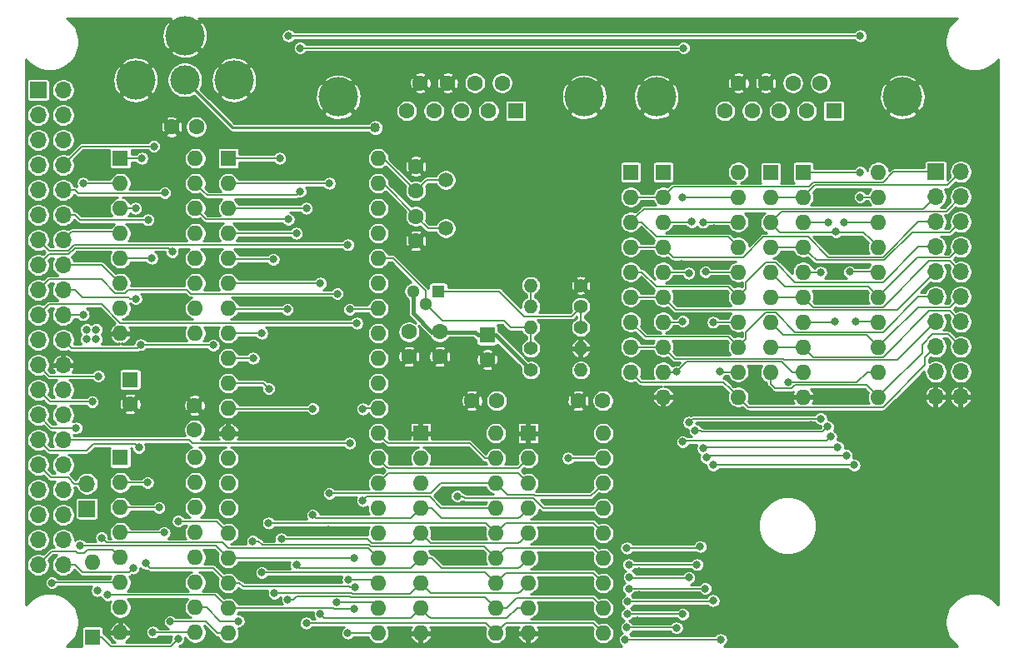
<source format=gtl>
G04 #@! TF.GenerationSoftware,KiCad,Pcbnew,5.1.5+dfsg1-2build2*
G04 #@! TF.CreationDate,2022-11-07T13:43:44-06:00*
G04 #@! TF.ProjectId,2068-Z80-TMS9118,32303638-2d5a-4383-902d-544d53393131,2.0*
G04 #@! TF.SameCoordinates,Original*
G04 #@! TF.FileFunction,Copper,L1,Top*
G04 #@! TF.FilePolarity,Positive*
%FSLAX46Y46*%
G04 Gerber Fmt 4.6, Leading zero omitted, Abs format (unit mm)*
G04 Created by KiCad (PCBNEW 5.1.5+dfsg1-2build2) date 2022-11-07 13:43:44*
%MOMM*%
%LPD*%
G04 APERTURE LIST*
%ADD10R,1.700000X1.700000*%
%ADD11O,1.700000X1.700000*%
%ADD12O,1.600000X1.600000*%
%ADD13R,1.600000X1.600000*%
%ADD14C,4.000000*%
%ADD15C,3.000000*%
%ADD16C,1.600000*%
%ADD17O,1.400000X1.400000*%
%ADD18C,1.400000*%
%ADD19C,1.500000*%
%ADD20R,1.300000X1.300000*%
%ADD21C,1.300000*%
%ADD22C,0.800000*%
%ADD23C,1.016000*%
%ADD24C,0.152400*%
%ADD25C,0.254000*%
%ADD26C,0.400000*%
G04 APERTURE END LIST*
D10*
X91810000Y-105460000D03*
D11*
X91810000Y-102920000D03*
D12*
X92380000Y-110880000D03*
D13*
X92380000Y-118500000D03*
D14*
X101752400Y-57374400D03*
X106752400Y-61874400D03*
X96752400Y-61874400D03*
D15*
X101752400Y-61874400D03*
D11*
X180594000Y-94081600D03*
X178054000Y-94081600D03*
X180594000Y-91541600D03*
X178054000Y-91541600D03*
X180594000Y-89001600D03*
X178054000Y-89001600D03*
X180594000Y-86461600D03*
X178054000Y-86461600D03*
X180594000Y-83921600D03*
X178054000Y-83921600D03*
X180594000Y-81381600D03*
X178054000Y-81381600D03*
X180594000Y-78841600D03*
X178054000Y-78841600D03*
X180594000Y-76301600D03*
X178054000Y-76301600D03*
X180594000Y-73761600D03*
X178054000Y-73761600D03*
X180594000Y-71221600D03*
D10*
X178054000Y-71221600D03*
D16*
X96202500Y-94829000D03*
D13*
X96202500Y-92329000D03*
D16*
X124530000Y-87490000D03*
X124530000Y-89990000D03*
D17*
X141986000Y-91376500D03*
D18*
X136906000Y-91376500D03*
D16*
X132480000Y-90310000D03*
D13*
X132480000Y-87810000D03*
D16*
X127660000Y-87490000D03*
X127660000Y-89990000D03*
D14*
X149663500Y-63604000D03*
X174663500Y-63604000D03*
D16*
X158008500Y-62184000D03*
X160778500Y-62184000D03*
X163548500Y-62184000D03*
X166318500Y-62184000D03*
X156623500Y-65024000D03*
X159393500Y-65024000D03*
X162163500Y-65024000D03*
X164933500Y-65024000D03*
D13*
X167703500Y-65024000D03*
D14*
X117342000Y-63604000D03*
X142342000Y-63604000D03*
D16*
X125687000Y-62184000D03*
X128457000Y-62184000D03*
X131227000Y-62184000D03*
X133997000Y-62184000D03*
X124302000Y-65024000D03*
X127072000Y-65024000D03*
X129842000Y-65024000D03*
X132612000Y-65024000D03*
D13*
X135382000Y-65024000D03*
D18*
X141980000Y-82770000D03*
D17*
X136900000Y-82770000D03*
D18*
X141980000Y-84900000D03*
D17*
X136900000Y-84900000D03*
D18*
X141980000Y-87030000D03*
D17*
X136900000Y-87030000D03*
D12*
X172212000Y-71247000D03*
X164592000Y-94107000D03*
X172212000Y-73787000D03*
X164592000Y-91567000D03*
X172212000Y-76327000D03*
X164592000Y-89027000D03*
X172212000Y-78867000D03*
X164592000Y-86487000D03*
X172212000Y-81407000D03*
X164592000Y-83947000D03*
X172212000Y-83947000D03*
X164592000Y-81407000D03*
X172212000Y-86487000D03*
X164592000Y-78867000D03*
X172212000Y-89027000D03*
X164592000Y-76327000D03*
X172212000Y-91567000D03*
X164592000Y-73787000D03*
X172212000Y-94107000D03*
D13*
X164592000Y-71247000D03*
D12*
X161290000Y-91630500D03*
X161290000Y-89090500D03*
X161290000Y-86550500D03*
X161290000Y-84010500D03*
X161290000Y-81470500D03*
X161290000Y-78930500D03*
X161290000Y-76390500D03*
X161290000Y-73850500D03*
D13*
X161290000Y-71310500D03*
D12*
X157988000Y-71247000D03*
X150368000Y-94107000D03*
X157988000Y-73787000D03*
X150368000Y-91567000D03*
X157988000Y-76327000D03*
X150368000Y-89027000D03*
X157988000Y-78867000D03*
X150368000Y-86487000D03*
X157988000Y-81407000D03*
X150368000Y-83947000D03*
X157988000Y-83947000D03*
X150368000Y-81407000D03*
X157988000Y-86487000D03*
X150368000Y-78867000D03*
X157988000Y-89027000D03*
X150368000Y-76327000D03*
X157988000Y-91567000D03*
X150368000Y-73787000D03*
X157988000Y-94107000D03*
D13*
X150368000Y-71247000D03*
D12*
X147066000Y-91567000D03*
X147066000Y-89027000D03*
X147066000Y-86487000D03*
X147066000Y-83947000D03*
X147066000Y-81407000D03*
X147066000Y-78867000D03*
X147066000Y-76327000D03*
X147066000Y-73787000D03*
D13*
X147066000Y-71247000D03*
D19*
X128270000Y-72062000D03*
X128270000Y-76962000D03*
D12*
X102806500Y-69850000D03*
X95186500Y-87630000D03*
X102806500Y-72390000D03*
X95186500Y-85090000D03*
X102806500Y-74930000D03*
X95186500Y-82550000D03*
X102806500Y-77470000D03*
X95186500Y-80010000D03*
X102806500Y-80010000D03*
X95186500Y-77470000D03*
X102806500Y-82550000D03*
X95186500Y-74930000D03*
X102806500Y-85090000D03*
X95186500Y-72390000D03*
X102806500Y-87630000D03*
D13*
X95186500Y-69850000D03*
D12*
X102806500Y-100266500D03*
X95186500Y-118046500D03*
X102806500Y-102806500D03*
X95186500Y-115506500D03*
X102806500Y-105346500D03*
X95186500Y-112966500D03*
X102806500Y-107886500D03*
X95186500Y-110426500D03*
X102806500Y-110426500D03*
X95186500Y-107886500D03*
X102806500Y-112966500D03*
X95186500Y-105346500D03*
X102806500Y-115506500D03*
X95186500Y-102806500D03*
X102806500Y-118046500D03*
D13*
X95186500Y-100266500D03*
D12*
X121412000Y-69850000D03*
X106172000Y-118110000D03*
X121412000Y-72390000D03*
X106172000Y-115570000D03*
X121412000Y-74930000D03*
X106172000Y-113030000D03*
X121412000Y-77470000D03*
X106172000Y-110490000D03*
X121412000Y-80010000D03*
X106172000Y-107950000D03*
X121412000Y-82550000D03*
X106172000Y-105410000D03*
X121412000Y-85090000D03*
X106172000Y-102870000D03*
X121412000Y-87630000D03*
X106172000Y-100330000D03*
X121412000Y-90170000D03*
X106172000Y-97790000D03*
X121412000Y-92710000D03*
X106172000Y-95250000D03*
X121412000Y-95250000D03*
X106172000Y-92710000D03*
X121412000Y-97790000D03*
X106172000Y-90170000D03*
X121412000Y-100330000D03*
X106172000Y-87630000D03*
X121412000Y-102870000D03*
X106172000Y-85090000D03*
X121412000Y-105410000D03*
X106172000Y-82550000D03*
X121412000Y-107950000D03*
X106172000Y-80010000D03*
X121412000Y-110490000D03*
X106172000Y-77470000D03*
X121412000Y-113030000D03*
X106172000Y-74930000D03*
X121412000Y-115570000D03*
X106172000Y-72390000D03*
X121412000Y-118110000D03*
D13*
X106172000Y-69850000D03*
D12*
X144272000Y-97790000D03*
X136652000Y-118110000D03*
X144272000Y-100330000D03*
X136652000Y-115570000D03*
X144272000Y-102870000D03*
X136652000Y-113030000D03*
X144272000Y-105410000D03*
X136652000Y-110490000D03*
X144272000Y-107950000D03*
X136652000Y-107950000D03*
X144272000Y-110490000D03*
X136652000Y-105410000D03*
X144272000Y-113030000D03*
X136652000Y-102870000D03*
X144272000Y-115570000D03*
X136652000Y-100330000D03*
X144272000Y-118110000D03*
D13*
X136652000Y-97790000D03*
D12*
X133350000Y-97790000D03*
X125730000Y-118110000D03*
X133350000Y-100330000D03*
X125730000Y-115570000D03*
X133350000Y-102870000D03*
X125730000Y-113030000D03*
X133350000Y-105410000D03*
X125730000Y-110490000D03*
X133350000Y-107950000D03*
X125730000Y-107950000D03*
X133350000Y-110490000D03*
X125730000Y-105410000D03*
X133350000Y-113030000D03*
X125730000Y-102870000D03*
X133350000Y-115570000D03*
X125730000Y-100330000D03*
X133350000Y-118110000D03*
D13*
X125730000Y-97790000D03*
D16*
X125222000Y-75732000D03*
X125222000Y-78232000D03*
X125222000Y-70652000D03*
X125222000Y-73152000D03*
D11*
X89394000Y-111172000D03*
X86854000Y-111172000D03*
X89394000Y-108632000D03*
X86854000Y-108632000D03*
X89394000Y-106092000D03*
X86854000Y-106092000D03*
X89394000Y-103552000D03*
X86854000Y-103552000D03*
X89394000Y-101012000D03*
X86854000Y-101012000D03*
X89394000Y-98472000D03*
X86854000Y-98472000D03*
X89394000Y-95932000D03*
X86854000Y-95932000D03*
X89394000Y-93392000D03*
X86854000Y-93392000D03*
X89394000Y-90852000D03*
X86854000Y-90852000D03*
X89394000Y-88312000D03*
X86854000Y-88312000D03*
X89394000Y-85772000D03*
X86854000Y-85772000D03*
X89394000Y-83232000D03*
X86854000Y-83232000D03*
X89394000Y-80692000D03*
X86854000Y-80692000D03*
X89394000Y-78152000D03*
X86854000Y-78152000D03*
X89394000Y-75612000D03*
X86854000Y-75612000D03*
X89394000Y-73072000D03*
X86854000Y-73072000D03*
X89394000Y-70532000D03*
X86854000Y-70532000D03*
X89394000Y-67992000D03*
X86854000Y-67992000D03*
X89394000Y-65452000D03*
X86854000Y-65452000D03*
X89394000Y-62912000D03*
D10*
X86854000Y-62912000D03*
D17*
X141986000Y-89154000D03*
D18*
X136906000Y-89154000D03*
D20*
X127508000Y-83375500D03*
D21*
X124968000Y-83375500D03*
X126228000Y-84645500D03*
D16*
X102743000Y-94972500D03*
X102743000Y-97472500D03*
X141721200Y-94488000D03*
X144221200Y-94488000D03*
X100420800Y-66649600D03*
X102920800Y-66649600D03*
X133437000Y-94488000D03*
X130937000Y-94488000D03*
D22*
X92870000Y-113790000D03*
X91300000Y-90850000D03*
X92240000Y-90860000D03*
X93130000Y-90880000D03*
X94100000Y-90890000D03*
X170560000Y-100320000D03*
X165370000Y-96960000D03*
X150940000Y-96620000D03*
X150990000Y-98050000D03*
X151030000Y-99930000D03*
X156840000Y-101980000D03*
X156950000Y-96980000D03*
X170600000Y-97210000D03*
X168280000Y-101920000D03*
X183000000Y-111000000D03*
X183000000Y-107000000D03*
X183000000Y-103000000D03*
X183000000Y-99000000D03*
X177000000Y-118000000D03*
X173000000Y-118000000D03*
X168000000Y-118000000D03*
X164000000Y-118000000D03*
X109000000Y-118000000D03*
X112000000Y-118000000D03*
X86000000Y-114000000D03*
X90000000Y-114000000D03*
X92000000Y-116000000D03*
X110610000Y-70730000D03*
X115460000Y-73420000D03*
X114950000Y-76910000D03*
X112360000Y-80020000D03*
X115280000Y-81290000D03*
X117230000Y-82490000D03*
X118900000Y-83930000D03*
X119990000Y-88530000D03*
X119990000Y-93900000D03*
X114800000Y-94190000D03*
X116400000Y-105330000D03*
X116310000Y-107640000D03*
X110230000Y-107970000D03*
X108610000Y-111420000D03*
X107910000Y-107860000D03*
X109740000Y-114550000D03*
X117140000Y-117830000D03*
X130650000Y-103640000D03*
X129750000Y-108220000D03*
X129850000Y-110510000D03*
X128860000Y-100050000D03*
X139530000Y-100320000D03*
X146660000Y-108380000D03*
X147690000Y-110290000D03*
X147920000Y-111820000D03*
X147900000Y-114220000D03*
X147780000Y-116860000D03*
X152890000Y-117510000D03*
X155250000Y-115990000D03*
X157280000Y-118320000D03*
X153970000Y-112460000D03*
X155560000Y-76990000D03*
X152270000Y-77040000D03*
X152270000Y-80610000D03*
X155850000Y-80670000D03*
X155730000Y-84160000D03*
X152230000Y-84170000D03*
X156180000Y-89100000D03*
X169430000Y-78210000D03*
X167900000Y-78560000D03*
X167850000Y-81260000D03*
X169800000Y-84150000D03*
X170020000Y-102370000D03*
X131400000Y-79440000D03*
X131520000Y-71740000D03*
X131780000Y-68800000D03*
X138430000Y-75750000D03*
X138250000Y-79480000D03*
X142180000Y-79530000D03*
X141990000Y-70570000D03*
X142130000Y-75120000D03*
X135980000Y-68980000D03*
X138770000Y-67360000D03*
X99900000Y-72240000D03*
X98170000Y-74860000D03*
X98230000Y-70650000D03*
X99790000Y-68770000D03*
X100490000Y-77550000D03*
X101170000Y-80650000D03*
X96770000Y-85380000D03*
X97230000Y-89830000D03*
X167870000Y-83890000D03*
X122020000Y-65760000D03*
X121950000Y-67710000D03*
X135500000Y-81740000D03*
X138320000Y-81670000D03*
X119950000Y-71050000D03*
X119970000Y-73590000D03*
X119940000Y-75970000D03*
X119980000Y-78760000D03*
X119940000Y-81200000D03*
X116150000Y-71050000D03*
X98430000Y-77470000D03*
X101110000Y-105680000D03*
X97770000Y-103850000D03*
X97640000Y-112030000D03*
X97450000Y-117980000D03*
X99470000Y-116100000D03*
X99850000Y-118740000D03*
X91470000Y-108120000D03*
X91510000Y-96510000D03*
X92580000Y-93590000D03*
X91720000Y-71280000D03*
X92490000Y-85750000D03*
X99200000Y-106440000D03*
X111260000Y-57110000D03*
X114310000Y-59480000D03*
X111360000Y-58940000D03*
X113360000Y-76100000D03*
X151610000Y-59420000D03*
X169570000Y-58170000D03*
X169060000Y-73730000D03*
X171210000Y-69790000D03*
X169400000Y-69480000D03*
X91750000Y-88250000D03*
X92750000Y-88250000D03*
X92750000Y-87250000D03*
X91750000Y-87250000D03*
X98602800Y-68630800D03*
X99129810Y-105359200D03*
X99720400Y-73355200D03*
X99650590Y-107899200D03*
X98012210Y-76098400D03*
X97961410Y-102819200D03*
X96754990Y-74930000D03*
X96774000Y-84124800D03*
X91440000Y-85750400D03*
X91440000Y-72390000D03*
X97383600Y-69850000D03*
X97282000Y-88798400D03*
X104648000Y-88849200D03*
X153263600Y-76301600D03*
X146862800Y-111150400D03*
X153790610Y-111150400D03*
X167081200Y-97129600D03*
X167132000Y-76403200D03*
X153619200Y-97535988D03*
X92335390Y-94589600D03*
X93290000Y-108410000D03*
X152968873Y-81519792D03*
X146913602Y-112420400D03*
X152977810Y-112471200D03*
X166370000Y-81432400D03*
X166370000Y-96316800D03*
X119214999Y-86601399D03*
X118364000Y-112674400D03*
X152990590Y-96689651D03*
X152349200Y-86410800D03*
X146710400Y-116179600D03*
X152349200Y-116179600D03*
X167843200Y-86410800D03*
X167386000Y-98145600D03*
X152349200Y-98653600D03*
X117246400Y-83616800D03*
X117195600Y-115011200D03*
X151720570Y-91541600D03*
X146659600Y-117551200D03*
X151720570Y-117582970D03*
X118313200Y-78638400D03*
X118313200Y-118110000D03*
X156108400Y-91541600D03*
X146507200Y-118770400D03*
X156210000Y-118770400D03*
X163106001Y-92595601D03*
X100279200Y-116941600D03*
X100482400Y-79349600D03*
X155448000Y-86512400D03*
X146761200Y-114909600D03*
X155448000Y-114808000D03*
X169926000Y-86410800D03*
X169773600Y-101041200D03*
X155448000Y-101041200D03*
X92964000Y-91998800D03*
X118941810Y-115639810D03*
X93920000Y-114250000D03*
X154660611Y-81381600D03*
X146862800Y-113588800D03*
X154635200Y-113588800D03*
X169316400Y-81381600D03*
X168966830Y-100029622D03*
X154742418Y-100273582D03*
X97078800Y-99263200D03*
X119075200Y-113436400D03*
X97749994Y-111000000D03*
X154432000Y-76352400D03*
X146646999Y-109461399D03*
X154113817Y-109313874D03*
X168706800Y-76352400D03*
X168097200Y-99212400D03*
X154419211Y-99326789D03*
X118992610Y-110490000D03*
X91090000Y-109210000D03*
X90699998Y-97260000D03*
X88250000Y-113000000D03*
X118516400Y-98806000D03*
X118516400Y-85191600D03*
X96500000Y-111500000D03*
X115519200Y-82550000D03*
X115524084Y-116198610D03*
X116446201Y-103898601D03*
X116433600Y-72390000D03*
X110858201Y-114058601D03*
X110744000Y-80111600D03*
X119843609Y-95322286D03*
X119843609Y-104638668D03*
X113080800Y-111201200D03*
X113080800Y-77470000D03*
X110248601Y-106921399D03*
X110286800Y-93268800D03*
X111404400Y-69850000D03*
X111553771Y-108527978D03*
X108712000Y-90170000D03*
X108661200Y-108762800D03*
X114757200Y-106121200D03*
X114757200Y-95300800D03*
X109575600Y-111963200D03*
X109575600Y-87630000D03*
X112166400Y-85191600D03*
X112218049Y-114687211D03*
X114096800Y-117094000D03*
X114096800Y-74930000D03*
X140716000Y-100330000D03*
X129438400Y-104190800D03*
D23*
X121110000Y-66730000D03*
D22*
X107188000Y-116890800D03*
X98501200Y-118008400D03*
X98399600Y-80010000D03*
X152430000Y-58640000D03*
X113470000Y-58640000D03*
X113480000Y-73200000D03*
X152300000Y-73790000D03*
X170380000Y-73790000D03*
X170380000Y-57400000D03*
X112270000Y-76050000D03*
X112280000Y-57400000D03*
X170380000Y-71250000D03*
X167913010Y-77330201D03*
X101070000Y-118690000D03*
X101090000Y-106740000D03*
D24*
X91295200Y-68630800D02*
X89394000Y-70532000D01*
X98602800Y-68630800D02*
X91295200Y-68630800D01*
X99117110Y-105346500D02*
X99129810Y-105359200D01*
X95186500Y-105346500D02*
X99117110Y-105346500D01*
X99656999Y-73418601D02*
X99720400Y-73355200D01*
X90942682Y-73418601D02*
X99656999Y-73418601D01*
X90596081Y-73072000D02*
X90942682Y-73418601D01*
X89394000Y-73072000D02*
X90596081Y-73072000D01*
X95186500Y-107886500D02*
X99637890Y-107886500D01*
X99637890Y-107886500D02*
X99650590Y-107899200D01*
X90596081Y-75612000D02*
X91082481Y-76098400D01*
X97446525Y-76098400D02*
X98012210Y-76098400D01*
X89394000Y-75612000D02*
X90596081Y-75612000D01*
X91082481Y-76098400D02*
X97446525Y-76098400D01*
X97948710Y-102806500D02*
X97961410Y-102819200D01*
X95186500Y-102806500D02*
X97948710Y-102806500D01*
X95018501Y-77302001D02*
X95186500Y-77470000D01*
X89394000Y-78152000D02*
X90243999Y-77302001D01*
X90243999Y-77302001D02*
X95018501Y-77302001D01*
X93328500Y-80692000D02*
X95186500Y-82550000D01*
X89394000Y-80692000D02*
X93328500Y-80692000D01*
X95186500Y-74930000D02*
X96754990Y-74930000D01*
X89394000Y-83232000D02*
X90596081Y-83232000D01*
X96106715Y-84023200D02*
X96208315Y-84124800D01*
X96208315Y-84124800D02*
X96774000Y-84124800D01*
X90596081Y-83232000D02*
X91387281Y-84023200D01*
X91387281Y-84023200D02*
X96106715Y-84023200D01*
X91418400Y-85772000D02*
X91440000Y-85750400D01*
X89394000Y-85772000D02*
X91418400Y-85772000D01*
X91440000Y-72390000D02*
X95186500Y-72390000D01*
X95186500Y-69850000D02*
X96138900Y-69850000D01*
X96138900Y-69850000D02*
X97383600Y-69850000D01*
X89394000Y-88312000D02*
X90243999Y-89161999D01*
X90243999Y-89161999D02*
X96918401Y-89161999D01*
X96918401Y-89161999D02*
X97282000Y-88798400D01*
X104597200Y-88798400D02*
X104648000Y-88849200D01*
X97282000Y-88798400D02*
X104597200Y-88798400D01*
X153238200Y-76327000D02*
X153263600Y-76301600D01*
X150368000Y-76327000D02*
X153238200Y-76327000D01*
X146862800Y-111150400D02*
X153790610Y-111150400D01*
X164668200Y-76403200D02*
X164592000Y-76327000D01*
X167132000Y-76403200D02*
X164668200Y-76403200D01*
X88051600Y-94589600D02*
X92335390Y-94589600D01*
X86854000Y-93392000D02*
X88051600Y-94589600D01*
X106161069Y-109461399D02*
X105614771Y-108915101D01*
X120383399Y-109461399D02*
X106161069Y-109461399D01*
X121412000Y-110490000D02*
X120383399Y-109461399D01*
X93795101Y-108915101D02*
X93689999Y-108809999D01*
X105614771Y-108915101D02*
X93795101Y-108915101D01*
X93689999Y-108809999D02*
X93290000Y-108410000D01*
X154184885Y-97535988D02*
X153619200Y-97535988D01*
X154288897Y-97640000D02*
X154184885Y-97535988D01*
X166570800Y-97640000D02*
X154288897Y-97640000D01*
X167081200Y-97129600D02*
X166570800Y-97640000D01*
X150368000Y-81407000D02*
X152856081Y-81407000D01*
X152856081Y-81407000D02*
X152968873Y-81519792D01*
X164617400Y-81432400D02*
X164592000Y-81407000D01*
X166370000Y-81432400D02*
X164617400Y-81432400D01*
X95175569Y-86601399D02*
X119214999Y-86601399D01*
X93267569Y-84693399D02*
X95175569Y-86601399D01*
X87932601Y-84693399D02*
X93267569Y-84693399D01*
X86854000Y-85772000D02*
X87932601Y-84693399D01*
X121056400Y-112674400D02*
X121412000Y-113030000D01*
X118364000Y-112674400D02*
X121056400Y-112674400D01*
X153363441Y-96316800D02*
X152990590Y-96689651D01*
X166370000Y-96316800D02*
X153363441Y-96316800D01*
X152919010Y-112530000D02*
X152977810Y-112471200D01*
X147023202Y-112530000D02*
X152919010Y-112530000D01*
X146913602Y-112420400D02*
X147023202Y-112530000D01*
X152273000Y-86487000D02*
X152349200Y-86410800D01*
X150368000Y-86487000D02*
X152273000Y-86487000D01*
X146710400Y-116179600D02*
X152349200Y-116179600D01*
X167767000Y-86487000D02*
X167843200Y-86410800D01*
X164592000Y-86487000D02*
X167767000Y-86487000D01*
X152457201Y-98545599D02*
X152349200Y-98653600D01*
X167386000Y-98145600D02*
X166986001Y-98545599D01*
X166986001Y-98545599D02*
X152457201Y-98545599D01*
X120853200Y-115011200D02*
X121412000Y-115570000D01*
X117195600Y-115011200D02*
X120853200Y-115011200D01*
X102350970Y-83616800D02*
X117246400Y-83616800D01*
X101966170Y-83232000D02*
X102350970Y-83616800D01*
X96026830Y-83232000D02*
X101966170Y-83232000D01*
X95680229Y-83578601D02*
X96026830Y-83232000D01*
X94692771Y-83578601D02*
X95680229Y-83578601D01*
X93267569Y-82153399D02*
X94692771Y-83578601D01*
X87932601Y-82153399D02*
X93267569Y-82153399D01*
X86854000Y-83232000D02*
X87932601Y-82153399D01*
X151695170Y-91567000D02*
X151720570Y-91541600D01*
X150368000Y-91567000D02*
X151695170Y-91567000D01*
X151688800Y-117551200D02*
X151720570Y-117582970D01*
X146659600Y-117551200D02*
X151688800Y-117551200D01*
X152736570Y-90525600D02*
X151720570Y-91541600D01*
X163460630Y-91567000D02*
X162419230Y-90525600D01*
X162419230Y-90525600D02*
X152736570Y-90525600D01*
X164592000Y-91567000D02*
X163460630Y-91567000D01*
X87932601Y-79230601D02*
X89911729Y-79230601D01*
X86854000Y-78152000D02*
X87932601Y-79230601D01*
X90503930Y-78638400D02*
X118313200Y-78638400D01*
X89911729Y-79230601D02*
X90503930Y-78638400D01*
X118313200Y-118110000D02*
X121412000Y-118110000D01*
X156133800Y-91567000D02*
X156108400Y-91541600D01*
X157988000Y-91567000D02*
X156133800Y-91567000D01*
X146507200Y-118770400D02*
X156210000Y-118770400D01*
X170052029Y-92595601D02*
X163106001Y-92595601D01*
X171080630Y-91567000D02*
X170052029Y-92595601D01*
X172212000Y-91567000D02*
X171080630Y-91567000D01*
X87703999Y-79842001D02*
X86854000Y-80692000D01*
X87932601Y-79613399D02*
X87703999Y-79842001D01*
X89959998Y-79613399D02*
X87932601Y-79613399D01*
X90623796Y-78949601D02*
X89959998Y-79613399D01*
X100082401Y-78949601D02*
X90623796Y-78949601D01*
X100482400Y-79349600D02*
X100082401Y-78949601D01*
X106172000Y-118110000D02*
X105040630Y-118110000D01*
X105040630Y-118110000D02*
X103872230Y-116941600D01*
X103872230Y-116941600D02*
X100844885Y-116941600D01*
X100844885Y-116941600D02*
X100279200Y-116941600D01*
X155473400Y-86487000D02*
X155448000Y-86512400D01*
X157988000Y-86487000D02*
X155473400Y-86487000D01*
X155346400Y-114909600D02*
X155448000Y-114808000D01*
X146761200Y-114909600D02*
X155346400Y-114909600D01*
X172135800Y-86410800D02*
X172212000Y-86487000D01*
X169926000Y-86410800D02*
X172135800Y-86410800D01*
X169773600Y-101041200D02*
X155448000Y-101041200D01*
X88000800Y-91998800D02*
X92964000Y-91998800D01*
X86854000Y-90852000D02*
X88000800Y-91998800D01*
X116893880Y-115639810D02*
X118376125Y-115639810D01*
X106172000Y-115570000D02*
X116824070Y-115570000D01*
X116824070Y-115570000D02*
X116893880Y-115639810D01*
X118376125Y-115639810D02*
X118941810Y-115639810D01*
X106172000Y-115570000D02*
X104852000Y-114250000D01*
X104852000Y-114250000D02*
X93920000Y-114250000D01*
X157988000Y-81407000D02*
X154686011Y-81407000D01*
X154686011Y-81407000D02*
X154660611Y-81381600D01*
X146862800Y-113588800D02*
X154635200Y-113588800D01*
X172186600Y-81381600D02*
X172212000Y-81407000D01*
X169316400Y-81381600D02*
X172186600Y-81381600D01*
X154986378Y-100029622D02*
X154742418Y-100273582D01*
X168966830Y-100029622D02*
X154986378Y-100029622D01*
X107303370Y-113030000D02*
X107658970Y-113385600D01*
X107658970Y-113385600D02*
X118458715Y-113385600D01*
X118458715Y-113385600D02*
X118509515Y-113436400D01*
X118509515Y-113436400D02*
X119075200Y-113436400D01*
X106172000Y-113030000D02*
X107303370Y-113030000D01*
X98249994Y-111500000D02*
X98149993Y-111399999D01*
X104642000Y-111500000D02*
X98249994Y-111500000D01*
X98149993Y-111399999D02*
X97749994Y-111000000D01*
X106172000Y-113030000D02*
X104642000Y-111500000D01*
X86854000Y-98472000D02*
X87932601Y-99550601D01*
X92449599Y-98863201D02*
X96678801Y-98863201D01*
X87932601Y-99550601D02*
X91762199Y-99550601D01*
X91762199Y-99550601D02*
X92449599Y-98863201D01*
X96678801Y-98863201D02*
X97078800Y-99263200D01*
X154457400Y-76327000D02*
X154432000Y-76352400D01*
X157988000Y-76327000D02*
X154457400Y-76327000D01*
X154084126Y-109313874D02*
X154113817Y-109313874D01*
X154025600Y-109372400D02*
X154084126Y-109313874D01*
X146646999Y-109461399D02*
X153966292Y-109461399D01*
X153966292Y-109461399D02*
X154113817Y-109313874D01*
X172186600Y-76352400D02*
X172212000Y-76327000D01*
X168706800Y-76352400D02*
X172186600Y-76352400D01*
X168097200Y-99212400D02*
X154533600Y-99212400D01*
X154533600Y-99212400D02*
X154419211Y-99326789D01*
X106172000Y-110490000D02*
X118992610Y-110490000D01*
X91665685Y-109220000D02*
X91655685Y-109210000D01*
X106172000Y-110490000D02*
X104902000Y-109220000D01*
X104902000Y-109220000D02*
X91665685Y-109220000D01*
X91655685Y-109210000D02*
X91090000Y-109210000D01*
X88182000Y-97260000D02*
X90699998Y-97260000D01*
X86854000Y-95932000D02*
X88182000Y-97260000D01*
X88283500Y-112966500D02*
X88250000Y-113000000D01*
X95186500Y-112966500D02*
X88283500Y-112966500D01*
X89394000Y-98472000D02*
X102220170Y-98472000D01*
X118503799Y-98818601D02*
X118516400Y-98806000D01*
X102566771Y-98818601D02*
X118503799Y-98818601D01*
X102220170Y-98472000D02*
X102566771Y-98818601D01*
X121310400Y-85191600D02*
X121412000Y-85090000D01*
X118516400Y-85191600D02*
X121310400Y-85191600D01*
X91507415Y-109972917D02*
X90851596Y-109972917D01*
X94386501Y-109626501D02*
X91853831Y-109626501D01*
X90851596Y-109972917D02*
X90648679Y-109770000D01*
X90648679Y-109770000D02*
X88256000Y-109770000D01*
X88256000Y-109770000D02*
X87703999Y-110322001D01*
X95186500Y-110426500D02*
X94386501Y-109626501D01*
X91853831Y-109626501D02*
X91507415Y-109972917D01*
X87703999Y-110322001D02*
X86854000Y-111172000D01*
X89394000Y-111172000D02*
X90596081Y-111172000D01*
X90596081Y-111172000D02*
X91354081Y-111930000D01*
X91354081Y-111930000D02*
X96070000Y-111930000D01*
X96070000Y-111930000D02*
X96100001Y-111899999D01*
X96100001Y-111899999D02*
X96500000Y-111500000D01*
X126312000Y-72062000D02*
X125222000Y-73152000D01*
X128270000Y-72062000D02*
X126312000Y-72062000D01*
X121920000Y-69850000D02*
X121412000Y-69850000D01*
X125222000Y-73152000D02*
X121920000Y-69850000D01*
X126452000Y-76962000D02*
X125222000Y-75732000D01*
X128270000Y-76962000D02*
X126452000Y-76962000D01*
X121880000Y-72390000D02*
X121412000Y-72390000D01*
X125222000Y-75732000D02*
X121880000Y-72390000D01*
X122440601Y-98818601D02*
X122211999Y-98589999D01*
X122211999Y-98589999D02*
X121412000Y-97790000D01*
X130707231Y-98818601D02*
X122440601Y-98818601D01*
X132218630Y-100330000D02*
X130707231Y-98818601D01*
X133350000Y-100330000D02*
X132218630Y-100330000D01*
X126529999Y-116369999D02*
X125730000Y-115570000D01*
X126758601Y-116598601D02*
X126529999Y-116369999D01*
X134492029Y-116598601D02*
X126758601Y-116598601D01*
X135520630Y-115570000D02*
X134492029Y-116598601D01*
X136652000Y-115570000D02*
X135520630Y-115570000D01*
X107771998Y-82550000D02*
X106172000Y-82550000D01*
X115519200Y-82550000D02*
X107771998Y-82550000D01*
X125730000Y-115570000D02*
X124701391Y-116598609D01*
X124701391Y-116598609D02*
X115924083Y-116598609D01*
X115924083Y-116598609D02*
X115524084Y-116198610D01*
X115867915Y-72390000D02*
X106172000Y-72390000D01*
X116433600Y-72390000D02*
X115867915Y-72390000D01*
X127762000Y-102870000D02*
X126733399Y-103898601D01*
X126733399Y-103898601D02*
X116446201Y-103898601D01*
X133350000Y-102870000D02*
X127762000Y-102870000D01*
X137271985Y-104076588D02*
X137335397Y-104140000D01*
X133350000Y-102870000D02*
X134556588Y-104076588D01*
X143002000Y-104140000D02*
X143472001Y-103669999D01*
X137335397Y-104140000D02*
X143002000Y-104140000D01*
X134556588Y-104076588D02*
X137271985Y-104076588D01*
X143472001Y-103669999D02*
X144272000Y-102870000D01*
X135852001Y-113829999D02*
X136652000Y-113030000D01*
X135623399Y-114058601D02*
X135852001Y-113829999D01*
X126758601Y-114058601D02*
X135623399Y-114058601D01*
X125730000Y-113030000D02*
X126758601Y-114058601D01*
X106273600Y-80111600D02*
X106172000Y-80010000D01*
X110744000Y-80111600D02*
X106273600Y-80111600D01*
X124593398Y-114166602D02*
X118773470Y-114166602D01*
X111423886Y-114058601D02*
X110858201Y-114058601D01*
X118773470Y-114166602D02*
X118665469Y-114058601D01*
X125730000Y-113030000D02*
X124593398Y-114166602D01*
X118665469Y-114058601D02*
X111423886Y-114058601D01*
X120243608Y-104238669D02*
X119843609Y-104638668D01*
X121412000Y-95250000D02*
X119915895Y-95250000D01*
X133350000Y-105410000D02*
X127796868Y-105410000D01*
X127796868Y-105410000D02*
X126625537Y-104238669D01*
X119915895Y-95250000D02*
X119843609Y-95322286D01*
X126625537Y-104238669D02*
X120243608Y-104238669D01*
X135852001Y-111289999D02*
X136652000Y-110490000D01*
X135623399Y-111518601D02*
X135852001Y-111289999D01*
X127889971Y-111518601D02*
X135623399Y-111518601D01*
X126861370Y-110490000D02*
X127889971Y-111518601D01*
X125730000Y-110490000D02*
X126861370Y-110490000D01*
X124701399Y-111518601D02*
X113398201Y-111518601D01*
X125730000Y-110490000D02*
X124701399Y-111518601D01*
X113398201Y-111518601D02*
X113080800Y-111201200D01*
X112515115Y-77470000D02*
X106172000Y-77470000D01*
X113080800Y-77470000D02*
X112515115Y-77470000D01*
X143472001Y-107150001D02*
X144272000Y-107950000D01*
X143243399Y-106921399D02*
X143472001Y-107150001D01*
X134378601Y-106921399D02*
X143243399Y-106921399D01*
X133350000Y-107950000D02*
X134378601Y-106921399D01*
X132321399Y-106921399D02*
X110248601Y-106921399D01*
X133350000Y-107950000D02*
X132321399Y-106921399D01*
X109728000Y-92710000D02*
X106172000Y-92710000D01*
X110286800Y-93268800D02*
X109728000Y-92710000D01*
X135852001Y-108749999D02*
X136652000Y-107950000D01*
X135623399Y-108978601D02*
X135852001Y-108749999D01*
X126758601Y-108978601D02*
X135623399Y-108978601D01*
X125730000Y-107950000D02*
X126758601Y-108978601D01*
X111404400Y-69850000D02*
X106172000Y-69850000D01*
X120312112Y-108527978D02*
X112119456Y-108527978D01*
X112119456Y-108527978D02*
X111553771Y-108527978D01*
X125730000Y-107950000D02*
X124701399Y-108978601D01*
X124701399Y-108978601D02*
X120762735Y-108978601D01*
X120762735Y-108978601D02*
X120312112Y-108527978D01*
X143472001Y-109690001D02*
X144272000Y-110490000D01*
X143243399Y-109461399D02*
X143472001Y-109690001D01*
X134378601Y-109461399D02*
X143243399Y-109461399D01*
X133350000Y-110490000D02*
X134378601Y-109461399D01*
X108712000Y-90170000D02*
X106172000Y-90170000D01*
X133350000Y-110490000D02*
X132168905Y-109308905D01*
X120661972Y-109308905D02*
X120509655Y-109156588D01*
X109620673Y-109156588D02*
X109226885Y-108762800D01*
X132168905Y-109308905D02*
X120661972Y-109308905D01*
X109226885Y-108762800D02*
X108661200Y-108762800D01*
X120509655Y-109156588D02*
X109620673Y-109156588D01*
X135852001Y-106209999D02*
X136652000Y-105410000D01*
X135623399Y-106438601D02*
X135852001Y-106209999D01*
X127889971Y-106438601D02*
X135623399Y-106438601D01*
X126861370Y-105410000D02*
X127889971Y-106438601D01*
X125730000Y-105410000D02*
X126861370Y-105410000D01*
X124701399Y-106438601D02*
X115074601Y-106438601D01*
X125730000Y-105410000D02*
X124701399Y-106438601D01*
X115074601Y-106438601D02*
X114757200Y-106121200D01*
X106222800Y-95300800D02*
X106172000Y-95250000D01*
X114757200Y-95300800D02*
X106222800Y-95300800D01*
X143472001Y-112230001D02*
X144272000Y-113030000D01*
X143243399Y-112001399D02*
X143472001Y-112230001D01*
X134378601Y-112001399D02*
X143243399Y-112001399D01*
X133350000Y-113030000D02*
X134378601Y-112001399D01*
X132283200Y-111963200D02*
X109575600Y-111963200D01*
X133350000Y-113030000D02*
X132283200Y-111963200D01*
X109575600Y-87630000D02*
X106172000Y-87630000D01*
X143472001Y-114770001D02*
X144272000Y-115570000D01*
X143243399Y-114541399D02*
X143472001Y-114770001D01*
X135509971Y-114541399D02*
X143243399Y-114541399D01*
X134481370Y-115570000D02*
X135509971Y-114541399D01*
X133350000Y-115570000D02*
X134481370Y-115570000D01*
X106273600Y-85191600D02*
X106172000Y-85090000D01*
X112166400Y-85191600D02*
X106273600Y-85191600D01*
X133350000Y-115570000D02*
X132251413Y-114471413D01*
X118647214Y-114471413D02*
X118558400Y-114382599D01*
X118558400Y-114382599D02*
X113088346Y-114382599D01*
X132251413Y-114471413D02*
X118647214Y-114471413D01*
X112783734Y-114687211D02*
X112218049Y-114687211D01*
X113088346Y-114382599D02*
X112783734Y-114687211D01*
X143472001Y-117310001D02*
X144272000Y-118110000D01*
X143243399Y-117081399D02*
X143472001Y-117310001D01*
X134378601Y-117081399D02*
X143243399Y-117081399D01*
X133350000Y-118110000D02*
X134378601Y-117081399D01*
X114109401Y-117081399D02*
X114096800Y-117094000D01*
X132321399Y-117081399D02*
X114109401Y-117081399D01*
X133350000Y-118110000D02*
X132321399Y-117081399D01*
X114096800Y-74930000D02*
X106172000Y-74930000D01*
X144272000Y-100330000D02*
X140716000Y-100330000D01*
X130004085Y-104190800D02*
X129438400Y-104190800D01*
X130194684Y-104381399D02*
X130004085Y-104190800D01*
X137145729Y-104381399D02*
X130194684Y-104381399D01*
X138174330Y-105410000D02*
X137145729Y-104381399D01*
X144272000Y-105410000D02*
X138174330Y-105410000D01*
X122211999Y-102070001D02*
X121412000Y-102870000D01*
X122440601Y-101841399D02*
X122211999Y-102070001D01*
X135623399Y-101841399D02*
X122440601Y-101841399D01*
X136652000Y-102870000D02*
X135623399Y-101841399D01*
X122440601Y-101358601D02*
X122211999Y-101129999D01*
X122211999Y-101129999D02*
X121412000Y-100330000D01*
X135623399Y-101358601D02*
X122440601Y-101358601D01*
X136652000Y-100330000D02*
X135623399Y-101358601D01*
X136906000Y-82867500D02*
X136906000Y-84963000D01*
D25*
X101752400Y-61874400D02*
X106608000Y-66730000D01*
X106608000Y-66730000D02*
X121110000Y-66730000D01*
D24*
X103937870Y-115506500D02*
X105322170Y-116890800D01*
X102806500Y-115506500D02*
X103937870Y-115506500D01*
X106622315Y-116890800D02*
X107188000Y-116890800D01*
X105322170Y-116890800D02*
X106622315Y-116890800D01*
X98539300Y-118046500D02*
X98501200Y-118008400D01*
X102806500Y-118046500D02*
X98539300Y-118046500D01*
X97833915Y-80010000D02*
X95186500Y-80010000D01*
X98399600Y-80010000D02*
X97833915Y-80010000D01*
X152430000Y-58640000D02*
X113470000Y-58640000D01*
X103606499Y-73189999D02*
X102806500Y-72390000D01*
X104016499Y-73599999D02*
X103606499Y-73189999D01*
X113080001Y-73599999D02*
X104016499Y-73599999D01*
X113480000Y-73200000D02*
X113080001Y-73599999D01*
X152303000Y-73787000D02*
X152300000Y-73790000D01*
X157988000Y-73787000D02*
X152303000Y-73787000D01*
X170383000Y-73787000D02*
X170380000Y-73790000D01*
X172212000Y-73787000D02*
X170383000Y-73787000D01*
X169814315Y-57400000D02*
X169804315Y-57410000D01*
X170380000Y-57400000D02*
X169814315Y-57400000D01*
X169804315Y-57410000D02*
X113120000Y-57410000D01*
X103926500Y-76050000D02*
X112270000Y-76050000D01*
X102806500Y-74930000D02*
X103926500Y-76050000D01*
X113110000Y-57400000D02*
X113120000Y-57410000D01*
X112280000Y-57400000D02*
X113110000Y-57400000D01*
X170377000Y-71247000D02*
X170380000Y-71250000D01*
X164592000Y-71247000D02*
X170377000Y-71247000D01*
X141981000Y-84968000D02*
X141986000Y-84963000D01*
X141981000Y-87058500D02*
X141981000Y-84968000D01*
X141286001Y-85662999D02*
X141986000Y-84963000D01*
X141057399Y-85891601D02*
X141286001Y-85662999D01*
X136216973Y-85891601D02*
X141057399Y-85891601D01*
X133700872Y-83375500D02*
X136216973Y-85891601D01*
X127508000Y-83375500D02*
X133700872Y-83375500D01*
X136901000Y-89149000D02*
X136906000Y-89154000D01*
X136901000Y-87058500D02*
X136901000Y-89149000D01*
X126228000Y-83726262D02*
X126228000Y-84645500D01*
X126228000Y-83335170D02*
X126228000Y-83726262D01*
X122902830Y-80010000D02*
X126228000Y-83335170D01*
X121412000Y-80010000D02*
X122902830Y-80010000D01*
X136888300Y-87071200D02*
X136901000Y-87058500D01*
X134874000Y-87071200D02*
X136888300Y-87071200D01*
X134161301Y-86358501D02*
X134874000Y-87071200D01*
X127941001Y-86358501D02*
X134161301Y-86358501D01*
X126228000Y-84645500D02*
X127941001Y-86358501D01*
X147066000Y-89027000D02*
X150368000Y-89027000D01*
X178054000Y-86461600D02*
X174155188Y-90360412D01*
X174155188Y-90360412D02*
X162685109Y-90360412D01*
X162685109Y-90360412D02*
X162545486Y-90220789D01*
X151561789Y-90220789D02*
X151167999Y-89826999D01*
X162545486Y-90220789D02*
X151561789Y-90220789D01*
X151167999Y-89826999D02*
X150368000Y-89027000D01*
X148197370Y-83947000D02*
X150368000Y-83947000D01*
X147066000Y-83947000D02*
X148197370Y-83947000D01*
X174155188Y-85280412D02*
X177204001Y-82231599D01*
X161973309Y-85280412D02*
X174155188Y-85280412D01*
X161909985Y-85217088D02*
X161973309Y-85280412D01*
X151638088Y-85217088D02*
X161909985Y-85217088D01*
X177204001Y-82231599D02*
X178054000Y-81381600D01*
X150368000Y-83947000D02*
X151638088Y-85217088D01*
X148197370Y-78867000D02*
X150368000Y-78867000D01*
X147066000Y-78867000D02*
X148197370Y-78867000D01*
X151396601Y-79895601D02*
X151167999Y-79666999D01*
X158481729Y-79895601D02*
X151396601Y-79895601D01*
X160538931Y-77838399D02*
X158481729Y-79895601D01*
X165085729Y-77838399D02*
X160538931Y-77838399D01*
X167155730Y-79908400D02*
X165085729Y-77838399D01*
X151167999Y-79666999D02*
X150368000Y-78867000D01*
X172692930Y-79908400D02*
X167155730Y-79908400D01*
X178054000Y-76301600D02*
X176299730Y-76301600D01*
X176299730Y-76301600D02*
X172692930Y-79908400D01*
X148197370Y-73787000D02*
X150368000Y-73787000D01*
X147066000Y-73787000D02*
X148197370Y-73787000D01*
X151167999Y-72987001D02*
X150368000Y-73787000D01*
X165150800Y-72694800D02*
X165150800Y-72699682D01*
X173759730Y-71221600D02*
X172705729Y-72275601D01*
X165092083Y-72758399D02*
X151396601Y-72758399D01*
X165150800Y-72699682D02*
X165092083Y-72758399D01*
X172705729Y-72275601D02*
X165569999Y-72275601D01*
X178054000Y-71221600D02*
X173759730Y-71221600D01*
X151396601Y-72758399D02*
X151167999Y-72987001D01*
X165569999Y-72275601D02*
X165150800Y-72694800D01*
X156476601Y-92595601D02*
X157188001Y-93307001D01*
X148094601Y-92595601D02*
X156476601Y-92595601D01*
X157188001Y-93307001D02*
X157988000Y-94107000D01*
X147066000Y-91567000D02*
X148094601Y-92595601D01*
X159016601Y-95135601D02*
X158787999Y-94906999D01*
X172705729Y-95135601D02*
X159016601Y-95135601D01*
X176975399Y-90865931D02*
X172705729Y-95135601D01*
X176975399Y-90080201D02*
X176975399Y-90865931D01*
X178054000Y-89001600D02*
X176975399Y-90080201D01*
X158787999Y-94906999D02*
X157988000Y-94107000D01*
X156959399Y-87998399D02*
X157188001Y-88227001D01*
X148577399Y-87998399D02*
X156959399Y-87998399D01*
X157188001Y-88227001D02*
X157988000Y-89027000D01*
X147066000Y-86487000D02*
X148577399Y-87998399D01*
X158787999Y-88227001D02*
X157988000Y-89027000D01*
X158787999Y-87530171D02*
X158787999Y-88227001D01*
X160796271Y-85521899D02*
X158787999Y-87530171D01*
X161783729Y-85521899D02*
X160796271Y-85521899D01*
X163777431Y-87515601D02*
X161783729Y-85521899D01*
X172705729Y-87515601D02*
X163777431Y-87515601D01*
X176299730Y-83921600D02*
X172705729Y-87515601D01*
X178054000Y-83921600D02*
X176299730Y-83921600D01*
X157188001Y-83147001D02*
X157988000Y-83947000D01*
X156959399Y-82918399D02*
X157188001Y-83147001D01*
X148197370Y-81407000D02*
X149708769Y-82918399D01*
X149708769Y-82918399D02*
X156959399Y-82918399D01*
X147066000Y-81407000D02*
X148197370Y-81407000D01*
X158787999Y-82450171D02*
X158787999Y-83147001D01*
X163777431Y-82435601D02*
X161783729Y-80441899D01*
X160796271Y-80441899D02*
X158787999Y-82450171D01*
X176299730Y-78841600D02*
X172705729Y-82435601D01*
X158787999Y-83147001D02*
X157988000Y-83947000D01*
X178054000Y-78841600D02*
X176299730Y-78841600D01*
X161783729Y-80441899D02*
X160796271Y-80441899D01*
X172705729Y-82435601D02*
X163777431Y-82435601D01*
X157188001Y-78067001D02*
X157988000Y-78867000D01*
X148197370Y-76327000D02*
X149708769Y-77838399D01*
X156959399Y-77838399D02*
X157188001Y-78067001D01*
X149708769Y-77838399D02*
X156959399Y-77838399D01*
X147066000Y-76327000D02*
X148197370Y-76327000D01*
X178054000Y-73761600D02*
X176822012Y-74993588D01*
X148399412Y-74993588D02*
X147865999Y-75527001D01*
X176822012Y-74993588D02*
X148399412Y-74993588D01*
X147865999Y-75527001D02*
X147066000Y-76327000D01*
X173011999Y-93307001D02*
X172212000Y-94107000D01*
X176682400Y-89636600D02*
X173011999Y-93307001D01*
X176682400Y-88776870D02*
X176682400Y-89636600D01*
X177727670Y-87731600D02*
X176682400Y-88776870D01*
X179324000Y-87731600D02*
X177727670Y-87731600D01*
X180594000Y-89001600D02*
X179324000Y-87731600D01*
X161290000Y-91630500D02*
X161290000Y-92761870D01*
X161290000Y-92761870D02*
X161752332Y-93224202D01*
X161752332Y-93224202D02*
X163407730Y-93224202D01*
X163407730Y-93224202D02*
X163731520Y-92900412D01*
X163731520Y-92900412D02*
X171005412Y-92900412D01*
X171005412Y-92900412D02*
X171412001Y-93307001D01*
X171412001Y-93307001D02*
X172212000Y-94107000D01*
X164528500Y-89090500D02*
X164592000Y-89027000D01*
X161290000Y-89090500D02*
X164528500Y-89090500D01*
X165391999Y-89826999D02*
X164592000Y-89027000D01*
X165620601Y-90055601D02*
X165391999Y-89826999D01*
X177417330Y-85344000D02*
X172705729Y-90055601D01*
X179476400Y-85344000D02*
X177417330Y-85344000D01*
X172705729Y-90055601D02*
X165620601Y-90055601D01*
X180594000Y-86461600D02*
X179476400Y-85344000D01*
X173011999Y-88227001D02*
X172212000Y-89027000D01*
X176238799Y-85000201D02*
X173011999Y-88227001D01*
X179515399Y-85000201D02*
X176238799Y-85000201D01*
X180594000Y-83921600D02*
X179515399Y-85000201D01*
X171005412Y-87820412D02*
X171412001Y-88227001D01*
X161290000Y-86550500D02*
X162559912Y-87820412D01*
X171412001Y-88227001D02*
X172212000Y-89027000D01*
X162559912Y-87820412D02*
X171005412Y-87820412D01*
X161353500Y-83947000D02*
X161290000Y-84010500D01*
X164592000Y-83947000D02*
X161353500Y-83947000D01*
X165391999Y-84746999D02*
X164592000Y-83947000D01*
X172705729Y-84975601D02*
X165620601Y-84975601D01*
X177417330Y-80264000D02*
X172705729Y-84975601D01*
X179476400Y-80264000D02*
X177417330Y-80264000D01*
X165620601Y-84975601D02*
X165391999Y-84746999D01*
X180594000Y-81381600D02*
X179476400Y-80264000D01*
X162737899Y-82918399D02*
X171183399Y-82918399D01*
X161290000Y-81470500D02*
X162737899Y-82918399D01*
X171183399Y-82918399D02*
X171412001Y-83147001D01*
X171412001Y-83147001D02*
X172212000Y-83947000D01*
X176199811Y-79959189D02*
X173011999Y-83147001D01*
X173011999Y-83147001D02*
X172212000Y-83947000D01*
X179476411Y-79959189D02*
X176199811Y-79959189D01*
X180594000Y-78841600D02*
X179476411Y-79959189D01*
X164528500Y-78930500D02*
X164592000Y-78867000D01*
X161290000Y-78930500D02*
X164528500Y-78930500D01*
X165391999Y-79666999D02*
X164592000Y-78867000D01*
X165938211Y-80213211D02*
X165391999Y-79666999D01*
X172846255Y-80213211D02*
X165938211Y-80213211D01*
X175679265Y-77380201D02*
X172846255Y-80213211D01*
X180594000Y-76301600D02*
X179515399Y-77380201D01*
X179515399Y-77380201D02*
X175679265Y-77380201D01*
X171412001Y-78067001D02*
X172212000Y-78867000D01*
X170700601Y-77355601D02*
X171412001Y-78067001D01*
X162255101Y-77355601D02*
X170700601Y-77355601D01*
X161290000Y-76390500D02*
X162255101Y-77355601D01*
X177023668Y-75222999D02*
X176948268Y-75298399D01*
X179132601Y-75222999D02*
X177023668Y-75222999D01*
X180594000Y-73761600D02*
X179132601Y-75222999D01*
X176948268Y-75298399D02*
X162382101Y-75298399D01*
X162382101Y-75298399D02*
X162089999Y-75590501D01*
X162089999Y-75590501D02*
X161290000Y-76390500D01*
X164528500Y-73850500D02*
X164592000Y-73787000D01*
X161290000Y-73850500D02*
X164528500Y-73850500D01*
X180594000Y-71221600D02*
X179235188Y-72580412D01*
X179235188Y-72580412D02*
X165798588Y-72580412D01*
X165798588Y-72580412D02*
X165391999Y-72987001D01*
X165391999Y-72987001D02*
X164592000Y-73787000D01*
D26*
X131254500Y-87503000D02*
X131572000Y-87820500D01*
X127381000Y-87503000D02*
X131254500Y-87503000D01*
X133350000Y-87820500D02*
X136906000Y-91376500D01*
X131572000Y-87820500D02*
X133350000Y-87820500D01*
X126873000Y-87503000D02*
X127381000Y-87503000D01*
X124968000Y-85598000D02*
X126873000Y-87503000D01*
X124968000Y-83375500D02*
X124968000Y-85598000D01*
D24*
X90540000Y-102920000D02*
X91810000Y-102920000D01*
X89900000Y-102280000D02*
X90540000Y-102920000D01*
X88122000Y-102280000D02*
X89900000Y-102280000D01*
X86854000Y-101012000D02*
X88122000Y-102280000D01*
X101090000Y-106740000D02*
X104962000Y-106740000D01*
X104962000Y-106740000D02*
X106172000Y-107950000D01*
X93332400Y-118500000D02*
X92380000Y-118500000D01*
X94262400Y-119430000D02*
X93332400Y-118500000D01*
X100330000Y-119430000D02*
X94262400Y-119430000D01*
X101070000Y-118690000D02*
X100330000Y-119430000D01*
D25*
G36*
X100247428Y-55689823D02*
G01*
X101752400Y-57194795D01*
X103257372Y-55689823D01*
X103166482Y-55580200D01*
X180263028Y-55580200D01*
X180102273Y-55687613D01*
X179687613Y-56102273D01*
X179361817Y-56589862D01*
X179137405Y-57131641D01*
X179023000Y-57706791D01*
X179023000Y-58293209D01*
X179137405Y-58868359D01*
X179361817Y-59410138D01*
X179687613Y-59897727D01*
X180102273Y-60312387D01*
X180589862Y-60638183D01*
X181131641Y-60862595D01*
X181706791Y-60977000D01*
X182293209Y-60977000D01*
X182868359Y-60862595D01*
X183410138Y-60638183D01*
X183897727Y-60312387D01*
X184312387Y-59897727D01*
X184419800Y-59736972D01*
X184419801Y-115263030D01*
X184312387Y-115102273D01*
X183897727Y-114687613D01*
X183410138Y-114361817D01*
X182868359Y-114137405D01*
X182293209Y-114023000D01*
X181706791Y-114023000D01*
X181131641Y-114137405D01*
X180589862Y-114361817D01*
X180102273Y-114687613D01*
X179687613Y-115102273D01*
X179361817Y-115589862D01*
X179137405Y-116131641D01*
X179023000Y-116706791D01*
X179023000Y-117293209D01*
X179137405Y-117868359D01*
X179361817Y-118410138D01*
X179687613Y-118897727D01*
X180102273Y-119312387D01*
X180263028Y-119419800D01*
X156550314Y-119419800D01*
X156555879Y-119417495D01*
X156675475Y-119337583D01*
X156777183Y-119235875D01*
X156857095Y-119116279D01*
X156912139Y-118983391D01*
X156940200Y-118842318D01*
X156940200Y-118698482D01*
X156912139Y-118557409D01*
X156857095Y-118424521D01*
X156777183Y-118304925D01*
X156675475Y-118203217D01*
X156555879Y-118123305D01*
X156422991Y-118068261D01*
X156281918Y-118040200D01*
X156138082Y-118040200D01*
X155997009Y-118068261D01*
X155864121Y-118123305D01*
X155744525Y-118203217D01*
X155642817Y-118304925D01*
X155603344Y-118364000D01*
X147113856Y-118364000D01*
X147074383Y-118304925D01*
X146978803Y-118209345D01*
X147005479Y-118198295D01*
X147125075Y-118118383D01*
X147226783Y-118016675D01*
X147266256Y-117957600D01*
X151092686Y-117957600D01*
X151153387Y-118048445D01*
X151255095Y-118150153D01*
X151374691Y-118230065D01*
X151507579Y-118285109D01*
X151648652Y-118313170D01*
X151792488Y-118313170D01*
X151933561Y-118285109D01*
X152066449Y-118230065D01*
X152186045Y-118150153D01*
X152287753Y-118048445D01*
X152367665Y-117928849D01*
X152422709Y-117795961D01*
X152450770Y-117654888D01*
X152450770Y-117511052D01*
X152422709Y-117369979D01*
X152367665Y-117237091D01*
X152287753Y-117117495D01*
X152186045Y-117015787D01*
X152066449Y-116935875D01*
X151933561Y-116880831D01*
X151792488Y-116852770D01*
X151648652Y-116852770D01*
X151507579Y-116880831D01*
X151374691Y-116935875D01*
X151255095Y-117015787D01*
X151153387Y-117117495D01*
X151135142Y-117144800D01*
X147266256Y-117144800D01*
X147226783Y-117085725D01*
X147125075Y-116984017D01*
X147005479Y-116904105D01*
X146937437Y-116875921D01*
X147056279Y-116826695D01*
X147175875Y-116746783D01*
X147277583Y-116645075D01*
X147317056Y-116586000D01*
X151742544Y-116586000D01*
X151782017Y-116645075D01*
X151883725Y-116746783D01*
X152003321Y-116826695D01*
X152136209Y-116881739D01*
X152277282Y-116909800D01*
X152421118Y-116909800D01*
X152562191Y-116881739D01*
X152695079Y-116826695D01*
X152814675Y-116746783D01*
X152916383Y-116645075D01*
X152996295Y-116525479D01*
X153051339Y-116392591D01*
X153079400Y-116251518D01*
X153079400Y-116107682D01*
X153051339Y-115966609D01*
X152996295Y-115833721D01*
X152916383Y-115714125D01*
X152814675Y-115612417D01*
X152695079Y-115532505D01*
X152562191Y-115477461D01*
X152421118Y-115449400D01*
X152277282Y-115449400D01*
X152136209Y-115477461D01*
X152003321Y-115532505D01*
X151883725Y-115612417D01*
X151782017Y-115714125D01*
X151742544Y-115773200D01*
X147317056Y-115773200D01*
X147277583Y-115714125D01*
X147175875Y-115612417D01*
X147098068Y-115560428D01*
X147107079Y-115556695D01*
X147226675Y-115476783D01*
X147328383Y-115375075D01*
X147367856Y-115316000D01*
X154923342Y-115316000D01*
X154982525Y-115375183D01*
X155102121Y-115455095D01*
X155235009Y-115510139D01*
X155376082Y-115538200D01*
X155519918Y-115538200D01*
X155660991Y-115510139D01*
X155793879Y-115455095D01*
X155913475Y-115375183D01*
X156015183Y-115273475D01*
X156095095Y-115153879D01*
X156150139Y-115020991D01*
X156178200Y-114879918D01*
X156178200Y-114736082D01*
X156150139Y-114595009D01*
X156095095Y-114462121D01*
X156015183Y-114342525D01*
X155913475Y-114240817D01*
X155793879Y-114160905D01*
X155660991Y-114105861D01*
X155519918Y-114077800D01*
X155376082Y-114077800D01*
X155235009Y-114105861D01*
X155102121Y-114160905D01*
X154982525Y-114240817D01*
X154880817Y-114342525D01*
X154800905Y-114462121D01*
X154783890Y-114503200D01*
X147367856Y-114503200D01*
X147328383Y-114444125D01*
X147226675Y-114342417D01*
X147121375Y-114272057D01*
X147208679Y-114235895D01*
X147328275Y-114155983D01*
X147429983Y-114054275D01*
X147469456Y-113995200D01*
X154028544Y-113995200D01*
X154068017Y-114054275D01*
X154169725Y-114155983D01*
X154289321Y-114235895D01*
X154422209Y-114290939D01*
X154563282Y-114319000D01*
X154707118Y-114319000D01*
X154848191Y-114290939D01*
X154981079Y-114235895D01*
X155100675Y-114155983D01*
X155202383Y-114054275D01*
X155282295Y-113934679D01*
X155337339Y-113801791D01*
X155365400Y-113660718D01*
X155365400Y-113516882D01*
X155337339Y-113375809D01*
X155282295Y-113242921D01*
X155202383Y-113123325D01*
X155100675Y-113021617D01*
X154981079Y-112941705D01*
X154848191Y-112886661D01*
X154707118Y-112858600D01*
X154563282Y-112858600D01*
X154422209Y-112886661D01*
X154289321Y-112941705D01*
X154169725Y-113021617D01*
X154068017Y-113123325D01*
X154028544Y-113182400D01*
X153145248Y-113182400D01*
X153190801Y-113173339D01*
X153323689Y-113118295D01*
X153443285Y-113038383D01*
X153544993Y-112936675D01*
X153624905Y-112817079D01*
X153679949Y-112684191D01*
X153708010Y-112543118D01*
X153708010Y-112399282D01*
X153679949Y-112258209D01*
X153624905Y-112125321D01*
X153544993Y-112005725D01*
X153443285Y-111904017D01*
X153323689Y-111824105D01*
X153190801Y-111769061D01*
X153049728Y-111741000D01*
X152905892Y-111741000D01*
X152764819Y-111769061D01*
X152631931Y-111824105D01*
X152512335Y-111904017D01*
X152410627Y-112005725D01*
X152331865Y-112123600D01*
X147581026Y-112123600D01*
X147560697Y-112074521D01*
X147480785Y-111954925D01*
X147379077Y-111853217D01*
X147259481Y-111773305D01*
X147250469Y-111769572D01*
X147328275Y-111717583D01*
X147429983Y-111615875D01*
X147469456Y-111556800D01*
X153183954Y-111556800D01*
X153223427Y-111615875D01*
X153325135Y-111717583D01*
X153444731Y-111797495D01*
X153577619Y-111852539D01*
X153718692Y-111880600D01*
X153862528Y-111880600D01*
X154003601Y-111852539D01*
X154136489Y-111797495D01*
X154256085Y-111717583D01*
X154357793Y-111615875D01*
X154437705Y-111496279D01*
X154492749Y-111363391D01*
X154520810Y-111222318D01*
X154520810Y-111078482D01*
X154492749Y-110937409D01*
X154437705Y-110804521D01*
X154357793Y-110684925D01*
X154256085Y-110583217D01*
X154136489Y-110503305D01*
X154003601Y-110448261D01*
X153862528Y-110420200D01*
X153718692Y-110420200D01*
X153577619Y-110448261D01*
X153444731Y-110503305D01*
X153325135Y-110583217D01*
X153223427Y-110684925D01*
X153183954Y-110744000D01*
X147469456Y-110744000D01*
X147429983Y-110684925D01*
X147328275Y-110583217D01*
X147208679Y-110503305D01*
X147075791Y-110448261D01*
X146934718Y-110420200D01*
X146790882Y-110420200D01*
X146649809Y-110448261D01*
X146516921Y-110503305D01*
X146397325Y-110583217D01*
X146295617Y-110684925D01*
X146215705Y-110804521D01*
X146160661Y-110937409D01*
X146132600Y-111078482D01*
X146132600Y-111222318D01*
X146160661Y-111363391D01*
X146215705Y-111496279D01*
X146295617Y-111615875D01*
X146397325Y-111717583D01*
X146516921Y-111797495D01*
X146525933Y-111801228D01*
X146448127Y-111853217D01*
X146346419Y-111954925D01*
X146266507Y-112074521D01*
X146211463Y-112207409D01*
X146183402Y-112348482D01*
X146183402Y-112492318D01*
X146211463Y-112633391D01*
X146266507Y-112766279D01*
X146346419Y-112885875D01*
X146448127Y-112987583D01*
X146448194Y-112987627D01*
X146397325Y-113021617D01*
X146295617Y-113123325D01*
X146215705Y-113242921D01*
X146160661Y-113375809D01*
X146132600Y-113516882D01*
X146132600Y-113660718D01*
X146160661Y-113801791D01*
X146215705Y-113934679D01*
X146295617Y-114054275D01*
X146397325Y-114155983D01*
X146502625Y-114226343D01*
X146415321Y-114262505D01*
X146295725Y-114342417D01*
X146194017Y-114444125D01*
X146114105Y-114563721D01*
X146059061Y-114696609D01*
X146031000Y-114837682D01*
X146031000Y-114981518D01*
X146059061Y-115122591D01*
X146114105Y-115255479D01*
X146194017Y-115375075D01*
X146295725Y-115476783D01*
X146373532Y-115528772D01*
X146364521Y-115532505D01*
X146244925Y-115612417D01*
X146143217Y-115714125D01*
X146063305Y-115833721D01*
X146008261Y-115966609D01*
X145980200Y-116107682D01*
X145980200Y-116251518D01*
X146008261Y-116392591D01*
X146063305Y-116525479D01*
X146143217Y-116645075D01*
X146244925Y-116746783D01*
X146364521Y-116826695D01*
X146432563Y-116854879D01*
X146313721Y-116904105D01*
X146194125Y-116984017D01*
X146092417Y-117085725D01*
X146012505Y-117205321D01*
X145957461Y-117338209D01*
X145929400Y-117479282D01*
X145929400Y-117623118D01*
X145957461Y-117764191D01*
X146012505Y-117897079D01*
X146092417Y-118016675D01*
X146187997Y-118112255D01*
X146161321Y-118123305D01*
X146041725Y-118203217D01*
X145940017Y-118304925D01*
X145860105Y-118424521D01*
X145805061Y-118557409D01*
X145777000Y-118698482D01*
X145777000Y-118842318D01*
X145805061Y-118983391D01*
X145860105Y-119116279D01*
X145940017Y-119235875D01*
X146041725Y-119337583D01*
X146161321Y-119417495D01*
X146166886Y-119419800D01*
X101143929Y-119419800D01*
X101282991Y-119392139D01*
X101415879Y-119337095D01*
X101535475Y-119257183D01*
X101637183Y-119155475D01*
X101717095Y-119035879D01*
X101772139Y-118902991D01*
X101800200Y-118761918D01*
X101800200Y-118618082D01*
X101781966Y-118526412D01*
X101804929Y-118581851D01*
X101928616Y-118766961D01*
X102086039Y-118924384D01*
X102271149Y-119048071D01*
X102476833Y-119133267D01*
X102695185Y-119176700D01*
X102917815Y-119176700D01*
X103136167Y-119133267D01*
X103341851Y-119048071D01*
X103526961Y-118924384D01*
X103684384Y-118766961D01*
X103808071Y-118581851D01*
X103893267Y-118376167D01*
X103936700Y-118157815D01*
X103936700Y-117935185D01*
X103893267Y-117716833D01*
X103808071Y-117511149D01*
X103699058Y-117348000D01*
X103703894Y-117348000D01*
X104739148Y-118383254D01*
X104751872Y-118398758D01*
X104813754Y-118449544D01*
X104884355Y-118487281D01*
X104943132Y-118505110D01*
X104960961Y-118510519D01*
X104968965Y-118511307D01*
X105020670Y-118516400D01*
X105020676Y-118516400D01*
X105040629Y-118518365D01*
X105060582Y-118516400D01*
X105117016Y-118516400D01*
X105170429Y-118645351D01*
X105294116Y-118830461D01*
X105451539Y-118987884D01*
X105636649Y-119111571D01*
X105842333Y-119196767D01*
X106060685Y-119240200D01*
X106283315Y-119240200D01*
X106501667Y-119196767D01*
X106707351Y-119111571D01*
X106892461Y-118987884D01*
X107049884Y-118830461D01*
X107173571Y-118645351D01*
X107258767Y-118439667D01*
X107302200Y-118221315D01*
X107302200Y-117998685D01*
X107258767Y-117780333D01*
X107192770Y-117621000D01*
X107259918Y-117621000D01*
X107400991Y-117592939D01*
X107533879Y-117537895D01*
X107653475Y-117457983D01*
X107755183Y-117356275D01*
X107835095Y-117236679D01*
X107890139Y-117103791D01*
X107918200Y-116962718D01*
X107918200Y-116818882D01*
X107890139Y-116677809D01*
X107835095Y-116544921D01*
X107755183Y-116425325D01*
X107653475Y-116323617D01*
X107533879Y-116243705D01*
X107400991Y-116188661D01*
X107259918Y-116160600D01*
X107136655Y-116160600D01*
X107173571Y-116105351D01*
X107226984Y-115976400D01*
X114825764Y-115976400D01*
X114821945Y-115985619D01*
X114793884Y-116126692D01*
X114793884Y-116270528D01*
X114821945Y-116411601D01*
X114876989Y-116544489D01*
X114956901Y-116664085D01*
X114967815Y-116674999D01*
X114695036Y-116674999D01*
X114663983Y-116628525D01*
X114562275Y-116526817D01*
X114442679Y-116446905D01*
X114309791Y-116391861D01*
X114168718Y-116363800D01*
X114024882Y-116363800D01*
X113883809Y-116391861D01*
X113750921Y-116446905D01*
X113631325Y-116526817D01*
X113529617Y-116628525D01*
X113449705Y-116748121D01*
X113394661Y-116881009D01*
X113366600Y-117022082D01*
X113366600Y-117165918D01*
X113394661Y-117306991D01*
X113449705Y-117439879D01*
X113529617Y-117559475D01*
X113631325Y-117661183D01*
X113750921Y-117741095D01*
X113883809Y-117796139D01*
X114024882Y-117824200D01*
X114168718Y-117824200D01*
X114309791Y-117796139D01*
X114442679Y-117741095D01*
X114562275Y-117661183D01*
X114663983Y-117559475D01*
X114711876Y-117487799D01*
X117930065Y-117487799D01*
X117847725Y-117542817D01*
X117746017Y-117644525D01*
X117666105Y-117764121D01*
X117611061Y-117897009D01*
X117583000Y-118038082D01*
X117583000Y-118181918D01*
X117611061Y-118322991D01*
X117666105Y-118455879D01*
X117746017Y-118575475D01*
X117847725Y-118677183D01*
X117967321Y-118757095D01*
X118100209Y-118812139D01*
X118241282Y-118840200D01*
X118385118Y-118840200D01*
X118526191Y-118812139D01*
X118659079Y-118757095D01*
X118778675Y-118677183D01*
X118880383Y-118575475D01*
X118919856Y-118516400D01*
X120357016Y-118516400D01*
X120410429Y-118645351D01*
X120534116Y-118830461D01*
X120691539Y-118987884D01*
X120876649Y-119111571D01*
X121082333Y-119196767D01*
X121300685Y-119240200D01*
X121523315Y-119240200D01*
X121741667Y-119196767D01*
X121947351Y-119111571D01*
X122132461Y-118987884D01*
X122289884Y-118830461D01*
X122413571Y-118645351D01*
X122498767Y-118439667D01*
X122504445Y-118411119D01*
X124640652Y-118411119D01*
X124656941Y-118464841D01*
X124746786Y-118667366D01*
X124874415Y-118848472D01*
X125034924Y-119001199D01*
X125222144Y-119119677D01*
X125428880Y-119199354D01*
X125603000Y-119150498D01*
X125603000Y-118237000D01*
X125857000Y-118237000D01*
X125857000Y-119150498D01*
X126031120Y-119199354D01*
X126237856Y-119119677D01*
X126425076Y-119001199D01*
X126585585Y-118848472D01*
X126713214Y-118667366D01*
X126803059Y-118464841D01*
X126819348Y-118411119D01*
X126769924Y-118237000D01*
X125857000Y-118237000D01*
X125603000Y-118237000D01*
X124690076Y-118237000D01*
X124640652Y-118411119D01*
X122504445Y-118411119D01*
X122542200Y-118221315D01*
X122542200Y-117998685D01*
X122498767Y-117780333D01*
X122413571Y-117574649D01*
X122355539Y-117487799D01*
X124792477Y-117487799D01*
X124746786Y-117552634D01*
X124656941Y-117755159D01*
X124640652Y-117808881D01*
X124690076Y-117983000D01*
X125603000Y-117983000D01*
X125603000Y-117963000D01*
X125857000Y-117963000D01*
X125857000Y-117983000D01*
X126769924Y-117983000D01*
X126819348Y-117808881D01*
X126803059Y-117755159D01*
X126713214Y-117552634D01*
X126667523Y-117487799D01*
X132153063Y-117487799D01*
X132316646Y-117651382D01*
X132263233Y-117780333D01*
X132219800Y-117998685D01*
X132219800Y-118221315D01*
X132263233Y-118439667D01*
X132348429Y-118645351D01*
X132472116Y-118830461D01*
X132629539Y-118987884D01*
X132814649Y-119111571D01*
X133020333Y-119196767D01*
X133238685Y-119240200D01*
X133461315Y-119240200D01*
X133679667Y-119196767D01*
X133885351Y-119111571D01*
X134070461Y-118987884D01*
X134227884Y-118830461D01*
X134351571Y-118645351D01*
X134436767Y-118439667D01*
X134442445Y-118411119D01*
X135562652Y-118411119D01*
X135578941Y-118464841D01*
X135668786Y-118667366D01*
X135796415Y-118848472D01*
X135956924Y-119001199D01*
X136144144Y-119119677D01*
X136350880Y-119199354D01*
X136525000Y-119150498D01*
X136525000Y-118237000D01*
X136779000Y-118237000D01*
X136779000Y-119150498D01*
X136953120Y-119199354D01*
X137159856Y-119119677D01*
X137347076Y-119001199D01*
X137507585Y-118848472D01*
X137635214Y-118667366D01*
X137725059Y-118464841D01*
X137741348Y-118411119D01*
X137691924Y-118237000D01*
X136779000Y-118237000D01*
X136525000Y-118237000D01*
X135612076Y-118237000D01*
X135562652Y-118411119D01*
X134442445Y-118411119D01*
X134480200Y-118221315D01*
X134480200Y-117998685D01*
X134436767Y-117780333D01*
X134383354Y-117651382D01*
X134546937Y-117487799D01*
X135714477Y-117487799D01*
X135668786Y-117552634D01*
X135578941Y-117755159D01*
X135562652Y-117808881D01*
X135612076Y-117983000D01*
X136525000Y-117983000D01*
X136525000Y-117963000D01*
X136779000Y-117963000D01*
X136779000Y-117983000D01*
X137691924Y-117983000D01*
X137741348Y-117808881D01*
X137725059Y-117755159D01*
X137635214Y-117552634D01*
X137589523Y-117487799D01*
X143075063Y-117487799D01*
X143238646Y-117651382D01*
X143185233Y-117780333D01*
X143141800Y-117998685D01*
X143141800Y-118221315D01*
X143185233Y-118439667D01*
X143270429Y-118645351D01*
X143394116Y-118830461D01*
X143551539Y-118987884D01*
X143736649Y-119111571D01*
X143942333Y-119196767D01*
X144160685Y-119240200D01*
X144383315Y-119240200D01*
X144601667Y-119196767D01*
X144807351Y-119111571D01*
X144992461Y-118987884D01*
X145149884Y-118830461D01*
X145273571Y-118645351D01*
X145358767Y-118439667D01*
X145402200Y-118221315D01*
X145402200Y-117998685D01*
X145358767Y-117780333D01*
X145273571Y-117574649D01*
X145149884Y-117389539D01*
X144992461Y-117232116D01*
X144807351Y-117108429D01*
X144601667Y-117023233D01*
X144383315Y-116979800D01*
X144160685Y-116979800D01*
X143942333Y-117023233D01*
X143813382Y-117076646D01*
X143544881Y-116808145D01*
X143532157Y-116792641D01*
X143470275Y-116741855D01*
X143399674Y-116704118D01*
X143323067Y-116680880D01*
X143263359Y-116674999D01*
X143263352Y-116674999D01*
X143243399Y-116673034D01*
X143223446Y-116674999D01*
X136890009Y-116674999D01*
X136981667Y-116656767D01*
X137187351Y-116571571D01*
X137372461Y-116447884D01*
X137529884Y-116290461D01*
X137653571Y-116105351D01*
X137738767Y-115899667D01*
X137782200Y-115681315D01*
X137782200Y-115458685D01*
X137738767Y-115240333D01*
X137653571Y-115034649D01*
X137595539Y-114947799D01*
X143075063Y-114947799D01*
X143238646Y-115111382D01*
X143185233Y-115240333D01*
X143141800Y-115458685D01*
X143141800Y-115681315D01*
X143185233Y-115899667D01*
X143270429Y-116105351D01*
X143394116Y-116290461D01*
X143551539Y-116447884D01*
X143736649Y-116571571D01*
X143942333Y-116656767D01*
X144160685Y-116700200D01*
X144383315Y-116700200D01*
X144601667Y-116656767D01*
X144807351Y-116571571D01*
X144992461Y-116447884D01*
X145149884Y-116290461D01*
X145273571Y-116105351D01*
X145358767Y-115899667D01*
X145402200Y-115681315D01*
X145402200Y-115458685D01*
X145358767Y-115240333D01*
X145273571Y-115034649D01*
X145149884Y-114849539D01*
X144992461Y-114692116D01*
X144807351Y-114568429D01*
X144601667Y-114483233D01*
X144383315Y-114439800D01*
X144160685Y-114439800D01*
X143942333Y-114483233D01*
X143813382Y-114536646D01*
X143544881Y-114268145D01*
X143532157Y-114252641D01*
X143470275Y-114201855D01*
X143399674Y-114164118D01*
X143323067Y-114140880D01*
X143263359Y-114134999D01*
X143263352Y-114134999D01*
X143243399Y-114133034D01*
X143223446Y-114134999D01*
X136890009Y-114134999D01*
X136981667Y-114116767D01*
X137187351Y-114031571D01*
X137372461Y-113907884D01*
X137529884Y-113750461D01*
X137653571Y-113565351D01*
X137738767Y-113359667D01*
X137782200Y-113141315D01*
X137782200Y-112918685D01*
X137738767Y-112700333D01*
X137653571Y-112494649D01*
X137595539Y-112407799D01*
X143075063Y-112407799D01*
X143238646Y-112571382D01*
X143185233Y-112700333D01*
X143141800Y-112918685D01*
X143141800Y-113141315D01*
X143185233Y-113359667D01*
X143270429Y-113565351D01*
X143394116Y-113750461D01*
X143551539Y-113907884D01*
X143736649Y-114031571D01*
X143942333Y-114116767D01*
X144160685Y-114160200D01*
X144383315Y-114160200D01*
X144601667Y-114116767D01*
X144807351Y-114031571D01*
X144992461Y-113907884D01*
X145149884Y-113750461D01*
X145273571Y-113565351D01*
X145358767Y-113359667D01*
X145402200Y-113141315D01*
X145402200Y-112918685D01*
X145358767Y-112700333D01*
X145273571Y-112494649D01*
X145149884Y-112309539D01*
X144992461Y-112152116D01*
X144807351Y-112028429D01*
X144601667Y-111943233D01*
X144383315Y-111899800D01*
X144160685Y-111899800D01*
X143942333Y-111943233D01*
X143813382Y-111996646D01*
X143544881Y-111728145D01*
X143532157Y-111712641D01*
X143470275Y-111661855D01*
X143399674Y-111624118D01*
X143323067Y-111600880D01*
X143263359Y-111594999D01*
X143263352Y-111594999D01*
X143243399Y-111593034D01*
X143223446Y-111594999D01*
X136890009Y-111594999D01*
X136981667Y-111576767D01*
X137187351Y-111491571D01*
X137372461Y-111367884D01*
X137529884Y-111210461D01*
X137653571Y-111025351D01*
X137738767Y-110819667D01*
X137782200Y-110601315D01*
X137782200Y-110378685D01*
X137738767Y-110160333D01*
X137653571Y-109954649D01*
X137595539Y-109867799D01*
X143075063Y-109867799D01*
X143238646Y-110031382D01*
X143185233Y-110160333D01*
X143141800Y-110378685D01*
X143141800Y-110601315D01*
X143185233Y-110819667D01*
X143270429Y-111025351D01*
X143394116Y-111210461D01*
X143551539Y-111367884D01*
X143736649Y-111491571D01*
X143942333Y-111576767D01*
X144160685Y-111620200D01*
X144383315Y-111620200D01*
X144601667Y-111576767D01*
X144807351Y-111491571D01*
X144992461Y-111367884D01*
X145149884Y-111210461D01*
X145273571Y-111025351D01*
X145358767Y-110819667D01*
X145402200Y-110601315D01*
X145402200Y-110378685D01*
X145358767Y-110160333D01*
X145273571Y-109954649D01*
X145149884Y-109769539D01*
X144992461Y-109612116D01*
X144807351Y-109488429D01*
X144601667Y-109403233D01*
X144532532Y-109389481D01*
X145916799Y-109389481D01*
X145916799Y-109533317D01*
X145944860Y-109674390D01*
X145999904Y-109807278D01*
X146079816Y-109926874D01*
X146181524Y-110028582D01*
X146301120Y-110108494D01*
X146434008Y-110163538D01*
X146575081Y-110191599D01*
X146718917Y-110191599D01*
X146859990Y-110163538D01*
X146992878Y-110108494D01*
X147112474Y-110028582D01*
X147214182Y-109926874D01*
X147253655Y-109867799D01*
X153635084Y-109867799D01*
X153648342Y-109881057D01*
X153767938Y-109960969D01*
X153900826Y-110016013D01*
X154041899Y-110044074D01*
X154185735Y-110044074D01*
X154326808Y-110016013D01*
X154459696Y-109960969D01*
X154579292Y-109881057D01*
X154681000Y-109779349D01*
X154760912Y-109659753D01*
X154815956Y-109526865D01*
X154844017Y-109385792D01*
X154844017Y-109241956D01*
X154815956Y-109100883D01*
X154760912Y-108967995D01*
X154681000Y-108848399D01*
X154579292Y-108746691D01*
X154459696Y-108666779D01*
X154326808Y-108611735D01*
X154185735Y-108583674D01*
X154041899Y-108583674D01*
X153900826Y-108611735D01*
X153767938Y-108666779D01*
X153648342Y-108746691D01*
X153546634Y-108848399D01*
X153466722Y-108967995D01*
X153430684Y-109054999D01*
X147253655Y-109054999D01*
X147214182Y-108995924D01*
X147112474Y-108894216D01*
X146992878Y-108814304D01*
X146859990Y-108759260D01*
X146718917Y-108731199D01*
X146575081Y-108731199D01*
X146434008Y-108759260D01*
X146301120Y-108814304D01*
X146181524Y-108894216D01*
X146079816Y-108995924D01*
X145999904Y-109115520D01*
X145944860Y-109248408D01*
X145916799Y-109389481D01*
X144532532Y-109389481D01*
X144383315Y-109359800D01*
X144160685Y-109359800D01*
X143942333Y-109403233D01*
X143813382Y-109456646D01*
X143544880Y-109188144D01*
X143532157Y-109172641D01*
X143470275Y-109121855D01*
X143399674Y-109084118D01*
X143323067Y-109060880D01*
X143263359Y-109054999D01*
X143263352Y-109054999D01*
X143243399Y-109053034D01*
X143223446Y-109054999D01*
X136890009Y-109054999D01*
X136981667Y-109036767D01*
X137187351Y-108951571D01*
X137372461Y-108827884D01*
X137529884Y-108670461D01*
X137653571Y-108485351D01*
X137738767Y-108279667D01*
X137782200Y-108061315D01*
X137782200Y-107838685D01*
X137738767Y-107620333D01*
X137653571Y-107414649D01*
X137595539Y-107327799D01*
X143075063Y-107327799D01*
X143238646Y-107491382D01*
X143185233Y-107620333D01*
X143141800Y-107838685D01*
X143141800Y-108061315D01*
X143185233Y-108279667D01*
X143270429Y-108485351D01*
X143394116Y-108670461D01*
X143551539Y-108827884D01*
X143736649Y-108951571D01*
X143942333Y-109036767D01*
X144160685Y-109080200D01*
X144383315Y-109080200D01*
X144601667Y-109036767D01*
X144807351Y-108951571D01*
X144992461Y-108827884D01*
X145149884Y-108670461D01*
X145273571Y-108485351D01*
X145358767Y-108279667D01*
X145402200Y-108061315D01*
X145402200Y-107838685D01*
X145358767Y-107620333D01*
X145273571Y-107414649D01*
X145149884Y-107229539D01*
X144992461Y-107072116D01*
X144807351Y-106948429D01*
X144682685Y-106896791D01*
X160023000Y-106896791D01*
X160023000Y-107483209D01*
X160137405Y-108058359D01*
X160361817Y-108600138D01*
X160687613Y-109087727D01*
X161102273Y-109502387D01*
X161589862Y-109828183D01*
X162131641Y-110052595D01*
X162706791Y-110167000D01*
X163293209Y-110167000D01*
X163868359Y-110052595D01*
X164410138Y-109828183D01*
X164897727Y-109502387D01*
X165312387Y-109087727D01*
X165638183Y-108600138D01*
X165862595Y-108058359D01*
X165977000Y-107483209D01*
X165977000Y-106896791D01*
X165862595Y-106321641D01*
X165638183Y-105779862D01*
X165312387Y-105292273D01*
X164897727Y-104877613D01*
X164410138Y-104551817D01*
X163868359Y-104327405D01*
X163293209Y-104213000D01*
X162706791Y-104213000D01*
X162131641Y-104327405D01*
X161589862Y-104551817D01*
X161102273Y-104877613D01*
X160687613Y-105292273D01*
X160361817Y-105779862D01*
X160137405Y-106321641D01*
X160023000Y-106896791D01*
X144682685Y-106896791D01*
X144601667Y-106863233D01*
X144383315Y-106819800D01*
X144160685Y-106819800D01*
X143942333Y-106863233D01*
X143813382Y-106916646D01*
X143544881Y-106648145D01*
X143532157Y-106632641D01*
X143470275Y-106581855D01*
X143399674Y-106544118D01*
X143323067Y-106520880D01*
X143263359Y-106514999D01*
X143263352Y-106514999D01*
X143243399Y-106513034D01*
X143223446Y-106514999D01*
X136890009Y-106514999D01*
X136981667Y-106496767D01*
X137187351Y-106411571D01*
X137372461Y-106287884D01*
X137529884Y-106130461D01*
X137653571Y-105945351D01*
X137738767Y-105739667D01*
X137770372Y-105580778D01*
X137872848Y-105683254D01*
X137885572Y-105698758D01*
X137947454Y-105749544D01*
X138018055Y-105787281D01*
X138071423Y-105803470D01*
X138094661Y-105810519D01*
X138102665Y-105811307D01*
X138154370Y-105816400D01*
X138154376Y-105816400D01*
X138174329Y-105818365D01*
X138194282Y-105816400D01*
X143217016Y-105816400D01*
X143270429Y-105945351D01*
X143394116Y-106130461D01*
X143551539Y-106287884D01*
X143736649Y-106411571D01*
X143942333Y-106496767D01*
X144160685Y-106540200D01*
X144383315Y-106540200D01*
X144601667Y-106496767D01*
X144807351Y-106411571D01*
X144992461Y-106287884D01*
X145149884Y-106130461D01*
X145273571Y-105945351D01*
X145358767Y-105739667D01*
X145402200Y-105521315D01*
X145402200Y-105298685D01*
X145358767Y-105080333D01*
X145273571Y-104874649D01*
X145149884Y-104689539D01*
X144992461Y-104532116D01*
X144807351Y-104408429D01*
X144601667Y-104323233D01*
X144383315Y-104279800D01*
X144160685Y-104279800D01*
X143942333Y-104323233D01*
X143736649Y-104408429D01*
X143551539Y-104532116D01*
X143394116Y-104689539D01*
X143270429Y-104874649D01*
X143217016Y-105003600D01*
X138342666Y-105003600D01*
X137885466Y-104546400D01*
X142982047Y-104546400D01*
X143002000Y-104548365D01*
X143021953Y-104546400D01*
X143021960Y-104546400D01*
X143081668Y-104540519D01*
X143158275Y-104517281D01*
X143228876Y-104479544D01*
X143290758Y-104428758D01*
X143303482Y-104413254D01*
X143773483Y-103943254D01*
X143773488Y-103943248D01*
X143813382Y-103903354D01*
X143942333Y-103956767D01*
X144160685Y-104000200D01*
X144383315Y-104000200D01*
X144601667Y-103956767D01*
X144807351Y-103871571D01*
X144992461Y-103747884D01*
X145149884Y-103590461D01*
X145273571Y-103405351D01*
X145358767Y-103199667D01*
X145402200Y-102981315D01*
X145402200Y-102758685D01*
X145358767Y-102540333D01*
X145273571Y-102334649D01*
X145149884Y-102149539D01*
X144992461Y-101992116D01*
X144807351Y-101868429D01*
X144601667Y-101783233D01*
X144383315Y-101739800D01*
X144160685Y-101739800D01*
X143942333Y-101783233D01*
X143736649Y-101868429D01*
X143551539Y-101992116D01*
X143394116Y-102149539D01*
X143270429Y-102334649D01*
X143185233Y-102540333D01*
X143141800Y-102758685D01*
X143141800Y-102981315D01*
X143185233Y-103199667D01*
X143238646Y-103328618D01*
X143198752Y-103368512D01*
X143198746Y-103368517D01*
X142833664Y-103733600D01*
X137492418Y-103733600D01*
X137428260Y-103699307D01*
X137422719Y-103697626D01*
X137529884Y-103590461D01*
X137653571Y-103405351D01*
X137738767Y-103199667D01*
X137782200Y-102981315D01*
X137782200Y-102758685D01*
X137738767Y-102540333D01*
X137653571Y-102334649D01*
X137529884Y-102149539D01*
X137372461Y-101992116D01*
X137187351Y-101868429D01*
X136981667Y-101783233D01*
X136763315Y-101739800D01*
X136540685Y-101739800D01*
X136322333Y-101783233D01*
X136193382Y-101836646D01*
X135956736Y-101600000D01*
X136193382Y-101363354D01*
X136322333Y-101416767D01*
X136540685Y-101460200D01*
X136763315Y-101460200D01*
X136981667Y-101416767D01*
X137187351Y-101331571D01*
X137372461Y-101207884D01*
X137529884Y-101050461D01*
X137653571Y-100865351D01*
X137738767Y-100659667D01*
X137782200Y-100441315D01*
X137782200Y-100258082D01*
X139985800Y-100258082D01*
X139985800Y-100401918D01*
X140013861Y-100542991D01*
X140068905Y-100675879D01*
X140148817Y-100795475D01*
X140250525Y-100897183D01*
X140370121Y-100977095D01*
X140503009Y-101032139D01*
X140644082Y-101060200D01*
X140787918Y-101060200D01*
X140928991Y-101032139D01*
X141061879Y-100977095D01*
X141181475Y-100897183D01*
X141283183Y-100795475D01*
X141322656Y-100736400D01*
X143217016Y-100736400D01*
X143270429Y-100865351D01*
X143394116Y-101050461D01*
X143551539Y-101207884D01*
X143736649Y-101331571D01*
X143942333Y-101416767D01*
X144160685Y-101460200D01*
X144383315Y-101460200D01*
X144601667Y-101416767D01*
X144807351Y-101331571D01*
X144992461Y-101207884D01*
X145149884Y-101050461D01*
X145273571Y-100865351D01*
X145358767Y-100659667D01*
X145402200Y-100441315D01*
X145402200Y-100218685D01*
X145358767Y-100000333D01*
X145273571Y-99794649D01*
X145149884Y-99609539D01*
X144992461Y-99452116D01*
X144807351Y-99328429D01*
X144601667Y-99243233D01*
X144383315Y-99199800D01*
X144160685Y-99199800D01*
X143942333Y-99243233D01*
X143736649Y-99328429D01*
X143551539Y-99452116D01*
X143394116Y-99609539D01*
X143270429Y-99794649D01*
X143217016Y-99923600D01*
X141322656Y-99923600D01*
X141283183Y-99864525D01*
X141181475Y-99762817D01*
X141061879Y-99682905D01*
X140928991Y-99627861D01*
X140787918Y-99599800D01*
X140644082Y-99599800D01*
X140503009Y-99627861D01*
X140370121Y-99682905D01*
X140250525Y-99762817D01*
X140148817Y-99864525D01*
X140068905Y-99984121D01*
X140013861Y-100117009D01*
X139985800Y-100258082D01*
X137782200Y-100258082D01*
X137782200Y-100218685D01*
X137738767Y-100000333D01*
X137653571Y-99794649D01*
X137529884Y-99609539D01*
X137372461Y-99452116D01*
X137187351Y-99328429D01*
X136981667Y-99243233D01*
X136763315Y-99199800D01*
X136540685Y-99199800D01*
X136322333Y-99243233D01*
X136116649Y-99328429D01*
X135931539Y-99452116D01*
X135774116Y-99609539D01*
X135650429Y-99794649D01*
X135565233Y-100000333D01*
X135521800Y-100218685D01*
X135521800Y-100441315D01*
X135565233Y-100659667D01*
X135618646Y-100788618D01*
X135455063Y-100952201D01*
X134293539Y-100952201D01*
X134351571Y-100865351D01*
X134436767Y-100659667D01*
X134480200Y-100441315D01*
X134480200Y-100218685D01*
X134436767Y-100000333D01*
X134351571Y-99794649D01*
X134227884Y-99609539D01*
X134070461Y-99452116D01*
X133885351Y-99328429D01*
X133679667Y-99243233D01*
X133461315Y-99199800D01*
X133238685Y-99199800D01*
X133020333Y-99243233D01*
X132814649Y-99328429D01*
X132629539Y-99452116D01*
X132472116Y-99609539D01*
X132348429Y-99794649D01*
X132321948Y-99858581D01*
X131008712Y-98545346D01*
X130995989Y-98529843D01*
X130934107Y-98479057D01*
X130863506Y-98441320D01*
X130786899Y-98418082D01*
X130727191Y-98412201D01*
X130727184Y-98412201D01*
X130707231Y-98410236D01*
X130687278Y-98412201D01*
X126861317Y-98412201D01*
X126860200Y-97999550D01*
X126777650Y-97917000D01*
X125857000Y-97917000D01*
X125857000Y-97937000D01*
X125603000Y-97937000D01*
X125603000Y-97917000D01*
X124682350Y-97917000D01*
X124599800Y-97999550D01*
X124598683Y-98412201D01*
X122608937Y-98412201D01*
X122445354Y-98248618D01*
X122498767Y-98119667D01*
X122542200Y-97901315D01*
X122542200Y-97678685D01*
X132219800Y-97678685D01*
X132219800Y-97901315D01*
X132263233Y-98119667D01*
X132348429Y-98325351D01*
X132472116Y-98510461D01*
X132629539Y-98667884D01*
X132814649Y-98791571D01*
X133020333Y-98876767D01*
X133238685Y-98920200D01*
X133461315Y-98920200D01*
X133679667Y-98876767D01*
X133885351Y-98791571D01*
X134070461Y-98667884D01*
X134148345Y-98590000D01*
X135520202Y-98590000D01*
X135526577Y-98654731D01*
X135545459Y-98716974D01*
X135576120Y-98774337D01*
X135617383Y-98824617D01*
X135667663Y-98865880D01*
X135725026Y-98896541D01*
X135787269Y-98915423D01*
X135852000Y-98921798D01*
X136442450Y-98920200D01*
X136525000Y-98837650D01*
X136525000Y-97917000D01*
X136779000Y-97917000D01*
X136779000Y-98837650D01*
X136861550Y-98920200D01*
X137452000Y-98921798D01*
X137516731Y-98915423D01*
X137578974Y-98896541D01*
X137636337Y-98865880D01*
X137686617Y-98824617D01*
X137727880Y-98774337D01*
X137758541Y-98716974D01*
X137777423Y-98654731D01*
X137783798Y-98590000D01*
X137782200Y-97999550D01*
X137699650Y-97917000D01*
X136779000Y-97917000D01*
X136525000Y-97917000D01*
X135604350Y-97917000D01*
X135521800Y-97999550D01*
X135520202Y-98590000D01*
X134148345Y-98590000D01*
X134227884Y-98510461D01*
X134351571Y-98325351D01*
X134436767Y-98119667D01*
X134480200Y-97901315D01*
X134480200Y-97678685D01*
X143141800Y-97678685D01*
X143141800Y-97901315D01*
X143185233Y-98119667D01*
X143270429Y-98325351D01*
X143394116Y-98510461D01*
X143551539Y-98667884D01*
X143736649Y-98791571D01*
X143942333Y-98876767D01*
X144160685Y-98920200D01*
X144383315Y-98920200D01*
X144601667Y-98876767D01*
X144807351Y-98791571D01*
X144992461Y-98667884D01*
X145078663Y-98581682D01*
X151619000Y-98581682D01*
X151619000Y-98725518D01*
X151647061Y-98866591D01*
X151702105Y-98999479D01*
X151782017Y-99119075D01*
X151883725Y-99220783D01*
X152003321Y-99300695D01*
X152136209Y-99355739D01*
X152277282Y-99383800D01*
X152421118Y-99383800D01*
X152562191Y-99355739D01*
X152695079Y-99300695D01*
X152814675Y-99220783D01*
X152916383Y-99119075D01*
X152996295Y-98999479D01*
X153015962Y-98951999D01*
X153791434Y-98951999D01*
X153772116Y-98980910D01*
X153717072Y-99113798D01*
X153689011Y-99254871D01*
X153689011Y-99398707D01*
X153717072Y-99539780D01*
X153772116Y-99672668D01*
X153852028Y-99792264D01*
X153953736Y-99893972D01*
X154073332Y-99973884D01*
X154075775Y-99974896D01*
X154040279Y-100060591D01*
X154012218Y-100201664D01*
X154012218Y-100345500D01*
X154040279Y-100486573D01*
X154095323Y-100619461D01*
X154175235Y-100739057D01*
X154276943Y-100840765D01*
X154396539Y-100920677D01*
X154529427Y-100975721D01*
X154670500Y-101003782D01*
X154717800Y-101003782D01*
X154717800Y-101113118D01*
X154745861Y-101254191D01*
X154800905Y-101387079D01*
X154880817Y-101506675D01*
X154982525Y-101608383D01*
X155102121Y-101688295D01*
X155235009Y-101743339D01*
X155376082Y-101771400D01*
X155519918Y-101771400D01*
X155660991Y-101743339D01*
X155793879Y-101688295D01*
X155913475Y-101608383D01*
X156015183Y-101506675D01*
X156054656Y-101447600D01*
X169166944Y-101447600D01*
X169206417Y-101506675D01*
X169308125Y-101608383D01*
X169427721Y-101688295D01*
X169560609Y-101743339D01*
X169701682Y-101771400D01*
X169845518Y-101771400D01*
X169986591Y-101743339D01*
X170119479Y-101688295D01*
X170239075Y-101608383D01*
X170340783Y-101506675D01*
X170420695Y-101387079D01*
X170475739Y-101254191D01*
X170503800Y-101113118D01*
X170503800Y-100969282D01*
X170475739Y-100828209D01*
X170420695Y-100695321D01*
X170340783Y-100575725D01*
X170239075Y-100474017D01*
X170119479Y-100394105D01*
X169986591Y-100339061D01*
X169845518Y-100311000D01*
X169701682Y-100311000D01*
X169635161Y-100324232D01*
X169668969Y-100242613D01*
X169697030Y-100101540D01*
X169697030Y-99957704D01*
X169668969Y-99816631D01*
X169613925Y-99683743D01*
X169534013Y-99564147D01*
X169432305Y-99462439D01*
X169312709Y-99382527D01*
X169179821Y-99327483D01*
X169038748Y-99299422D01*
X168894912Y-99299422D01*
X168821491Y-99314026D01*
X168827400Y-99284318D01*
X168827400Y-99140482D01*
X168799339Y-98999409D01*
X168744295Y-98866521D01*
X168664383Y-98746925D01*
X168562675Y-98645217D01*
X168443079Y-98565305D01*
X168310191Y-98510261D01*
X168169118Y-98482200D01*
X168036938Y-98482200D01*
X168088139Y-98358591D01*
X168116200Y-98217518D01*
X168116200Y-98073682D01*
X168088139Y-97932609D01*
X168033095Y-97799721D01*
X167953183Y-97680125D01*
X167851475Y-97578417D01*
X167731879Y-97498505D01*
X167717022Y-97492351D01*
X167728295Y-97475479D01*
X167783339Y-97342591D01*
X167811400Y-97201518D01*
X167811400Y-97057682D01*
X167783339Y-96916609D01*
X167728295Y-96783721D01*
X167648383Y-96664125D01*
X167546675Y-96562417D01*
X167427079Y-96482505D01*
X167294191Y-96427461D01*
X167153118Y-96399400D01*
X167098075Y-96399400D01*
X167100200Y-96388718D01*
X167100200Y-96244882D01*
X167072139Y-96103809D01*
X167017095Y-95970921D01*
X166937183Y-95851325D01*
X166835475Y-95749617D01*
X166715879Y-95669705D01*
X166582991Y-95614661D01*
X166441918Y-95586600D01*
X166298082Y-95586600D01*
X166157009Y-95614661D01*
X166024121Y-95669705D01*
X165904525Y-95749617D01*
X165802817Y-95851325D01*
X165763344Y-95910400D01*
X153383394Y-95910400D01*
X153363441Y-95908435D01*
X153343488Y-95910400D01*
X153343481Y-95910400D01*
X153291045Y-95915565D01*
X153283772Y-95916281D01*
X153231953Y-95932000D01*
X153207166Y-95939519D01*
X153140757Y-95975016D01*
X153062508Y-95959451D01*
X152918672Y-95959451D01*
X152777599Y-95987512D01*
X152644711Y-96042556D01*
X152525115Y-96122468D01*
X152423407Y-96224176D01*
X152343495Y-96343772D01*
X152288451Y-96476660D01*
X152260390Y-96617733D01*
X152260390Y-96761569D01*
X152288451Y-96902642D01*
X152343495Y-97035530D01*
X152423407Y-97155126D01*
X152525115Y-97256834D01*
X152644711Y-97336746D01*
X152777599Y-97391790D01*
X152898590Y-97415857D01*
X152889000Y-97464070D01*
X152889000Y-97607906D01*
X152917061Y-97748979D01*
X152972105Y-97881867D01*
X153052017Y-98001463D01*
X153153725Y-98103171D01*
X153207644Y-98139199D01*
X152867457Y-98139199D01*
X152814675Y-98086417D01*
X152695079Y-98006505D01*
X152562191Y-97951461D01*
X152421118Y-97923400D01*
X152277282Y-97923400D01*
X152136209Y-97951461D01*
X152003321Y-98006505D01*
X151883725Y-98086417D01*
X151782017Y-98188125D01*
X151702105Y-98307721D01*
X151647061Y-98440609D01*
X151619000Y-98581682D01*
X145078663Y-98581682D01*
X145149884Y-98510461D01*
X145273571Y-98325351D01*
X145358767Y-98119667D01*
X145402200Y-97901315D01*
X145402200Y-97678685D01*
X145358767Y-97460333D01*
X145273571Y-97254649D01*
X145149884Y-97069539D01*
X144992461Y-96912116D01*
X144807351Y-96788429D01*
X144601667Y-96703233D01*
X144383315Y-96659800D01*
X144160685Y-96659800D01*
X143942333Y-96703233D01*
X143736649Y-96788429D01*
X143551539Y-96912116D01*
X143394116Y-97069539D01*
X143270429Y-97254649D01*
X143185233Y-97460333D01*
X143141800Y-97678685D01*
X134480200Y-97678685D01*
X134436767Y-97460333D01*
X134351571Y-97254649D01*
X134227884Y-97069539D01*
X134148345Y-96990000D01*
X135520202Y-96990000D01*
X135521800Y-97580450D01*
X135604350Y-97663000D01*
X136525000Y-97663000D01*
X136525000Y-96742350D01*
X136779000Y-96742350D01*
X136779000Y-97663000D01*
X137699650Y-97663000D01*
X137782200Y-97580450D01*
X137783798Y-96990000D01*
X137777423Y-96925269D01*
X137758541Y-96863026D01*
X137727880Y-96805663D01*
X137686617Y-96755383D01*
X137636337Y-96714120D01*
X137578974Y-96683459D01*
X137516731Y-96664577D01*
X137452000Y-96658202D01*
X136861550Y-96659800D01*
X136779000Y-96742350D01*
X136525000Y-96742350D01*
X136442450Y-96659800D01*
X135852000Y-96658202D01*
X135787269Y-96664577D01*
X135725026Y-96683459D01*
X135667663Y-96714120D01*
X135617383Y-96755383D01*
X135576120Y-96805663D01*
X135545459Y-96863026D01*
X135526577Y-96925269D01*
X135520202Y-96990000D01*
X134148345Y-96990000D01*
X134070461Y-96912116D01*
X133885351Y-96788429D01*
X133679667Y-96703233D01*
X133461315Y-96659800D01*
X133238685Y-96659800D01*
X133020333Y-96703233D01*
X132814649Y-96788429D01*
X132629539Y-96912116D01*
X132472116Y-97069539D01*
X132348429Y-97254649D01*
X132263233Y-97460333D01*
X132219800Y-97678685D01*
X122542200Y-97678685D01*
X122498767Y-97460333D01*
X122413571Y-97254649D01*
X122289884Y-97069539D01*
X122210345Y-96990000D01*
X124598202Y-96990000D01*
X124599800Y-97580450D01*
X124682350Y-97663000D01*
X125603000Y-97663000D01*
X125603000Y-96742350D01*
X125857000Y-96742350D01*
X125857000Y-97663000D01*
X126777650Y-97663000D01*
X126860200Y-97580450D01*
X126861798Y-96990000D01*
X126855423Y-96925269D01*
X126836541Y-96863026D01*
X126805880Y-96805663D01*
X126764617Y-96755383D01*
X126714337Y-96714120D01*
X126656974Y-96683459D01*
X126594731Y-96664577D01*
X126530000Y-96658202D01*
X125939550Y-96659800D01*
X125857000Y-96742350D01*
X125603000Y-96742350D01*
X125520450Y-96659800D01*
X124930000Y-96658202D01*
X124865269Y-96664577D01*
X124803026Y-96683459D01*
X124745663Y-96714120D01*
X124695383Y-96755383D01*
X124654120Y-96805663D01*
X124623459Y-96863026D01*
X124604577Y-96925269D01*
X124598202Y-96990000D01*
X122210345Y-96990000D01*
X122132461Y-96912116D01*
X121947351Y-96788429D01*
X121741667Y-96703233D01*
X121523315Y-96659800D01*
X121300685Y-96659800D01*
X121082333Y-96703233D01*
X120876649Y-96788429D01*
X120691539Y-96912116D01*
X120534116Y-97069539D01*
X120410429Y-97254649D01*
X120325233Y-97460333D01*
X120281800Y-97678685D01*
X120281800Y-97901315D01*
X120325233Y-98119667D01*
X120410429Y-98325351D01*
X120534116Y-98510461D01*
X120691539Y-98667884D01*
X120876649Y-98791571D01*
X121082333Y-98876767D01*
X121300685Y-98920200D01*
X121523315Y-98920200D01*
X121741667Y-98876767D01*
X121870618Y-98823354D01*
X122139119Y-99091855D01*
X122151843Y-99107359D01*
X122213725Y-99158145D01*
X122275720Y-99191282D01*
X122284326Y-99195882D01*
X122360932Y-99219120D01*
X122368936Y-99219908D01*
X122420641Y-99225001D01*
X122420647Y-99225001D01*
X122440600Y-99226966D01*
X122460553Y-99225001D01*
X125491991Y-99225001D01*
X125400333Y-99243233D01*
X125194649Y-99328429D01*
X125009539Y-99452116D01*
X124852116Y-99609539D01*
X124728429Y-99794649D01*
X124643233Y-100000333D01*
X124599800Y-100218685D01*
X124599800Y-100441315D01*
X124643233Y-100659667D01*
X124728429Y-100865351D01*
X124786461Y-100952201D01*
X122608937Y-100952201D01*
X122445354Y-100788618D01*
X122498767Y-100659667D01*
X122542200Y-100441315D01*
X122542200Y-100218685D01*
X122498767Y-100000333D01*
X122413571Y-99794649D01*
X122289884Y-99609539D01*
X122132461Y-99452116D01*
X121947351Y-99328429D01*
X121741667Y-99243233D01*
X121523315Y-99199800D01*
X121300685Y-99199800D01*
X121082333Y-99243233D01*
X120876649Y-99328429D01*
X120691539Y-99452116D01*
X120534116Y-99609539D01*
X120410429Y-99794649D01*
X120325233Y-100000333D01*
X120281800Y-100218685D01*
X120281800Y-100441315D01*
X120325233Y-100659667D01*
X120410429Y-100865351D01*
X120534116Y-101050461D01*
X120691539Y-101207884D01*
X120876649Y-101331571D01*
X121082333Y-101416767D01*
X121300685Y-101460200D01*
X121523315Y-101460200D01*
X121741667Y-101416767D01*
X121870618Y-101363354D01*
X122107264Y-101600000D01*
X121870618Y-101836646D01*
X121741667Y-101783233D01*
X121523315Y-101739800D01*
X121300685Y-101739800D01*
X121082333Y-101783233D01*
X120876649Y-101868429D01*
X120691539Y-101992116D01*
X120534116Y-102149539D01*
X120410429Y-102334649D01*
X120325233Y-102540333D01*
X120281800Y-102758685D01*
X120281800Y-102981315D01*
X120325233Y-103199667D01*
X120410429Y-103405351D01*
X120468461Y-103492201D01*
X117052857Y-103492201D01*
X117013384Y-103433126D01*
X116911676Y-103331418D01*
X116792080Y-103251506D01*
X116659192Y-103196462D01*
X116518119Y-103168401D01*
X116374283Y-103168401D01*
X116233210Y-103196462D01*
X116100322Y-103251506D01*
X115980726Y-103331418D01*
X115879018Y-103433126D01*
X115799106Y-103552722D01*
X115744062Y-103685610D01*
X115716001Y-103826683D01*
X115716001Y-103970519D01*
X115744062Y-104111592D01*
X115799106Y-104244480D01*
X115879018Y-104364076D01*
X115980726Y-104465784D01*
X116100322Y-104545696D01*
X116233210Y-104600740D01*
X116374283Y-104628801D01*
X116518119Y-104628801D01*
X116659192Y-104600740D01*
X116792080Y-104545696D01*
X116911676Y-104465784D01*
X117013384Y-104364076D01*
X117052857Y-104305001D01*
X119191456Y-104305001D01*
X119141470Y-104425677D01*
X119113409Y-104566750D01*
X119113409Y-104710586D01*
X119141470Y-104851659D01*
X119196514Y-104984547D01*
X119276426Y-105104143D01*
X119378134Y-105205851D01*
X119497730Y-105285763D01*
X119630618Y-105340807D01*
X119771691Y-105368868D01*
X119915527Y-105368868D01*
X120056600Y-105340807D01*
X120189488Y-105285763D01*
X120298914Y-105212646D01*
X120281800Y-105298685D01*
X120281800Y-105521315D01*
X120325233Y-105739667D01*
X120410429Y-105945351D01*
X120468461Y-106032201D01*
X115484002Y-106032201D01*
X115459339Y-105908209D01*
X115404295Y-105775321D01*
X115324383Y-105655725D01*
X115222675Y-105554017D01*
X115103079Y-105474105D01*
X114970191Y-105419061D01*
X114829118Y-105391000D01*
X114685282Y-105391000D01*
X114544209Y-105419061D01*
X114411321Y-105474105D01*
X114291725Y-105554017D01*
X114190017Y-105655725D01*
X114110105Y-105775321D01*
X114055061Y-105908209D01*
X114027000Y-106049282D01*
X114027000Y-106193118D01*
X114055061Y-106334191D01*
X114110105Y-106467079D01*
X114142124Y-106514999D01*
X110855257Y-106514999D01*
X110815784Y-106455924D01*
X110714076Y-106354216D01*
X110594480Y-106274304D01*
X110461592Y-106219260D01*
X110320519Y-106191199D01*
X110176683Y-106191199D01*
X110035610Y-106219260D01*
X109902722Y-106274304D01*
X109783126Y-106354216D01*
X109681418Y-106455924D01*
X109601506Y-106575520D01*
X109546462Y-106708408D01*
X109518401Y-106849481D01*
X109518401Y-106993317D01*
X109546462Y-107134390D01*
X109601506Y-107267278D01*
X109681418Y-107386874D01*
X109783126Y-107488582D01*
X109902722Y-107568494D01*
X110035610Y-107623538D01*
X110176683Y-107651599D01*
X110320519Y-107651599D01*
X110461592Y-107623538D01*
X110594480Y-107568494D01*
X110714076Y-107488582D01*
X110815784Y-107386874D01*
X110855257Y-107327799D01*
X120468461Y-107327799D01*
X120410429Y-107414649D01*
X120325233Y-107620333D01*
X120281800Y-107838685D01*
X120281800Y-108061315D01*
X120293756Y-108121421D01*
X120292159Y-108121578D01*
X112160427Y-108121578D01*
X112120954Y-108062503D01*
X112019246Y-107960795D01*
X111899650Y-107880883D01*
X111766762Y-107825839D01*
X111625689Y-107797778D01*
X111481853Y-107797778D01*
X111340780Y-107825839D01*
X111207892Y-107880883D01*
X111088296Y-107960795D01*
X110986588Y-108062503D01*
X110906676Y-108182099D01*
X110851632Y-108314987D01*
X110823571Y-108456060D01*
X110823571Y-108599896D01*
X110851632Y-108740969D01*
X110855451Y-108750188D01*
X109789009Y-108750188D01*
X109528367Y-108489546D01*
X109515643Y-108474042D01*
X109453761Y-108423256D01*
X109383160Y-108385519D01*
X109306553Y-108362281D01*
X109269336Y-108358615D01*
X109228383Y-108297325D01*
X109126675Y-108195617D01*
X109007079Y-108115705D01*
X108874191Y-108060661D01*
X108733118Y-108032600D01*
X108589282Y-108032600D01*
X108448209Y-108060661D01*
X108315321Y-108115705D01*
X108195725Y-108195617D01*
X108094017Y-108297325D01*
X108014105Y-108416921D01*
X107959061Y-108549809D01*
X107931000Y-108690882D01*
X107931000Y-108834718D01*
X107959061Y-108975791D01*
X107991870Y-109054999D01*
X106410009Y-109054999D01*
X106501667Y-109036767D01*
X106707351Y-108951571D01*
X106892461Y-108827884D01*
X107049884Y-108670461D01*
X107173571Y-108485351D01*
X107258767Y-108279667D01*
X107302200Y-108061315D01*
X107302200Y-107838685D01*
X107258767Y-107620333D01*
X107173571Y-107414649D01*
X107049884Y-107229539D01*
X106892461Y-107072116D01*
X106707351Y-106948429D01*
X106501667Y-106863233D01*
X106283315Y-106819800D01*
X106060685Y-106819800D01*
X105842333Y-106863233D01*
X105713382Y-106916646D01*
X105263482Y-106466746D01*
X105250758Y-106451242D01*
X105188876Y-106400456D01*
X105118275Y-106362719D01*
X105041668Y-106339481D01*
X104981960Y-106333600D01*
X104981953Y-106333600D01*
X104962000Y-106331635D01*
X104942047Y-106333600D01*
X103363508Y-106333600D01*
X103526961Y-106224384D01*
X103684384Y-106066961D01*
X103808071Y-105881851D01*
X103893267Y-105676167D01*
X103936700Y-105457815D01*
X103936700Y-105298685D01*
X105041800Y-105298685D01*
X105041800Y-105521315D01*
X105085233Y-105739667D01*
X105170429Y-105945351D01*
X105294116Y-106130461D01*
X105451539Y-106287884D01*
X105636649Y-106411571D01*
X105842333Y-106496767D01*
X106060685Y-106540200D01*
X106283315Y-106540200D01*
X106501667Y-106496767D01*
X106707351Y-106411571D01*
X106892461Y-106287884D01*
X107049884Y-106130461D01*
X107173571Y-105945351D01*
X107258767Y-105739667D01*
X107302200Y-105521315D01*
X107302200Y-105298685D01*
X107258767Y-105080333D01*
X107173571Y-104874649D01*
X107049884Y-104689539D01*
X106892461Y-104532116D01*
X106707351Y-104408429D01*
X106501667Y-104323233D01*
X106283315Y-104279800D01*
X106060685Y-104279800D01*
X105842333Y-104323233D01*
X105636649Y-104408429D01*
X105451539Y-104532116D01*
X105294116Y-104689539D01*
X105170429Y-104874649D01*
X105085233Y-105080333D01*
X105041800Y-105298685D01*
X103936700Y-105298685D01*
X103936700Y-105235185D01*
X103893267Y-105016833D01*
X103808071Y-104811149D01*
X103684384Y-104626039D01*
X103526961Y-104468616D01*
X103341851Y-104344929D01*
X103136167Y-104259733D01*
X102917815Y-104216300D01*
X102695185Y-104216300D01*
X102476833Y-104259733D01*
X102271149Y-104344929D01*
X102086039Y-104468616D01*
X101928616Y-104626039D01*
X101804929Y-104811149D01*
X101719733Y-105016833D01*
X101676300Y-105235185D01*
X101676300Y-105457815D01*
X101719733Y-105676167D01*
X101804929Y-105881851D01*
X101928616Y-106066961D01*
X102086039Y-106224384D01*
X102249492Y-106333600D01*
X101696656Y-106333600D01*
X101657183Y-106274525D01*
X101555475Y-106172817D01*
X101435879Y-106092905D01*
X101302991Y-106037861D01*
X101161918Y-106009800D01*
X101018082Y-106009800D01*
X100877009Y-106037861D01*
X100744121Y-106092905D01*
X100624525Y-106172817D01*
X100522817Y-106274525D01*
X100442905Y-106394121D01*
X100387861Y-106527009D01*
X100359800Y-106668082D01*
X100359800Y-106811918D01*
X100387861Y-106952991D01*
X100442905Y-107085879D01*
X100522817Y-107205475D01*
X100624525Y-107307183D01*
X100744121Y-107387095D01*
X100877009Y-107442139D01*
X101018082Y-107470200D01*
X101161918Y-107470200D01*
X101302991Y-107442139D01*
X101435879Y-107387095D01*
X101555475Y-107307183D01*
X101657183Y-107205475D01*
X101696656Y-107146400D01*
X101948255Y-107146400D01*
X101928616Y-107166039D01*
X101804929Y-107351149D01*
X101719733Y-107556833D01*
X101676300Y-107775185D01*
X101676300Y-107997815D01*
X101719733Y-108216167D01*
X101804929Y-108421851D01*
X101862961Y-108508701D01*
X100052732Y-108508701D01*
X100116065Y-108466383D01*
X100217773Y-108364675D01*
X100297685Y-108245079D01*
X100352729Y-108112191D01*
X100380790Y-107971118D01*
X100380790Y-107827282D01*
X100352729Y-107686209D01*
X100297685Y-107553321D01*
X100217773Y-107433725D01*
X100116065Y-107332017D01*
X99996469Y-107252105D01*
X99863581Y-107197061D01*
X99722508Y-107169000D01*
X99578672Y-107169000D01*
X99437599Y-107197061D01*
X99304711Y-107252105D01*
X99185115Y-107332017D01*
X99083407Y-107433725D01*
X99052420Y-107480100D01*
X96241484Y-107480100D01*
X96188071Y-107351149D01*
X96064384Y-107166039D01*
X95906961Y-107008616D01*
X95721851Y-106884929D01*
X95516167Y-106799733D01*
X95297815Y-106756300D01*
X95075185Y-106756300D01*
X94856833Y-106799733D01*
X94651149Y-106884929D01*
X94466039Y-107008616D01*
X94308616Y-107166039D01*
X94184929Y-107351149D01*
X94099733Y-107556833D01*
X94056300Y-107775185D01*
X94056300Y-107997815D01*
X94099733Y-108216167D01*
X94184929Y-108421851D01*
X94242961Y-108508701D01*
X94014873Y-108508701D01*
X94020200Y-108481918D01*
X94020200Y-108338082D01*
X93992139Y-108197009D01*
X93937095Y-108064121D01*
X93857183Y-107944525D01*
X93755475Y-107842817D01*
X93635879Y-107762905D01*
X93502991Y-107707861D01*
X93361918Y-107679800D01*
X93218082Y-107679800D01*
X93077009Y-107707861D01*
X92944121Y-107762905D01*
X92824525Y-107842817D01*
X92722817Y-107944525D01*
X92642905Y-108064121D01*
X92587861Y-108197009D01*
X92559800Y-108338082D01*
X92559800Y-108481918D01*
X92587861Y-108622991D01*
X92642905Y-108755879D01*
X92681473Y-108813600D01*
X91748932Y-108813600D01*
X91735353Y-108809481D01*
X91698136Y-108805815D01*
X91657183Y-108744525D01*
X91555475Y-108642817D01*
X91435879Y-108562905D01*
X91302991Y-108507861D01*
X91161918Y-108479800D01*
X91018082Y-108479800D01*
X90877009Y-108507861D01*
X90744121Y-108562905D01*
X90624525Y-108642817D01*
X90574200Y-108693142D01*
X90574200Y-108515760D01*
X90528845Y-108287748D01*
X90439879Y-108072966D01*
X90310721Y-107879667D01*
X90146333Y-107715279D01*
X89953034Y-107586121D01*
X89738252Y-107497155D01*
X89510240Y-107451800D01*
X89277760Y-107451800D01*
X89049748Y-107497155D01*
X88834966Y-107586121D01*
X88641667Y-107715279D01*
X88477279Y-107879667D01*
X88348121Y-108072966D01*
X88259155Y-108287748D01*
X88213800Y-108515760D01*
X88213800Y-108748240D01*
X88259155Y-108976252D01*
X88348121Y-109191034D01*
X88463426Y-109363600D01*
X88275952Y-109363600D01*
X88255999Y-109361635D01*
X88236046Y-109363600D01*
X88236040Y-109363600D01*
X88184335Y-109368693D01*
X88176331Y-109369481D01*
X88166709Y-109372400D01*
X88099725Y-109392719D01*
X88029124Y-109430456D01*
X87967242Y-109481242D01*
X87954518Y-109496746D01*
X87350886Y-110100378D01*
X87198252Y-110037155D01*
X86970240Y-109991800D01*
X86737760Y-109991800D01*
X86509748Y-110037155D01*
X86294966Y-110126121D01*
X86101667Y-110255279D01*
X85937279Y-110419667D01*
X85808121Y-110612966D01*
X85719155Y-110827748D01*
X85673800Y-111055760D01*
X85673800Y-111288240D01*
X85719155Y-111516252D01*
X85808121Y-111731034D01*
X85937279Y-111924333D01*
X86101667Y-112088721D01*
X86294966Y-112217879D01*
X86509748Y-112306845D01*
X86737760Y-112352200D01*
X86970240Y-112352200D01*
X87198252Y-112306845D01*
X87413034Y-112217879D01*
X87606333Y-112088721D01*
X87770721Y-111924333D01*
X87899879Y-111731034D01*
X87988845Y-111516252D01*
X88034200Y-111288240D01*
X88034200Y-111055760D01*
X87988845Y-110827748D01*
X87925622Y-110675114D01*
X88424336Y-110176400D01*
X88759718Y-110176400D01*
X88641667Y-110255279D01*
X88477279Y-110419667D01*
X88348121Y-110612966D01*
X88259155Y-110827748D01*
X88213800Y-111055760D01*
X88213800Y-111288240D01*
X88259155Y-111516252D01*
X88348121Y-111731034D01*
X88477279Y-111924333D01*
X88641667Y-112088721D01*
X88834966Y-112217879D01*
X89049748Y-112306845D01*
X89277760Y-112352200D01*
X89510240Y-112352200D01*
X89738252Y-112306845D01*
X89953034Y-112217879D01*
X90146333Y-112088721D01*
X90310721Y-111924333D01*
X90439879Y-111731034D01*
X90481031Y-111631686D01*
X91052603Y-112203259D01*
X91065323Y-112218758D01*
X91080821Y-112231477D01*
X91080826Y-112231482D01*
X91101827Y-112248717D01*
X91127205Y-112269544D01*
X91189318Y-112302744D01*
X91197806Y-112307281D01*
X91274412Y-112330519D01*
X91281685Y-112331235D01*
X91334121Y-112336400D01*
X91334128Y-112336400D01*
X91354081Y-112338365D01*
X91374034Y-112336400D01*
X94248238Y-112336400D01*
X94184929Y-112431149D01*
X94131516Y-112560100D01*
X88834272Y-112560100D01*
X88817183Y-112534525D01*
X88715475Y-112432817D01*
X88595879Y-112352905D01*
X88462991Y-112297861D01*
X88321918Y-112269800D01*
X88178082Y-112269800D01*
X88037009Y-112297861D01*
X87904121Y-112352905D01*
X87784525Y-112432817D01*
X87682817Y-112534525D01*
X87602905Y-112654121D01*
X87547861Y-112787009D01*
X87519800Y-112928082D01*
X87519800Y-113071918D01*
X87547861Y-113212991D01*
X87602905Y-113345879D01*
X87682817Y-113465475D01*
X87784525Y-113567183D01*
X87904121Y-113647095D01*
X88037009Y-113702139D01*
X88178082Y-113730200D01*
X88321918Y-113730200D01*
X88462991Y-113702139D01*
X88595879Y-113647095D01*
X88715475Y-113567183D01*
X88817183Y-113465475D01*
X88879040Y-113372900D01*
X92270494Y-113372900D01*
X92222905Y-113444121D01*
X92167861Y-113577009D01*
X92139800Y-113718082D01*
X92139800Y-113861918D01*
X92167861Y-114002991D01*
X92222905Y-114135879D01*
X92302817Y-114255475D01*
X92404525Y-114357183D01*
X92524121Y-114437095D01*
X92657009Y-114492139D01*
X92798082Y-114520200D01*
X92941918Y-114520200D01*
X93082991Y-114492139D01*
X93212951Y-114438308D01*
X93217861Y-114462991D01*
X93272905Y-114595879D01*
X93352817Y-114715475D01*
X93454525Y-114817183D01*
X93574121Y-114897095D01*
X93707009Y-114952139D01*
X93848082Y-114980200D01*
X93991918Y-114980200D01*
X94132991Y-114952139D01*
X94222368Y-114915118D01*
X94184929Y-114971149D01*
X94099733Y-115176833D01*
X94056300Y-115395185D01*
X94056300Y-115617815D01*
X94099733Y-115836167D01*
X94184929Y-116041851D01*
X94308616Y-116226961D01*
X94466039Y-116384384D01*
X94651149Y-116508071D01*
X94856833Y-116593267D01*
X95075185Y-116636700D01*
X95297815Y-116636700D01*
X95516167Y-116593267D01*
X95721851Y-116508071D01*
X95906961Y-116384384D01*
X96064384Y-116226961D01*
X96188071Y-116041851D01*
X96273267Y-115836167D01*
X96316700Y-115617815D01*
X96316700Y-115395185D01*
X96273267Y-115176833D01*
X96188071Y-114971149D01*
X96064384Y-114786039D01*
X95934745Y-114656400D01*
X102058255Y-114656400D01*
X101928616Y-114786039D01*
X101804929Y-114971149D01*
X101719733Y-115176833D01*
X101676300Y-115395185D01*
X101676300Y-115617815D01*
X101719733Y-115836167D01*
X101804929Y-116041851D01*
X101928616Y-116226961D01*
X102086039Y-116384384D01*
X102271149Y-116508071D01*
X102336645Y-116535200D01*
X100885856Y-116535200D01*
X100846383Y-116476125D01*
X100744675Y-116374417D01*
X100625079Y-116294505D01*
X100492191Y-116239461D01*
X100351118Y-116211400D01*
X100207282Y-116211400D01*
X100066209Y-116239461D01*
X99933321Y-116294505D01*
X99813725Y-116374417D01*
X99712017Y-116476125D01*
X99632105Y-116595721D01*
X99577061Y-116728609D01*
X99549000Y-116869682D01*
X99549000Y-117013518D01*
X99577061Y-117154591D01*
X99632105Y-117287479D01*
X99712017Y-117407075D01*
X99813725Y-117508783D01*
X99933321Y-117588695D01*
X100057424Y-117640100D01*
X99133314Y-117640100D01*
X99068383Y-117542925D01*
X98966675Y-117441217D01*
X98847079Y-117361305D01*
X98714191Y-117306261D01*
X98573118Y-117278200D01*
X98429282Y-117278200D01*
X98288209Y-117306261D01*
X98155321Y-117361305D01*
X98035725Y-117441217D01*
X97934017Y-117542925D01*
X97854105Y-117662521D01*
X97799061Y-117795409D01*
X97771000Y-117936482D01*
X97771000Y-118080318D01*
X97799061Y-118221391D01*
X97854105Y-118354279D01*
X97934017Y-118473875D01*
X98035725Y-118575583D01*
X98155321Y-118655495D01*
X98288209Y-118710539D01*
X98429282Y-118738600D01*
X98573118Y-118738600D01*
X98714191Y-118710539D01*
X98847079Y-118655495D01*
X98966675Y-118575583D01*
X99068383Y-118473875D01*
X99082398Y-118452900D01*
X100377847Y-118452900D01*
X100367861Y-118477009D01*
X100339800Y-118618082D01*
X100339800Y-118761918D01*
X100353661Y-118831603D01*
X100161664Y-119023600D01*
X95745834Y-119023600D01*
X95881576Y-118937699D01*
X96042085Y-118784972D01*
X96169714Y-118603866D01*
X96259559Y-118401341D01*
X96275848Y-118347619D01*
X96226424Y-118173500D01*
X95313500Y-118173500D01*
X95313500Y-118193500D01*
X95059500Y-118193500D01*
X95059500Y-118173500D01*
X94146576Y-118173500D01*
X94097152Y-118347619D01*
X94113441Y-118401341D01*
X94203286Y-118603866D01*
X94330915Y-118784972D01*
X94491424Y-118937699D01*
X94627166Y-119023600D01*
X94430737Y-119023600D01*
X93633882Y-118226746D01*
X93621158Y-118211242D01*
X93559276Y-118160456D01*
X93511797Y-118135078D01*
X93511797Y-117745381D01*
X94097152Y-117745381D01*
X94146576Y-117919500D01*
X95059500Y-117919500D01*
X95059500Y-117006002D01*
X95313500Y-117006002D01*
X95313500Y-117919500D01*
X96226424Y-117919500D01*
X96275848Y-117745381D01*
X96259559Y-117691659D01*
X96169714Y-117489134D01*
X96042085Y-117308028D01*
X95881576Y-117155301D01*
X95694356Y-117036823D01*
X95487620Y-116957146D01*
X95313500Y-117006002D01*
X95059500Y-117006002D01*
X94885380Y-116957146D01*
X94678644Y-117036823D01*
X94491424Y-117155301D01*
X94330915Y-117308028D01*
X94203286Y-117489134D01*
X94113441Y-117691659D01*
X94097152Y-117745381D01*
X93511797Y-117745381D01*
X93511797Y-117700000D01*
X93505422Y-117635270D01*
X93486540Y-117573027D01*
X93455879Y-117515663D01*
X93414616Y-117465384D01*
X93364337Y-117424121D01*
X93306973Y-117393460D01*
X93244730Y-117374578D01*
X93180000Y-117368203D01*
X91580000Y-117368203D01*
X91515270Y-117374578D01*
X91453027Y-117393460D01*
X91395663Y-117424121D01*
X91345384Y-117465384D01*
X91304121Y-117515663D01*
X91273460Y-117573027D01*
X91254578Y-117635270D01*
X91248203Y-117700000D01*
X91248203Y-119300000D01*
X91254578Y-119364730D01*
X91271284Y-119419800D01*
X89736972Y-119419800D01*
X89897727Y-119312387D01*
X90312387Y-118897727D01*
X90638183Y-118410138D01*
X90862595Y-117868359D01*
X90977000Y-117293209D01*
X90977000Y-116706791D01*
X90862595Y-116131641D01*
X90638183Y-115589862D01*
X90312387Y-115102273D01*
X89897727Y-114687613D01*
X89410138Y-114361817D01*
X88868359Y-114137405D01*
X88293209Y-114023000D01*
X87706791Y-114023000D01*
X87131641Y-114137405D01*
X86589862Y-114361817D01*
X86102273Y-114687613D01*
X85687613Y-115102273D01*
X85580200Y-115263028D01*
X85580200Y-108515760D01*
X85673800Y-108515760D01*
X85673800Y-108748240D01*
X85719155Y-108976252D01*
X85808121Y-109191034D01*
X85937279Y-109384333D01*
X86101667Y-109548721D01*
X86294966Y-109677879D01*
X86509748Y-109766845D01*
X86737760Y-109812200D01*
X86970240Y-109812200D01*
X87198252Y-109766845D01*
X87413034Y-109677879D01*
X87606333Y-109548721D01*
X87770721Y-109384333D01*
X87899879Y-109191034D01*
X87988845Y-108976252D01*
X88034200Y-108748240D01*
X88034200Y-108515760D01*
X87988845Y-108287748D01*
X87899879Y-108072966D01*
X87770721Y-107879667D01*
X87606333Y-107715279D01*
X87413034Y-107586121D01*
X87198252Y-107497155D01*
X86970240Y-107451800D01*
X86737760Y-107451800D01*
X86509748Y-107497155D01*
X86294966Y-107586121D01*
X86101667Y-107715279D01*
X85937279Y-107879667D01*
X85808121Y-108072966D01*
X85719155Y-108287748D01*
X85673800Y-108515760D01*
X85580200Y-108515760D01*
X85580200Y-105975760D01*
X85673800Y-105975760D01*
X85673800Y-106208240D01*
X85719155Y-106436252D01*
X85808121Y-106651034D01*
X85937279Y-106844333D01*
X86101667Y-107008721D01*
X86294966Y-107137879D01*
X86509748Y-107226845D01*
X86737760Y-107272200D01*
X86970240Y-107272200D01*
X87198252Y-107226845D01*
X87413034Y-107137879D01*
X87606333Y-107008721D01*
X87770721Y-106844333D01*
X87899879Y-106651034D01*
X87988845Y-106436252D01*
X88034200Y-106208240D01*
X88034200Y-105975760D01*
X88213800Y-105975760D01*
X88213800Y-106208240D01*
X88259155Y-106436252D01*
X88348121Y-106651034D01*
X88477279Y-106844333D01*
X88641667Y-107008721D01*
X88834966Y-107137879D01*
X89049748Y-107226845D01*
X89277760Y-107272200D01*
X89510240Y-107272200D01*
X89738252Y-107226845D01*
X89953034Y-107137879D01*
X90146333Y-107008721D01*
X90310721Y-106844333D01*
X90439879Y-106651034D01*
X90528845Y-106436252D01*
X90574200Y-106208240D01*
X90574200Y-105975760D01*
X90528845Y-105747748D01*
X90439879Y-105532966D01*
X90310721Y-105339667D01*
X90146333Y-105175279D01*
X89953034Y-105046121D01*
X89738252Y-104957155D01*
X89510240Y-104911800D01*
X89277760Y-104911800D01*
X89049748Y-104957155D01*
X88834966Y-105046121D01*
X88641667Y-105175279D01*
X88477279Y-105339667D01*
X88348121Y-105532966D01*
X88259155Y-105747748D01*
X88213800Y-105975760D01*
X88034200Y-105975760D01*
X87988845Y-105747748D01*
X87899879Y-105532966D01*
X87770721Y-105339667D01*
X87606333Y-105175279D01*
X87413034Y-105046121D01*
X87198252Y-104957155D01*
X86970240Y-104911800D01*
X86737760Y-104911800D01*
X86509748Y-104957155D01*
X86294966Y-105046121D01*
X86101667Y-105175279D01*
X85937279Y-105339667D01*
X85808121Y-105532966D01*
X85719155Y-105747748D01*
X85673800Y-105975760D01*
X85580200Y-105975760D01*
X85580200Y-103435760D01*
X85673800Y-103435760D01*
X85673800Y-103668240D01*
X85719155Y-103896252D01*
X85808121Y-104111034D01*
X85937279Y-104304333D01*
X86101667Y-104468721D01*
X86294966Y-104597879D01*
X86509748Y-104686845D01*
X86737760Y-104732200D01*
X86970240Y-104732200D01*
X87198252Y-104686845D01*
X87413034Y-104597879D01*
X87606333Y-104468721D01*
X87770721Y-104304333D01*
X87899879Y-104111034D01*
X87988845Y-103896252D01*
X88034200Y-103668240D01*
X88034200Y-103435760D01*
X87988845Y-103207748D01*
X87899879Y-102992966D01*
X87770721Y-102799667D01*
X87606333Y-102635279D01*
X87413034Y-102506121D01*
X87198252Y-102417155D01*
X86970240Y-102371800D01*
X86737760Y-102371800D01*
X86509748Y-102417155D01*
X86294966Y-102506121D01*
X86101667Y-102635279D01*
X85937279Y-102799667D01*
X85808121Y-102992966D01*
X85719155Y-103207748D01*
X85673800Y-103435760D01*
X85580200Y-103435760D01*
X85580200Y-90735760D01*
X85673800Y-90735760D01*
X85673800Y-90968240D01*
X85719155Y-91196252D01*
X85808121Y-91411034D01*
X85937279Y-91604333D01*
X86101667Y-91768721D01*
X86294966Y-91897879D01*
X86509748Y-91986845D01*
X86737760Y-92032200D01*
X86970240Y-92032200D01*
X87198252Y-91986845D01*
X87350886Y-91923622D01*
X87699318Y-92272054D01*
X87712042Y-92287558D01*
X87773924Y-92338344D01*
X87844525Y-92376081D01*
X87903302Y-92393910D01*
X87921131Y-92399319D01*
X87929135Y-92400107D01*
X87980840Y-92405200D01*
X87980846Y-92405200D01*
X88000799Y-92407165D01*
X88020752Y-92405200D01*
X88746548Y-92405200D01*
X88641667Y-92475279D01*
X88477279Y-92639667D01*
X88348121Y-92832966D01*
X88259155Y-93047748D01*
X88213800Y-93275760D01*
X88213800Y-93508240D01*
X88259155Y-93736252D01*
X88348121Y-93951034D01*
X88477279Y-94144333D01*
X88516146Y-94183200D01*
X88219936Y-94183200D01*
X87925622Y-93888886D01*
X87988845Y-93736252D01*
X88034200Y-93508240D01*
X88034200Y-93275760D01*
X87988845Y-93047748D01*
X87899879Y-92832966D01*
X87770721Y-92639667D01*
X87606333Y-92475279D01*
X87413034Y-92346121D01*
X87198252Y-92257155D01*
X86970240Y-92211800D01*
X86737760Y-92211800D01*
X86509748Y-92257155D01*
X86294966Y-92346121D01*
X86101667Y-92475279D01*
X85937279Y-92639667D01*
X85808121Y-92832966D01*
X85719155Y-93047748D01*
X85673800Y-93275760D01*
X85673800Y-93508240D01*
X85719155Y-93736252D01*
X85808121Y-93951034D01*
X85937279Y-94144333D01*
X86101667Y-94308721D01*
X86294966Y-94437879D01*
X86509748Y-94526845D01*
X86737760Y-94572200D01*
X86970240Y-94572200D01*
X87198252Y-94526845D01*
X87350886Y-94463622D01*
X87750118Y-94862854D01*
X87762842Y-94878358D01*
X87824724Y-94929144D01*
X87895325Y-94966881D01*
X87954102Y-94984710D01*
X87971931Y-94990119D01*
X87979935Y-94990907D01*
X88031640Y-94996000D01*
X88031646Y-94996000D01*
X88051599Y-94997965D01*
X88071552Y-94996000D01*
X88670520Y-94996000D01*
X88641667Y-95015279D01*
X88477279Y-95179667D01*
X88348121Y-95372966D01*
X88259155Y-95587748D01*
X88213800Y-95815760D01*
X88213800Y-96048240D01*
X88259155Y-96276252D01*
X88348121Y-96491034D01*
X88477279Y-96684333D01*
X88641667Y-96848721D01*
X88648969Y-96853600D01*
X88350337Y-96853600D01*
X87925622Y-96428885D01*
X87988845Y-96276252D01*
X88034200Y-96048240D01*
X88034200Y-95815760D01*
X87988845Y-95587748D01*
X87899879Y-95372966D01*
X87770721Y-95179667D01*
X87606333Y-95015279D01*
X87413034Y-94886121D01*
X87198252Y-94797155D01*
X86970240Y-94751800D01*
X86737760Y-94751800D01*
X86509748Y-94797155D01*
X86294966Y-94886121D01*
X86101667Y-95015279D01*
X85937279Y-95179667D01*
X85808121Y-95372966D01*
X85719155Y-95587748D01*
X85673800Y-95815760D01*
X85673800Y-96048240D01*
X85719155Y-96276252D01*
X85808121Y-96491034D01*
X85937279Y-96684333D01*
X86101667Y-96848721D01*
X86294966Y-96977879D01*
X86509748Y-97066845D01*
X86737760Y-97112200D01*
X86970240Y-97112200D01*
X87198252Y-97066845D01*
X87350885Y-97003622D01*
X87880523Y-97533259D01*
X87893242Y-97548758D01*
X87908740Y-97561477D01*
X87908745Y-97561482D01*
X87929381Y-97578417D01*
X87955124Y-97599544D01*
X88019074Y-97633726D01*
X88025725Y-97637281D01*
X88102331Y-97660519D01*
X88109604Y-97661235D01*
X88162040Y-97666400D01*
X88162047Y-97666400D01*
X88182000Y-97668365D01*
X88201953Y-97666400D01*
X88530546Y-97666400D01*
X88477279Y-97719667D01*
X88348121Y-97912966D01*
X88259155Y-98127748D01*
X88213800Y-98355760D01*
X88213800Y-98588240D01*
X88259155Y-98816252D01*
X88348121Y-99031034D01*
X88423737Y-99144201D01*
X88100937Y-99144201D01*
X87925622Y-98968886D01*
X87988845Y-98816252D01*
X88034200Y-98588240D01*
X88034200Y-98355760D01*
X87988845Y-98127748D01*
X87899879Y-97912966D01*
X87770721Y-97719667D01*
X87606333Y-97555279D01*
X87413034Y-97426121D01*
X87198252Y-97337155D01*
X86970240Y-97291800D01*
X86737760Y-97291800D01*
X86509748Y-97337155D01*
X86294966Y-97426121D01*
X86101667Y-97555279D01*
X85937279Y-97719667D01*
X85808121Y-97912966D01*
X85719155Y-98127748D01*
X85673800Y-98355760D01*
X85673800Y-98588240D01*
X85719155Y-98816252D01*
X85808121Y-99031034D01*
X85937279Y-99224333D01*
X86101667Y-99388721D01*
X86294966Y-99517879D01*
X86509748Y-99606845D01*
X86737760Y-99652200D01*
X86970240Y-99652200D01*
X87198252Y-99606845D01*
X87350886Y-99543622D01*
X87631119Y-99823855D01*
X87643843Y-99839359D01*
X87705725Y-99890145D01*
X87776326Y-99927882D01*
X87824846Y-99942600D01*
X87852932Y-99951120D01*
X87860936Y-99951908D01*
X87912641Y-99957001D01*
X87912647Y-99957001D01*
X87932600Y-99958966D01*
X87952553Y-99957001D01*
X88856984Y-99957001D01*
X88834966Y-99966121D01*
X88641667Y-100095279D01*
X88477279Y-100259667D01*
X88348121Y-100452966D01*
X88259155Y-100667748D01*
X88213800Y-100895760D01*
X88213800Y-101128240D01*
X88259155Y-101356252D01*
X88348121Y-101571034D01*
X88477279Y-101764333D01*
X88586546Y-101873600D01*
X88290337Y-101873600D01*
X87925622Y-101508885D01*
X87988845Y-101356252D01*
X88034200Y-101128240D01*
X88034200Y-100895760D01*
X87988845Y-100667748D01*
X87899879Y-100452966D01*
X87770721Y-100259667D01*
X87606333Y-100095279D01*
X87413034Y-99966121D01*
X87198252Y-99877155D01*
X86970240Y-99831800D01*
X86737760Y-99831800D01*
X86509748Y-99877155D01*
X86294966Y-99966121D01*
X86101667Y-100095279D01*
X85937279Y-100259667D01*
X85808121Y-100452966D01*
X85719155Y-100667748D01*
X85673800Y-100895760D01*
X85673800Y-101128240D01*
X85719155Y-101356252D01*
X85808121Y-101571034D01*
X85937279Y-101764333D01*
X86101667Y-101928721D01*
X86294966Y-102057879D01*
X86509748Y-102146845D01*
X86737760Y-102192200D01*
X86970240Y-102192200D01*
X87198252Y-102146845D01*
X87350885Y-102083622D01*
X87820523Y-102553259D01*
X87833242Y-102568758D01*
X87848740Y-102581477D01*
X87848745Y-102581482D01*
X87861958Y-102592325D01*
X87895124Y-102619544D01*
X87946014Y-102646745D01*
X87965725Y-102657281D01*
X88042331Y-102680519D01*
X88049604Y-102681235D01*
X88102040Y-102686400D01*
X88102047Y-102686400D01*
X88122000Y-102688365D01*
X88141953Y-102686400D01*
X88590546Y-102686400D01*
X88477279Y-102799667D01*
X88348121Y-102992966D01*
X88259155Y-103207748D01*
X88213800Y-103435760D01*
X88213800Y-103668240D01*
X88259155Y-103896252D01*
X88348121Y-104111034D01*
X88477279Y-104304333D01*
X88641667Y-104468721D01*
X88834966Y-104597879D01*
X89049748Y-104686845D01*
X89277760Y-104732200D01*
X89510240Y-104732200D01*
X89738252Y-104686845D01*
X89923771Y-104610000D01*
X90628203Y-104610000D01*
X90628203Y-106310000D01*
X90634578Y-106374730D01*
X90653460Y-106436973D01*
X90684121Y-106494337D01*
X90725384Y-106544616D01*
X90775663Y-106585879D01*
X90833027Y-106616540D01*
X90895270Y-106635422D01*
X90960000Y-106641797D01*
X92660000Y-106641797D01*
X92724730Y-106635422D01*
X92786973Y-106616540D01*
X92844337Y-106585879D01*
X92894616Y-106544616D01*
X92935879Y-106494337D01*
X92966540Y-106436973D01*
X92985422Y-106374730D01*
X92991797Y-106310000D01*
X92991797Y-105235185D01*
X94056300Y-105235185D01*
X94056300Y-105457815D01*
X94099733Y-105676167D01*
X94184929Y-105881851D01*
X94308616Y-106066961D01*
X94466039Y-106224384D01*
X94651149Y-106348071D01*
X94856833Y-106433267D01*
X95075185Y-106476700D01*
X95297815Y-106476700D01*
X95516167Y-106433267D01*
X95721851Y-106348071D01*
X95906961Y-106224384D01*
X96064384Y-106066961D01*
X96188071Y-105881851D01*
X96241484Y-105752900D01*
X98514668Y-105752900D01*
X98562627Y-105824675D01*
X98664335Y-105926383D01*
X98783931Y-106006295D01*
X98916819Y-106061339D01*
X99057892Y-106089400D01*
X99201728Y-106089400D01*
X99342801Y-106061339D01*
X99475689Y-106006295D01*
X99595285Y-105926383D01*
X99696993Y-105824675D01*
X99776905Y-105705079D01*
X99831949Y-105572191D01*
X99860010Y-105431118D01*
X99860010Y-105287282D01*
X99831949Y-105146209D01*
X99776905Y-105013321D01*
X99696993Y-104893725D01*
X99595285Y-104792017D01*
X99475689Y-104712105D01*
X99342801Y-104657061D01*
X99201728Y-104629000D01*
X99057892Y-104629000D01*
X98916819Y-104657061D01*
X98783931Y-104712105D01*
X98664335Y-104792017D01*
X98562627Y-104893725D01*
X98531640Y-104940100D01*
X96241484Y-104940100D01*
X96188071Y-104811149D01*
X96064384Y-104626039D01*
X95906961Y-104468616D01*
X95721851Y-104344929D01*
X95516167Y-104259733D01*
X95297815Y-104216300D01*
X95075185Y-104216300D01*
X94856833Y-104259733D01*
X94651149Y-104344929D01*
X94466039Y-104468616D01*
X94308616Y-104626039D01*
X94184929Y-104811149D01*
X94099733Y-105016833D01*
X94056300Y-105235185D01*
X92991797Y-105235185D01*
X92991797Y-104610000D01*
X92985422Y-104545270D01*
X92966540Y-104483027D01*
X92935879Y-104425663D01*
X92894616Y-104375384D01*
X92844337Y-104334121D01*
X92786973Y-104303460D01*
X92724730Y-104284578D01*
X92660000Y-104278203D01*
X90960000Y-104278203D01*
X90895270Y-104284578D01*
X90833027Y-104303460D01*
X90775663Y-104334121D01*
X90725384Y-104375384D01*
X90684121Y-104425663D01*
X90653460Y-104483027D01*
X90634578Y-104545270D01*
X90628203Y-104610000D01*
X89923771Y-104610000D01*
X89953034Y-104597879D01*
X90146333Y-104468721D01*
X90310721Y-104304333D01*
X90439879Y-104111034D01*
X90528845Y-103896252D01*
X90574200Y-103668240D01*
X90574200Y-103435760D01*
X90552591Y-103327125D01*
X90559953Y-103326400D01*
X90700898Y-103326400D01*
X90764121Y-103479034D01*
X90893279Y-103672333D01*
X91057667Y-103836721D01*
X91250966Y-103965879D01*
X91465748Y-104054845D01*
X91693760Y-104100200D01*
X91926240Y-104100200D01*
X92154252Y-104054845D01*
X92369034Y-103965879D01*
X92562333Y-103836721D01*
X92726721Y-103672333D01*
X92855879Y-103479034D01*
X92944845Y-103264252D01*
X92990200Y-103036240D01*
X92990200Y-102803760D01*
X92968603Y-102695185D01*
X94056300Y-102695185D01*
X94056300Y-102917815D01*
X94099733Y-103136167D01*
X94184929Y-103341851D01*
X94308616Y-103526961D01*
X94466039Y-103684384D01*
X94651149Y-103808071D01*
X94856833Y-103893267D01*
X95075185Y-103936700D01*
X95297815Y-103936700D01*
X95516167Y-103893267D01*
X95721851Y-103808071D01*
X95906961Y-103684384D01*
X96064384Y-103526961D01*
X96188071Y-103341851D01*
X96241484Y-103212900D01*
X97346268Y-103212900D01*
X97394227Y-103284675D01*
X97495935Y-103386383D01*
X97615531Y-103466295D01*
X97748419Y-103521339D01*
X97889492Y-103549400D01*
X98033328Y-103549400D01*
X98174401Y-103521339D01*
X98307289Y-103466295D01*
X98426885Y-103386383D01*
X98528593Y-103284675D01*
X98608505Y-103165079D01*
X98663549Y-103032191D01*
X98691610Y-102891118D01*
X98691610Y-102747282D01*
X98681248Y-102695185D01*
X101676300Y-102695185D01*
X101676300Y-102917815D01*
X101719733Y-103136167D01*
X101804929Y-103341851D01*
X101928616Y-103526961D01*
X102086039Y-103684384D01*
X102271149Y-103808071D01*
X102476833Y-103893267D01*
X102695185Y-103936700D01*
X102917815Y-103936700D01*
X103136167Y-103893267D01*
X103341851Y-103808071D01*
X103526961Y-103684384D01*
X103684384Y-103526961D01*
X103808071Y-103341851D01*
X103893267Y-103136167D01*
X103936700Y-102917815D01*
X103936700Y-102758685D01*
X105041800Y-102758685D01*
X105041800Y-102981315D01*
X105085233Y-103199667D01*
X105170429Y-103405351D01*
X105294116Y-103590461D01*
X105451539Y-103747884D01*
X105636649Y-103871571D01*
X105842333Y-103956767D01*
X106060685Y-104000200D01*
X106283315Y-104000200D01*
X106501667Y-103956767D01*
X106707351Y-103871571D01*
X106892461Y-103747884D01*
X107049884Y-103590461D01*
X107173571Y-103405351D01*
X107258767Y-103199667D01*
X107302200Y-102981315D01*
X107302200Y-102758685D01*
X107258767Y-102540333D01*
X107173571Y-102334649D01*
X107049884Y-102149539D01*
X106892461Y-101992116D01*
X106707351Y-101868429D01*
X106501667Y-101783233D01*
X106283315Y-101739800D01*
X106060685Y-101739800D01*
X105842333Y-101783233D01*
X105636649Y-101868429D01*
X105451539Y-101992116D01*
X105294116Y-102149539D01*
X105170429Y-102334649D01*
X105085233Y-102540333D01*
X105041800Y-102758685D01*
X103936700Y-102758685D01*
X103936700Y-102695185D01*
X103893267Y-102476833D01*
X103808071Y-102271149D01*
X103684384Y-102086039D01*
X103526961Y-101928616D01*
X103341851Y-101804929D01*
X103136167Y-101719733D01*
X102917815Y-101676300D01*
X102695185Y-101676300D01*
X102476833Y-101719733D01*
X102271149Y-101804929D01*
X102086039Y-101928616D01*
X101928616Y-102086039D01*
X101804929Y-102271149D01*
X101719733Y-102476833D01*
X101676300Y-102695185D01*
X98681248Y-102695185D01*
X98663549Y-102606209D01*
X98608505Y-102473321D01*
X98528593Y-102353725D01*
X98426885Y-102252017D01*
X98307289Y-102172105D01*
X98174401Y-102117061D01*
X98033328Y-102089000D01*
X97889492Y-102089000D01*
X97748419Y-102117061D01*
X97615531Y-102172105D01*
X97495935Y-102252017D01*
X97394227Y-102353725D01*
X97363240Y-102400100D01*
X96241484Y-102400100D01*
X96188071Y-102271149D01*
X96064384Y-102086039D01*
X95906961Y-101928616D01*
X95721851Y-101804929D01*
X95516167Y-101719733D01*
X95297815Y-101676300D01*
X95075185Y-101676300D01*
X94856833Y-101719733D01*
X94651149Y-101804929D01*
X94466039Y-101928616D01*
X94308616Y-102086039D01*
X94184929Y-102271149D01*
X94099733Y-102476833D01*
X94056300Y-102695185D01*
X92968603Y-102695185D01*
X92944845Y-102575748D01*
X92855879Y-102360966D01*
X92726721Y-102167667D01*
X92562333Y-102003279D01*
X92369034Y-101874121D01*
X92154252Y-101785155D01*
X91926240Y-101739800D01*
X91693760Y-101739800D01*
X91465748Y-101785155D01*
X91250966Y-101874121D01*
X91057667Y-102003279D01*
X90893279Y-102167667D01*
X90764121Y-102360966D01*
X90703077Y-102508340D01*
X90201481Y-102006745D01*
X90188758Y-101991242D01*
X90127726Y-101941154D01*
X90146333Y-101928721D01*
X90310721Y-101764333D01*
X90439879Y-101571034D01*
X90528845Y-101356252D01*
X90574200Y-101128240D01*
X90574200Y-100895760D01*
X90528845Y-100667748D01*
X90439879Y-100452966D01*
X90310721Y-100259667D01*
X90146333Y-100095279D01*
X89953034Y-99966121D01*
X89931016Y-99957001D01*
X91742246Y-99957001D01*
X91762199Y-99958966D01*
X91782152Y-99957001D01*
X91782159Y-99957001D01*
X91841867Y-99951120D01*
X91918474Y-99927882D01*
X91989075Y-99890145D01*
X92050957Y-99839359D01*
X92063681Y-99823855D01*
X92617935Y-99269601D01*
X94120930Y-99269601D01*
X94110621Y-99282163D01*
X94079960Y-99339527D01*
X94061078Y-99401770D01*
X94054703Y-99466500D01*
X94054703Y-101066500D01*
X94061078Y-101131230D01*
X94079960Y-101193473D01*
X94110621Y-101250837D01*
X94151884Y-101301116D01*
X94202163Y-101342379D01*
X94259527Y-101373040D01*
X94321770Y-101391922D01*
X94386500Y-101398297D01*
X95986500Y-101398297D01*
X96051230Y-101391922D01*
X96113473Y-101373040D01*
X96170837Y-101342379D01*
X96221116Y-101301116D01*
X96262379Y-101250837D01*
X96293040Y-101193473D01*
X96311922Y-101131230D01*
X96318297Y-101066500D01*
X96318297Y-99466500D01*
X96311922Y-99401770D01*
X96293040Y-99339527D01*
X96262379Y-99282163D01*
X96252070Y-99269601D01*
X96348600Y-99269601D01*
X96348600Y-99335118D01*
X96376661Y-99476191D01*
X96431705Y-99609079D01*
X96511617Y-99728675D01*
X96613325Y-99830383D01*
X96732921Y-99910295D01*
X96865809Y-99965339D01*
X97006882Y-99993400D01*
X97150718Y-99993400D01*
X97291791Y-99965339D01*
X97424679Y-99910295D01*
X97544275Y-99830383D01*
X97645983Y-99728675D01*
X97725895Y-99609079D01*
X97780939Y-99476191D01*
X97809000Y-99335118D01*
X97809000Y-99191282D01*
X97780939Y-99050209D01*
X97725895Y-98917321D01*
X97699889Y-98878400D01*
X102051834Y-98878400D01*
X102265293Y-99091860D01*
X102278013Y-99107359D01*
X102293511Y-99120078D01*
X102293516Y-99120083D01*
X102308931Y-99132733D01*
X102339895Y-99158145D01*
X102401890Y-99191282D01*
X102410496Y-99195882D01*
X102426283Y-99200671D01*
X102271149Y-99264929D01*
X102086039Y-99388616D01*
X101928616Y-99546039D01*
X101804929Y-99731149D01*
X101719733Y-99936833D01*
X101676300Y-100155185D01*
X101676300Y-100377815D01*
X101719733Y-100596167D01*
X101804929Y-100801851D01*
X101928616Y-100986961D01*
X102086039Y-101144384D01*
X102271149Y-101268071D01*
X102476833Y-101353267D01*
X102695185Y-101396700D01*
X102917815Y-101396700D01*
X103136167Y-101353267D01*
X103341851Y-101268071D01*
X103526961Y-101144384D01*
X103684384Y-100986961D01*
X103808071Y-100801851D01*
X103893267Y-100596167D01*
X103936700Y-100377815D01*
X103936700Y-100155185D01*
X103893267Y-99936833D01*
X103808071Y-99731149D01*
X103684384Y-99546039D01*
X103526961Y-99388616D01*
X103341851Y-99264929D01*
X103245455Y-99225001D01*
X105933991Y-99225001D01*
X105842333Y-99243233D01*
X105636649Y-99328429D01*
X105451539Y-99452116D01*
X105294116Y-99609539D01*
X105170429Y-99794649D01*
X105085233Y-100000333D01*
X105041800Y-100218685D01*
X105041800Y-100441315D01*
X105085233Y-100659667D01*
X105170429Y-100865351D01*
X105294116Y-101050461D01*
X105451539Y-101207884D01*
X105636649Y-101331571D01*
X105842333Y-101416767D01*
X106060685Y-101460200D01*
X106283315Y-101460200D01*
X106501667Y-101416767D01*
X106707351Y-101331571D01*
X106892461Y-101207884D01*
X107049884Y-101050461D01*
X107173571Y-100865351D01*
X107258767Y-100659667D01*
X107302200Y-100441315D01*
X107302200Y-100218685D01*
X107258767Y-100000333D01*
X107173571Y-99794649D01*
X107049884Y-99609539D01*
X106892461Y-99452116D01*
X106707351Y-99328429D01*
X106501667Y-99243233D01*
X106410009Y-99225001D01*
X117918164Y-99225001D01*
X117949217Y-99271475D01*
X118050925Y-99373183D01*
X118170521Y-99453095D01*
X118303409Y-99508139D01*
X118444482Y-99536200D01*
X118588318Y-99536200D01*
X118729391Y-99508139D01*
X118862279Y-99453095D01*
X118981875Y-99373183D01*
X119083583Y-99271475D01*
X119163495Y-99151879D01*
X119218539Y-99018991D01*
X119246600Y-98877918D01*
X119246600Y-98734082D01*
X119218539Y-98593009D01*
X119163495Y-98460121D01*
X119083583Y-98340525D01*
X118981875Y-98238817D01*
X118862279Y-98158905D01*
X118729391Y-98103861D01*
X118588318Y-98075800D01*
X118444482Y-98075800D01*
X118303409Y-98103861D01*
X118170521Y-98158905D01*
X118050925Y-98238817D01*
X117949217Y-98340525D01*
X117901324Y-98412201D01*
X107109523Y-98412201D01*
X107155214Y-98347366D01*
X107245059Y-98144841D01*
X107261348Y-98091119D01*
X107211924Y-97917000D01*
X106299000Y-97917000D01*
X106299000Y-97937000D01*
X106045000Y-97937000D01*
X106045000Y-97917000D01*
X105132076Y-97917000D01*
X105082652Y-98091119D01*
X105098941Y-98144841D01*
X105188786Y-98347366D01*
X105234477Y-98412201D01*
X103370946Y-98412201D01*
X103463461Y-98350384D01*
X103620884Y-98192961D01*
X103744571Y-98007851D01*
X103829767Y-97802167D01*
X103873200Y-97583815D01*
X103873200Y-97488881D01*
X105082652Y-97488881D01*
X105132076Y-97663000D01*
X106045000Y-97663000D01*
X106045000Y-96749502D01*
X106299000Y-96749502D01*
X106299000Y-97663000D01*
X107211924Y-97663000D01*
X107261348Y-97488881D01*
X107245059Y-97435159D01*
X107155214Y-97232634D01*
X107027585Y-97051528D01*
X106867076Y-96898801D01*
X106679856Y-96780323D01*
X106473120Y-96700646D01*
X106299000Y-96749502D01*
X106045000Y-96749502D01*
X105870880Y-96700646D01*
X105664144Y-96780323D01*
X105476924Y-96898801D01*
X105316415Y-97051528D01*
X105188786Y-97232634D01*
X105098941Y-97435159D01*
X105082652Y-97488881D01*
X103873200Y-97488881D01*
X103873200Y-97361185D01*
X103829767Y-97142833D01*
X103744571Y-96937149D01*
X103620884Y-96752039D01*
X103463461Y-96594616D01*
X103278351Y-96470929D01*
X103072667Y-96385733D01*
X102854315Y-96342300D01*
X102631685Y-96342300D01*
X102413333Y-96385733D01*
X102207649Y-96470929D01*
X102022539Y-96594616D01*
X101865116Y-96752039D01*
X101741429Y-96937149D01*
X101656233Y-97142833D01*
X101612800Y-97361185D01*
X101612800Y-97583815D01*
X101656233Y-97802167D01*
X101741429Y-98007851D01*
X101780016Y-98065600D01*
X90503102Y-98065600D01*
X90454705Y-97948759D01*
X90487007Y-97962139D01*
X90628080Y-97990200D01*
X90771916Y-97990200D01*
X90912989Y-97962139D01*
X91045877Y-97907095D01*
X91165473Y-97827183D01*
X91267181Y-97725475D01*
X91347093Y-97605879D01*
X91402137Y-97472991D01*
X91430198Y-97331918D01*
X91430198Y-97188082D01*
X91402137Y-97047009D01*
X91347093Y-96914121D01*
X91267181Y-96794525D01*
X91165473Y-96692817D01*
X91045877Y-96612905D01*
X90912989Y-96557861D01*
X90771916Y-96529800D01*
X90628080Y-96529800D01*
X90487007Y-96557861D01*
X90360104Y-96610426D01*
X90439879Y-96491034D01*
X90528845Y-96276252D01*
X90574200Y-96048240D01*
X90574200Y-95815760D01*
X90542827Y-95658035D01*
X95553070Y-95658035D01*
X95641902Y-95816662D01*
X95845357Y-95907051D01*
X96062537Y-95956012D01*
X96285095Y-95961663D01*
X96504480Y-95923785D01*
X96712260Y-95843836D01*
X96763098Y-95816662D01*
X96771569Y-95801535D01*
X102093570Y-95801535D01*
X102182402Y-95960162D01*
X102385857Y-96050551D01*
X102603037Y-96099512D01*
X102825595Y-96105163D01*
X103044980Y-96067285D01*
X103252760Y-95987336D01*
X103303598Y-95960162D01*
X103392430Y-95801535D01*
X102743000Y-95152105D01*
X102093570Y-95801535D01*
X96771569Y-95801535D01*
X96851930Y-95658035D01*
X96202500Y-95008605D01*
X95553070Y-95658035D01*
X90542827Y-95658035D01*
X90528845Y-95587748D01*
X90439879Y-95372966D01*
X90310721Y-95179667D01*
X90146333Y-95015279D01*
X90117480Y-94996000D01*
X91728734Y-94996000D01*
X91768207Y-95055075D01*
X91869915Y-95156783D01*
X91989511Y-95236695D01*
X92122399Y-95291739D01*
X92263472Y-95319800D01*
X92407308Y-95319800D01*
X92548381Y-95291739D01*
X92681269Y-95236695D01*
X92800865Y-95156783D01*
X92902573Y-95055075D01*
X92982485Y-94935479D01*
X92992378Y-94911595D01*
X95069837Y-94911595D01*
X95107715Y-95130980D01*
X95187664Y-95338760D01*
X95214838Y-95389598D01*
X95373465Y-95478430D01*
X96022895Y-94829000D01*
X96382105Y-94829000D01*
X97031535Y-95478430D01*
X97190162Y-95389598D01*
X97280551Y-95186143D01*
X97310094Y-95055095D01*
X101610337Y-95055095D01*
X101648215Y-95274480D01*
X101728164Y-95482260D01*
X101755338Y-95533098D01*
X101913965Y-95621930D01*
X102563395Y-94972500D01*
X102922605Y-94972500D01*
X103572035Y-95621930D01*
X103730662Y-95533098D01*
X103821051Y-95329643D01*
X103864100Y-95138685D01*
X105041800Y-95138685D01*
X105041800Y-95361315D01*
X105085233Y-95579667D01*
X105170429Y-95785351D01*
X105294116Y-95970461D01*
X105451539Y-96127884D01*
X105636649Y-96251571D01*
X105842333Y-96336767D01*
X106060685Y-96380200D01*
X106283315Y-96380200D01*
X106501667Y-96336767D01*
X106707351Y-96251571D01*
X106892461Y-96127884D01*
X107049884Y-95970461D01*
X107173571Y-95785351D01*
X107205942Y-95707200D01*
X114150544Y-95707200D01*
X114190017Y-95766275D01*
X114291725Y-95867983D01*
X114411321Y-95947895D01*
X114544209Y-96002939D01*
X114685282Y-96031000D01*
X114829118Y-96031000D01*
X114970191Y-96002939D01*
X115103079Y-95947895D01*
X115222675Y-95867983D01*
X115324383Y-95766275D01*
X115404295Y-95646679D01*
X115459339Y-95513791D01*
X115487400Y-95372718D01*
X115487400Y-95250368D01*
X119113409Y-95250368D01*
X119113409Y-95394204D01*
X119141470Y-95535277D01*
X119196514Y-95668165D01*
X119276426Y-95787761D01*
X119378134Y-95889469D01*
X119497730Y-95969381D01*
X119630618Y-96024425D01*
X119771691Y-96052486D01*
X119915527Y-96052486D01*
X120056600Y-96024425D01*
X120189488Y-95969381D01*
X120309084Y-95889469D01*
X120410792Y-95787761D01*
X120411416Y-95786828D01*
X120534116Y-95970461D01*
X120691539Y-96127884D01*
X120876649Y-96251571D01*
X121082333Y-96336767D01*
X121300685Y-96380200D01*
X121523315Y-96380200D01*
X121741667Y-96336767D01*
X121947351Y-96251571D01*
X122132461Y-96127884D01*
X122289884Y-95970461D01*
X122413571Y-95785351D01*
X122498767Y-95579667D01*
X122542200Y-95361315D01*
X122542200Y-95317035D01*
X130287570Y-95317035D01*
X130376402Y-95475662D01*
X130579857Y-95566051D01*
X130797037Y-95615012D01*
X131019595Y-95620663D01*
X131238980Y-95582785D01*
X131446760Y-95502836D01*
X131497598Y-95475662D01*
X131586430Y-95317035D01*
X130937000Y-94667605D01*
X130287570Y-95317035D01*
X122542200Y-95317035D01*
X122542200Y-95138685D01*
X122498767Y-94920333D01*
X122413571Y-94714649D01*
X122317317Y-94570595D01*
X129804337Y-94570595D01*
X129842215Y-94789980D01*
X129922164Y-94997760D01*
X129949338Y-95048598D01*
X130107965Y-95137430D01*
X130757395Y-94488000D01*
X131116605Y-94488000D01*
X131766035Y-95137430D01*
X131924662Y-95048598D01*
X132015051Y-94845143D01*
X132064012Y-94627963D01*
X132069663Y-94405405D01*
X132064705Y-94376685D01*
X132306800Y-94376685D01*
X132306800Y-94599315D01*
X132350233Y-94817667D01*
X132435429Y-95023351D01*
X132559116Y-95208461D01*
X132716539Y-95365884D01*
X132901649Y-95489571D01*
X133107333Y-95574767D01*
X133325685Y-95618200D01*
X133548315Y-95618200D01*
X133766667Y-95574767D01*
X133972351Y-95489571D01*
X134157461Y-95365884D01*
X134206310Y-95317035D01*
X141071770Y-95317035D01*
X141160602Y-95475662D01*
X141364057Y-95566051D01*
X141581237Y-95615012D01*
X141803795Y-95620663D01*
X142023180Y-95582785D01*
X142230960Y-95502836D01*
X142281798Y-95475662D01*
X142370630Y-95317035D01*
X141721200Y-94667605D01*
X141071770Y-95317035D01*
X134206310Y-95317035D01*
X134314884Y-95208461D01*
X134438571Y-95023351D01*
X134523767Y-94817667D01*
X134567200Y-94599315D01*
X134567200Y-94570595D01*
X140588537Y-94570595D01*
X140626415Y-94789980D01*
X140706364Y-94997760D01*
X140733538Y-95048598D01*
X140892165Y-95137430D01*
X141541595Y-94488000D01*
X141900805Y-94488000D01*
X142550235Y-95137430D01*
X142708862Y-95048598D01*
X142799251Y-94845143D01*
X142848212Y-94627963D01*
X142853863Y-94405405D01*
X142848905Y-94376685D01*
X143091000Y-94376685D01*
X143091000Y-94599315D01*
X143134433Y-94817667D01*
X143219629Y-95023351D01*
X143343316Y-95208461D01*
X143500739Y-95365884D01*
X143685849Y-95489571D01*
X143891533Y-95574767D01*
X144109885Y-95618200D01*
X144332515Y-95618200D01*
X144550867Y-95574767D01*
X144756551Y-95489571D01*
X144941661Y-95365884D01*
X145099084Y-95208461D01*
X145222771Y-95023351D01*
X145307967Y-94817667D01*
X145351400Y-94599315D01*
X145351400Y-94408119D01*
X149278652Y-94408119D01*
X149294941Y-94461841D01*
X149384786Y-94664366D01*
X149512415Y-94845472D01*
X149672924Y-94998199D01*
X149860144Y-95116677D01*
X150066880Y-95196354D01*
X150241000Y-95147498D01*
X150241000Y-94234000D01*
X150495000Y-94234000D01*
X150495000Y-95147498D01*
X150669120Y-95196354D01*
X150875856Y-95116677D01*
X151063076Y-94998199D01*
X151223585Y-94845472D01*
X151351214Y-94664366D01*
X151441059Y-94461841D01*
X151457348Y-94408119D01*
X151407924Y-94234000D01*
X150495000Y-94234000D01*
X150241000Y-94234000D01*
X149328076Y-94234000D01*
X149278652Y-94408119D01*
X145351400Y-94408119D01*
X145351400Y-94376685D01*
X145307967Y-94158333D01*
X145222771Y-93952649D01*
X145099084Y-93767539D01*
X144941661Y-93610116D01*
X144756551Y-93486429D01*
X144550867Y-93401233D01*
X144332515Y-93357800D01*
X144109885Y-93357800D01*
X143891533Y-93401233D01*
X143685849Y-93486429D01*
X143500739Y-93610116D01*
X143343316Y-93767539D01*
X143219629Y-93952649D01*
X143134433Y-94158333D01*
X143091000Y-94376685D01*
X142848905Y-94376685D01*
X142815985Y-94186020D01*
X142736036Y-93978240D01*
X142708862Y-93927402D01*
X142550235Y-93838570D01*
X141900805Y-94488000D01*
X141541595Y-94488000D01*
X140892165Y-93838570D01*
X140733538Y-93927402D01*
X140643149Y-94130857D01*
X140594188Y-94348037D01*
X140588537Y-94570595D01*
X134567200Y-94570595D01*
X134567200Y-94376685D01*
X134523767Y-94158333D01*
X134438571Y-93952649D01*
X134314884Y-93767539D01*
X134206310Y-93658965D01*
X141071770Y-93658965D01*
X141721200Y-94308395D01*
X142370630Y-93658965D01*
X142281798Y-93500338D01*
X142078343Y-93409949D01*
X141861163Y-93360988D01*
X141638605Y-93355337D01*
X141419220Y-93393215D01*
X141211440Y-93473164D01*
X141160602Y-93500338D01*
X141071770Y-93658965D01*
X134206310Y-93658965D01*
X134157461Y-93610116D01*
X133972351Y-93486429D01*
X133766667Y-93401233D01*
X133548315Y-93357800D01*
X133325685Y-93357800D01*
X133107333Y-93401233D01*
X132901649Y-93486429D01*
X132716539Y-93610116D01*
X132559116Y-93767539D01*
X132435429Y-93952649D01*
X132350233Y-94158333D01*
X132306800Y-94376685D01*
X132064705Y-94376685D01*
X132031785Y-94186020D01*
X131951836Y-93978240D01*
X131924662Y-93927402D01*
X131766035Y-93838570D01*
X131116605Y-94488000D01*
X130757395Y-94488000D01*
X130107965Y-93838570D01*
X129949338Y-93927402D01*
X129858949Y-94130857D01*
X129809988Y-94348037D01*
X129804337Y-94570595D01*
X122317317Y-94570595D01*
X122289884Y-94529539D01*
X122132461Y-94372116D01*
X121947351Y-94248429D01*
X121741667Y-94163233D01*
X121523315Y-94119800D01*
X121300685Y-94119800D01*
X121082333Y-94163233D01*
X120876649Y-94248429D01*
X120691539Y-94372116D01*
X120534116Y-94529539D01*
X120410429Y-94714649D01*
X120368897Y-94814916D01*
X120309084Y-94755103D01*
X120189488Y-94675191D01*
X120056600Y-94620147D01*
X119915527Y-94592086D01*
X119771691Y-94592086D01*
X119630618Y-94620147D01*
X119497730Y-94675191D01*
X119378134Y-94755103D01*
X119276426Y-94856811D01*
X119196514Y-94976407D01*
X119141470Y-95109295D01*
X119113409Y-95250368D01*
X115487400Y-95250368D01*
X115487400Y-95228882D01*
X115459339Y-95087809D01*
X115404295Y-94954921D01*
X115324383Y-94835325D01*
X115222675Y-94733617D01*
X115103079Y-94653705D01*
X114970191Y-94598661D01*
X114829118Y-94570600D01*
X114685282Y-94570600D01*
X114544209Y-94598661D01*
X114411321Y-94653705D01*
X114291725Y-94733617D01*
X114190017Y-94835325D01*
X114150544Y-94894400D01*
X107248025Y-94894400D01*
X107173571Y-94714649D01*
X107049884Y-94529539D01*
X106892461Y-94372116D01*
X106707351Y-94248429D01*
X106501667Y-94163233D01*
X106283315Y-94119800D01*
X106060685Y-94119800D01*
X105842333Y-94163233D01*
X105636649Y-94248429D01*
X105451539Y-94372116D01*
X105294116Y-94529539D01*
X105170429Y-94714649D01*
X105085233Y-94920333D01*
X105041800Y-95138685D01*
X103864100Y-95138685D01*
X103870012Y-95112463D01*
X103875663Y-94889905D01*
X103837785Y-94670520D01*
X103757836Y-94462740D01*
X103730662Y-94411902D01*
X103572035Y-94323070D01*
X102922605Y-94972500D01*
X102563395Y-94972500D01*
X101913965Y-94323070D01*
X101755338Y-94411902D01*
X101664949Y-94615357D01*
X101615988Y-94832537D01*
X101610337Y-95055095D01*
X97310094Y-95055095D01*
X97329512Y-94968963D01*
X97335163Y-94746405D01*
X97297285Y-94527020D01*
X97217336Y-94319240D01*
X97190162Y-94268402D01*
X97031535Y-94179570D01*
X96382105Y-94829000D01*
X96022895Y-94829000D01*
X95373465Y-94179570D01*
X95214838Y-94268402D01*
X95124449Y-94471857D01*
X95075488Y-94689037D01*
X95069837Y-94911595D01*
X92992378Y-94911595D01*
X93037529Y-94802591D01*
X93065590Y-94661518D01*
X93065590Y-94517682D01*
X93037529Y-94376609D01*
X92982485Y-94243721D01*
X92902573Y-94124125D01*
X92800865Y-94022417D01*
X92767264Y-93999965D01*
X95553070Y-93999965D01*
X96202500Y-94649395D01*
X96708430Y-94143465D01*
X102093570Y-94143465D01*
X102743000Y-94792895D01*
X103392430Y-94143465D01*
X103303598Y-93984838D01*
X103100143Y-93894449D01*
X102882963Y-93845488D01*
X102660405Y-93839837D01*
X102441020Y-93877715D01*
X102233240Y-93957664D01*
X102182402Y-93984838D01*
X102093570Y-94143465D01*
X96708430Y-94143465D01*
X96851930Y-93999965D01*
X96763098Y-93841338D01*
X96559643Y-93750949D01*
X96342463Y-93701988D01*
X96119905Y-93696337D01*
X95900520Y-93734215D01*
X95692740Y-93814164D01*
X95641902Y-93841338D01*
X95553070Y-93999965D01*
X92767264Y-93999965D01*
X92681269Y-93942505D01*
X92548381Y-93887461D01*
X92407308Y-93859400D01*
X92263472Y-93859400D01*
X92122399Y-93887461D01*
X91989511Y-93942505D01*
X91869915Y-94022417D01*
X91768207Y-94124125D01*
X91728734Y-94183200D01*
X90271854Y-94183200D01*
X90310721Y-94144333D01*
X90439879Y-93951034D01*
X90528845Y-93736252D01*
X90574200Y-93508240D01*
X90574200Y-93275760D01*
X90528845Y-93047748D01*
X90439879Y-92832966D01*
X90310721Y-92639667D01*
X90146333Y-92475279D01*
X90041452Y-92405200D01*
X92357344Y-92405200D01*
X92396817Y-92464275D01*
X92498525Y-92565983D01*
X92618121Y-92645895D01*
X92751009Y-92700939D01*
X92892082Y-92729000D01*
X93035918Y-92729000D01*
X93176991Y-92700939D01*
X93309879Y-92645895D01*
X93429475Y-92565983D01*
X93531183Y-92464275D01*
X93611095Y-92344679D01*
X93666139Y-92211791D01*
X93694200Y-92070718D01*
X93694200Y-91926882D01*
X93666139Y-91785809D01*
X93611095Y-91652921D01*
X93531183Y-91533325D01*
X93526858Y-91529000D01*
X95070703Y-91529000D01*
X95070703Y-93129000D01*
X95077078Y-93193730D01*
X95095960Y-93255973D01*
X95126621Y-93313337D01*
X95167884Y-93363616D01*
X95218163Y-93404879D01*
X95275527Y-93435540D01*
X95337770Y-93454422D01*
X95402500Y-93460797D01*
X97002500Y-93460797D01*
X97067230Y-93454422D01*
X97129473Y-93435540D01*
X97186837Y-93404879D01*
X97237116Y-93363616D01*
X97278379Y-93313337D01*
X97309040Y-93255973D01*
X97327922Y-93193730D01*
X97334297Y-93129000D01*
X97334297Y-92598685D01*
X105041800Y-92598685D01*
X105041800Y-92821315D01*
X105085233Y-93039667D01*
X105170429Y-93245351D01*
X105294116Y-93430461D01*
X105451539Y-93587884D01*
X105636649Y-93711571D01*
X105842333Y-93796767D01*
X106060685Y-93840200D01*
X106283315Y-93840200D01*
X106501667Y-93796767D01*
X106707351Y-93711571D01*
X106892461Y-93587884D01*
X107049884Y-93430461D01*
X107173571Y-93245351D01*
X107226984Y-93116400D01*
X109559664Y-93116400D01*
X109570461Y-93127197D01*
X109556600Y-93196882D01*
X109556600Y-93340718D01*
X109584661Y-93481791D01*
X109639705Y-93614679D01*
X109719617Y-93734275D01*
X109821325Y-93835983D01*
X109940921Y-93915895D01*
X110073809Y-93970939D01*
X110214882Y-93999000D01*
X110358718Y-93999000D01*
X110499791Y-93970939D01*
X110632679Y-93915895D01*
X110752275Y-93835983D01*
X110853983Y-93734275D01*
X110933895Y-93614679D01*
X110988939Y-93481791D01*
X111017000Y-93340718D01*
X111017000Y-93196882D01*
X110988939Y-93055809D01*
X110933895Y-92922921D01*
X110853983Y-92803325D01*
X110752275Y-92701617D01*
X110632679Y-92621705D01*
X110577104Y-92598685D01*
X120281800Y-92598685D01*
X120281800Y-92821315D01*
X120325233Y-93039667D01*
X120410429Y-93245351D01*
X120534116Y-93430461D01*
X120691539Y-93587884D01*
X120876649Y-93711571D01*
X121082333Y-93796767D01*
X121300685Y-93840200D01*
X121523315Y-93840200D01*
X121741667Y-93796767D01*
X121947351Y-93711571D01*
X122026081Y-93658965D01*
X130287570Y-93658965D01*
X130937000Y-94308395D01*
X131586430Y-93658965D01*
X131497598Y-93500338D01*
X131294143Y-93409949D01*
X131076963Y-93360988D01*
X130854405Y-93355337D01*
X130635020Y-93393215D01*
X130427240Y-93473164D01*
X130376402Y-93500338D01*
X130287570Y-93658965D01*
X122026081Y-93658965D01*
X122132461Y-93587884D01*
X122289884Y-93430461D01*
X122413571Y-93245351D01*
X122498767Y-93039667D01*
X122542200Y-92821315D01*
X122542200Y-92598685D01*
X122498767Y-92380333D01*
X122413571Y-92174649D01*
X122289884Y-91989539D01*
X122132461Y-91832116D01*
X121947351Y-91708429D01*
X121741667Y-91623233D01*
X121523315Y-91579800D01*
X121300685Y-91579800D01*
X121082333Y-91623233D01*
X120876649Y-91708429D01*
X120691539Y-91832116D01*
X120534116Y-91989539D01*
X120410429Y-92174649D01*
X120325233Y-92380333D01*
X120281800Y-92598685D01*
X110577104Y-92598685D01*
X110499791Y-92566661D01*
X110358718Y-92538600D01*
X110214882Y-92538600D01*
X110145197Y-92552461D01*
X110029482Y-92436746D01*
X110016758Y-92421242D01*
X109954876Y-92370456D01*
X109884275Y-92332719D01*
X109807668Y-92309481D01*
X109747960Y-92303600D01*
X109747953Y-92303600D01*
X109728000Y-92301635D01*
X109708047Y-92303600D01*
X107226984Y-92303600D01*
X107173571Y-92174649D01*
X107049884Y-91989539D01*
X106892461Y-91832116D01*
X106707351Y-91708429D01*
X106501667Y-91623233D01*
X106283315Y-91579800D01*
X106060685Y-91579800D01*
X105842333Y-91623233D01*
X105636649Y-91708429D01*
X105451539Y-91832116D01*
X105294116Y-91989539D01*
X105170429Y-92174649D01*
X105085233Y-92380333D01*
X105041800Y-92598685D01*
X97334297Y-92598685D01*
X97334297Y-91529000D01*
X97327922Y-91464270D01*
X97309040Y-91402027D01*
X97278379Y-91344663D01*
X97237116Y-91294384D01*
X97186837Y-91253121D01*
X97129473Y-91222460D01*
X97067230Y-91203578D01*
X97002500Y-91197203D01*
X95402500Y-91197203D01*
X95337770Y-91203578D01*
X95275527Y-91222460D01*
X95218163Y-91253121D01*
X95167884Y-91294384D01*
X95126621Y-91344663D01*
X95095960Y-91402027D01*
X95077078Y-91464270D01*
X95070703Y-91529000D01*
X93526858Y-91529000D01*
X93429475Y-91431617D01*
X93309879Y-91351705D01*
X93176991Y-91296661D01*
X93035918Y-91268600D01*
X92892082Y-91268600D01*
X92751009Y-91296661D01*
X92618121Y-91351705D01*
X92498525Y-91431617D01*
X92396817Y-91533325D01*
X92357344Y-91592400D01*
X90308657Y-91592400D01*
X90417911Y-91438935D01*
X90512742Y-91227902D01*
X90533034Y-91160988D01*
X90484278Y-90979000D01*
X89521000Y-90979000D01*
X89521000Y-90999000D01*
X89267000Y-90999000D01*
X89267000Y-90979000D01*
X88303722Y-90979000D01*
X88254966Y-91160988D01*
X88275258Y-91227902D01*
X88370089Y-91438935D01*
X88479343Y-91592400D01*
X88169136Y-91592400D01*
X87925622Y-91348886D01*
X87988845Y-91196252D01*
X88034200Y-90968240D01*
X88034200Y-90735760D01*
X87995860Y-90543012D01*
X88254966Y-90543012D01*
X88303722Y-90725000D01*
X89267000Y-90725000D01*
X89267000Y-89761197D01*
X89521000Y-89761197D01*
X89521000Y-90725000D01*
X90484278Y-90725000D01*
X90533034Y-90543012D01*
X90512742Y-90476098D01*
X90417911Y-90265065D01*
X90283732Y-90076588D01*
X90264736Y-90058685D01*
X105041800Y-90058685D01*
X105041800Y-90281315D01*
X105085233Y-90499667D01*
X105170429Y-90705351D01*
X105294116Y-90890461D01*
X105451539Y-91047884D01*
X105636649Y-91171571D01*
X105842333Y-91256767D01*
X106060685Y-91300200D01*
X106283315Y-91300200D01*
X106501667Y-91256767D01*
X106707351Y-91171571D01*
X106892461Y-91047884D01*
X107049884Y-90890461D01*
X107173571Y-90705351D01*
X107226984Y-90576400D01*
X108105344Y-90576400D01*
X108144817Y-90635475D01*
X108246525Y-90737183D01*
X108366121Y-90817095D01*
X108499009Y-90872139D01*
X108640082Y-90900200D01*
X108783918Y-90900200D01*
X108924991Y-90872139D01*
X109057879Y-90817095D01*
X109177475Y-90737183D01*
X109279183Y-90635475D01*
X109359095Y-90515879D01*
X109414139Y-90382991D01*
X109442200Y-90241918D01*
X109442200Y-90098082D01*
X109434364Y-90058685D01*
X120281800Y-90058685D01*
X120281800Y-90281315D01*
X120325233Y-90499667D01*
X120410429Y-90705351D01*
X120534116Y-90890461D01*
X120691539Y-91047884D01*
X120876649Y-91171571D01*
X121082333Y-91256767D01*
X121300685Y-91300200D01*
X121523315Y-91300200D01*
X121741667Y-91256767D01*
X121947351Y-91171571D01*
X121996044Y-91139035D01*
X131830570Y-91139035D01*
X131919402Y-91297662D01*
X132122857Y-91388051D01*
X132340037Y-91437012D01*
X132562595Y-91442663D01*
X132781980Y-91404785D01*
X132989760Y-91324836D01*
X133040598Y-91297662D01*
X133129430Y-91139035D01*
X132480000Y-90489605D01*
X131830570Y-91139035D01*
X121996044Y-91139035D01*
X122132461Y-91047884D01*
X122289884Y-90890461D01*
X122337609Y-90819035D01*
X123880570Y-90819035D01*
X123969402Y-90977662D01*
X124172857Y-91068051D01*
X124390037Y-91117012D01*
X124612595Y-91122663D01*
X124831980Y-91084785D01*
X125039760Y-91004836D01*
X125090598Y-90977662D01*
X125179430Y-90819035D01*
X127010570Y-90819035D01*
X127099402Y-90977662D01*
X127302857Y-91068051D01*
X127520037Y-91117012D01*
X127742595Y-91122663D01*
X127961980Y-91084785D01*
X128169760Y-91004836D01*
X128220598Y-90977662D01*
X128309430Y-90819035D01*
X127660000Y-90169605D01*
X127010570Y-90819035D01*
X125179430Y-90819035D01*
X124530000Y-90169605D01*
X123880570Y-90819035D01*
X122337609Y-90819035D01*
X122413571Y-90705351D01*
X122498767Y-90499667D01*
X122542200Y-90281315D01*
X122542200Y-90072595D01*
X123397337Y-90072595D01*
X123435215Y-90291980D01*
X123515164Y-90499760D01*
X123542338Y-90550598D01*
X123700965Y-90639430D01*
X124350395Y-89990000D01*
X124709605Y-89990000D01*
X125359035Y-90639430D01*
X125517662Y-90550598D01*
X125608051Y-90347143D01*
X125657012Y-90129963D01*
X125658468Y-90072595D01*
X126527337Y-90072595D01*
X126565215Y-90291980D01*
X126645164Y-90499760D01*
X126672338Y-90550598D01*
X126830965Y-90639430D01*
X127480395Y-89990000D01*
X127839605Y-89990000D01*
X128489035Y-90639430D01*
X128647662Y-90550598D01*
X128717858Y-90392595D01*
X131347337Y-90392595D01*
X131385215Y-90611980D01*
X131465164Y-90819760D01*
X131492338Y-90870598D01*
X131650965Y-90959430D01*
X132300395Y-90310000D01*
X132659605Y-90310000D01*
X133309035Y-90959430D01*
X133467662Y-90870598D01*
X133558051Y-90667143D01*
X133607012Y-90449963D01*
X133612663Y-90227405D01*
X133574785Y-90008020D01*
X133494836Y-89800240D01*
X133467662Y-89749402D01*
X133309035Y-89660570D01*
X132659605Y-90310000D01*
X132300395Y-90310000D01*
X131650965Y-89660570D01*
X131492338Y-89749402D01*
X131401949Y-89952857D01*
X131352988Y-90170037D01*
X131347337Y-90392595D01*
X128717858Y-90392595D01*
X128738051Y-90347143D01*
X128787012Y-90129963D01*
X128792663Y-89907405D01*
X128754785Y-89688020D01*
X128675115Y-89480965D01*
X131830570Y-89480965D01*
X132480000Y-90130395D01*
X133129430Y-89480965D01*
X133040598Y-89322338D01*
X132837143Y-89231949D01*
X132619963Y-89182988D01*
X132397405Y-89177337D01*
X132178020Y-89215215D01*
X131970240Y-89295164D01*
X131919402Y-89322338D01*
X131830570Y-89480965D01*
X128675115Y-89480965D01*
X128674836Y-89480240D01*
X128647662Y-89429402D01*
X128489035Y-89340570D01*
X127839605Y-89990000D01*
X127480395Y-89990000D01*
X126830965Y-89340570D01*
X126672338Y-89429402D01*
X126581949Y-89632857D01*
X126532988Y-89850037D01*
X126527337Y-90072595D01*
X125658468Y-90072595D01*
X125662663Y-89907405D01*
X125624785Y-89688020D01*
X125544836Y-89480240D01*
X125517662Y-89429402D01*
X125359035Y-89340570D01*
X124709605Y-89990000D01*
X124350395Y-89990000D01*
X123700965Y-89340570D01*
X123542338Y-89429402D01*
X123451949Y-89632857D01*
X123402988Y-89850037D01*
X123397337Y-90072595D01*
X122542200Y-90072595D01*
X122542200Y-90058685D01*
X122498767Y-89840333D01*
X122413571Y-89634649D01*
X122289884Y-89449539D01*
X122132461Y-89292116D01*
X121947351Y-89168429D01*
X121929332Y-89160965D01*
X123880570Y-89160965D01*
X124530000Y-89810395D01*
X125179430Y-89160965D01*
X127010570Y-89160965D01*
X127660000Y-89810395D01*
X128309430Y-89160965D01*
X128220598Y-89002338D01*
X128017143Y-88911949D01*
X127799963Y-88862988D01*
X127577405Y-88857337D01*
X127358020Y-88895215D01*
X127150240Y-88975164D01*
X127099402Y-89002338D01*
X127010570Y-89160965D01*
X125179430Y-89160965D01*
X125090598Y-89002338D01*
X124887143Y-88911949D01*
X124669963Y-88862988D01*
X124447405Y-88857337D01*
X124228020Y-88895215D01*
X124020240Y-88975164D01*
X123969402Y-89002338D01*
X123880570Y-89160965D01*
X121929332Y-89160965D01*
X121741667Y-89083233D01*
X121523315Y-89039800D01*
X121300685Y-89039800D01*
X121082333Y-89083233D01*
X120876649Y-89168429D01*
X120691539Y-89292116D01*
X120534116Y-89449539D01*
X120410429Y-89634649D01*
X120325233Y-89840333D01*
X120281800Y-90058685D01*
X109434364Y-90058685D01*
X109414139Y-89957009D01*
X109359095Y-89824121D01*
X109279183Y-89704525D01*
X109177475Y-89602817D01*
X109057879Y-89522905D01*
X108924991Y-89467861D01*
X108783918Y-89439800D01*
X108640082Y-89439800D01*
X108499009Y-89467861D01*
X108366121Y-89522905D01*
X108246525Y-89602817D01*
X108144817Y-89704525D01*
X108105344Y-89763600D01*
X107226984Y-89763600D01*
X107173571Y-89634649D01*
X107049884Y-89449539D01*
X106892461Y-89292116D01*
X106707351Y-89168429D01*
X106501667Y-89083233D01*
X106283315Y-89039800D01*
X106060685Y-89039800D01*
X105842333Y-89083233D01*
X105636649Y-89168429D01*
X105451539Y-89292116D01*
X105294116Y-89449539D01*
X105170429Y-89634649D01*
X105085233Y-89840333D01*
X105041800Y-90058685D01*
X90264736Y-90058685D01*
X90115361Y-89917909D01*
X89919268Y-89795127D01*
X89702989Y-89712960D01*
X89521000Y-89761197D01*
X89267000Y-89761197D01*
X89085011Y-89712960D01*
X88868732Y-89795127D01*
X88672639Y-89917909D01*
X88504268Y-90076588D01*
X88370089Y-90265065D01*
X88275258Y-90476098D01*
X88254966Y-90543012D01*
X87995860Y-90543012D01*
X87988845Y-90507748D01*
X87899879Y-90292966D01*
X87770721Y-90099667D01*
X87606333Y-89935279D01*
X87413034Y-89806121D01*
X87198252Y-89717155D01*
X86970240Y-89671800D01*
X86737760Y-89671800D01*
X86509748Y-89717155D01*
X86294966Y-89806121D01*
X86101667Y-89935279D01*
X85937279Y-90099667D01*
X85808121Y-90292966D01*
X85719155Y-90507748D01*
X85673800Y-90735760D01*
X85580200Y-90735760D01*
X85580200Y-88195760D01*
X85673800Y-88195760D01*
X85673800Y-88428240D01*
X85719155Y-88656252D01*
X85808121Y-88871034D01*
X85937279Y-89064333D01*
X86101667Y-89228721D01*
X86294966Y-89357879D01*
X86509748Y-89446845D01*
X86737760Y-89492200D01*
X86970240Y-89492200D01*
X87198252Y-89446845D01*
X87413034Y-89357879D01*
X87606333Y-89228721D01*
X87770721Y-89064333D01*
X87899879Y-88871034D01*
X87988845Y-88656252D01*
X88034200Y-88428240D01*
X88034200Y-88195760D01*
X87988845Y-87967748D01*
X87899879Y-87752966D01*
X87770721Y-87559667D01*
X87606333Y-87395279D01*
X87413034Y-87266121D01*
X87198252Y-87177155D01*
X86970240Y-87131800D01*
X86737760Y-87131800D01*
X86509748Y-87177155D01*
X86294966Y-87266121D01*
X86101667Y-87395279D01*
X85937279Y-87559667D01*
X85808121Y-87752966D01*
X85719155Y-87967748D01*
X85673800Y-88195760D01*
X85580200Y-88195760D01*
X85580200Y-78035760D01*
X85673800Y-78035760D01*
X85673800Y-78268240D01*
X85719155Y-78496252D01*
X85808121Y-78711034D01*
X85937279Y-78904333D01*
X86101667Y-79068721D01*
X86294966Y-79197879D01*
X86509748Y-79286845D01*
X86737760Y-79332200D01*
X86970240Y-79332200D01*
X87198252Y-79286845D01*
X87350886Y-79223622D01*
X87549264Y-79422000D01*
X87350886Y-79620378D01*
X87198252Y-79557155D01*
X86970240Y-79511800D01*
X86737760Y-79511800D01*
X86509748Y-79557155D01*
X86294966Y-79646121D01*
X86101667Y-79775279D01*
X85937279Y-79939667D01*
X85808121Y-80132966D01*
X85719155Y-80347748D01*
X85673800Y-80575760D01*
X85673800Y-80808240D01*
X85719155Y-81036252D01*
X85808121Y-81251034D01*
X85937279Y-81444333D01*
X86101667Y-81608721D01*
X86294966Y-81737879D01*
X86509748Y-81826845D01*
X86737760Y-81872200D01*
X86970240Y-81872200D01*
X87198252Y-81826845D01*
X87413034Y-81737879D01*
X87606333Y-81608721D01*
X87770721Y-81444333D01*
X87899879Y-81251034D01*
X87988845Y-81036252D01*
X88034200Y-80808240D01*
X88034200Y-80575760D01*
X87988845Y-80347748D01*
X87925622Y-80195114D01*
X88100937Y-80019799D01*
X88423737Y-80019799D01*
X88348121Y-80132966D01*
X88259155Y-80347748D01*
X88213800Y-80575760D01*
X88213800Y-80808240D01*
X88259155Y-81036252D01*
X88348121Y-81251034D01*
X88477279Y-81444333D01*
X88641667Y-81608721D01*
X88834966Y-81737879D01*
X88856984Y-81746999D01*
X87952553Y-81746999D01*
X87932600Y-81745034D01*
X87912647Y-81746999D01*
X87912641Y-81746999D01*
X87860936Y-81752092D01*
X87852932Y-81752880D01*
X87835103Y-81758289D01*
X87776326Y-81776118D01*
X87705725Y-81813855D01*
X87643843Y-81864641D01*
X87631119Y-81880145D01*
X87350886Y-82160378D01*
X87198252Y-82097155D01*
X86970240Y-82051800D01*
X86737760Y-82051800D01*
X86509748Y-82097155D01*
X86294966Y-82186121D01*
X86101667Y-82315279D01*
X85937279Y-82479667D01*
X85808121Y-82672966D01*
X85719155Y-82887748D01*
X85673800Y-83115760D01*
X85673800Y-83348240D01*
X85719155Y-83576252D01*
X85808121Y-83791034D01*
X85937279Y-83984333D01*
X86101667Y-84148721D01*
X86294966Y-84277879D01*
X86509748Y-84366845D01*
X86737760Y-84412200D01*
X86970240Y-84412200D01*
X87198252Y-84366845D01*
X87413034Y-84277879D01*
X87606333Y-84148721D01*
X87770721Y-83984333D01*
X87899879Y-83791034D01*
X87988845Y-83576252D01*
X88034200Y-83348240D01*
X88034200Y-83115760D01*
X87988845Y-82887748D01*
X87925622Y-82735114D01*
X88100937Y-82559799D01*
X88423737Y-82559799D01*
X88348121Y-82672966D01*
X88259155Y-82887748D01*
X88213800Y-83115760D01*
X88213800Y-83348240D01*
X88259155Y-83576252D01*
X88348121Y-83791034D01*
X88477279Y-83984333D01*
X88641667Y-84148721D01*
X88834966Y-84277879D01*
X88856984Y-84286999D01*
X87952553Y-84286999D01*
X87932600Y-84285034D01*
X87912647Y-84286999D01*
X87912641Y-84286999D01*
X87860936Y-84292092D01*
X87852932Y-84292880D01*
X87841151Y-84296454D01*
X87776326Y-84316118D01*
X87705725Y-84353855D01*
X87643843Y-84404641D01*
X87631119Y-84420145D01*
X87350886Y-84700378D01*
X87198252Y-84637155D01*
X86970240Y-84591800D01*
X86737760Y-84591800D01*
X86509748Y-84637155D01*
X86294966Y-84726121D01*
X86101667Y-84855279D01*
X85937279Y-85019667D01*
X85808121Y-85212966D01*
X85719155Y-85427748D01*
X85673800Y-85655760D01*
X85673800Y-85888240D01*
X85719155Y-86116252D01*
X85808121Y-86331034D01*
X85937279Y-86524333D01*
X86101667Y-86688721D01*
X86294966Y-86817879D01*
X86509748Y-86906845D01*
X86737760Y-86952200D01*
X86970240Y-86952200D01*
X87198252Y-86906845D01*
X87413034Y-86817879D01*
X87606333Y-86688721D01*
X87770721Y-86524333D01*
X87899879Y-86331034D01*
X87988845Y-86116252D01*
X88034200Y-85888240D01*
X88034200Y-85655760D01*
X87988845Y-85427748D01*
X87925622Y-85275114D01*
X88100937Y-85099799D01*
X88423737Y-85099799D01*
X88348121Y-85212966D01*
X88259155Y-85427748D01*
X88213800Y-85655760D01*
X88213800Y-85888240D01*
X88259155Y-86116252D01*
X88348121Y-86331034D01*
X88477279Y-86524333D01*
X88641667Y-86688721D01*
X88834966Y-86817879D01*
X89049748Y-86906845D01*
X89277760Y-86952200D01*
X89510240Y-86952200D01*
X89738252Y-86906845D01*
X89953034Y-86817879D01*
X90146333Y-86688721D01*
X90310721Y-86524333D01*
X90439879Y-86331034D01*
X90503102Y-86178400D01*
X90847777Y-86178400D01*
X90872817Y-86215875D01*
X90974525Y-86317583D01*
X91094121Y-86397495D01*
X91227009Y-86452539D01*
X91368082Y-86480600D01*
X91511918Y-86480600D01*
X91652991Y-86452539D01*
X91785879Y-86397495D01*
X91905475Y-86317583D01*
X92007183Y-86215875D01*
X92087095Y-86096279D01*
X92142139Y-85963391D01*
X92170200Y-85822318D01*
X92170200Y-85678482D01*
X92142139Y-85537409D01*
X92087095Y-85404521D01*
X92007183Y-85284925D01*
X91905475Y-85183217D01*
X91785879Y-85103305D01*
X91777415Y-85099799D01*
X93099233Y-85099799D01*
X94642580Y-86643146D01*
X94491424Y-86738801D01*
X94330915Y-86891528D01*
X94203286Y-87072634D01*
X94113441Y-87275159D01*
X94097152Y-87328881D01*
X94146576Y-87503000D01*
X95059500Y-87503000D01*
X95059500Y-87483000D01*
X95313500Y-87483000D01*
X95313500Y-87503000D01*
X96226424Y-87503000D01*
X96275848Y-87328881D01*
X96259559Y-87275159D01*
X96169714Y-87072634D01*
X96124023Y-87007799D01*
X101862961Y-87007799D01*
X101804929Y-87094649D01*
X101719733Y-87300333D01*
X101676300Y-87518685D01*
X101676300Y-87741315D01*
X101719733Y-87959667D01*
X101804929Y-88165351D01*
X101928616Y-88350461D01*
X101970155Y-88392000D01*
X97888656Y-88392000D01*
X97849183Y-88332925D01*
X97747475Y-88231217D01*
X97627879Y-88151305D01*
X97494991Y-88096261D01*
X97353918Y-88068200D01*
X97210082Y-88068200D01*
X97069009Y-88096261D01*
X96936121Y-88151305D01*
X96816525Y-88231217D01*
X96714817Y-88332925D01*
X96634905Y-88452521D01*
X96579861Y-88585409D01*
X96551800Y-88726482D01*
X96551800Y-88755599D01*
X95313502Y-88755599D01*
X95313502Y-88670499D01*
X95487620Y-88719354D01*
X95694356Y-88639677D01*
X95881576Y-88521199D01*
X96042085Y-88368472D01*
X96169714Y-88187366D01*
X96259559Y-87984841D01*
X96275848Y-87931119D01*
X96226424Y-87757000D01*
X95313500Y-87757000D01*
X95313500Y-87777000D01*
X95059500Y-87777000D01*
X95059500Y-87757000D01*
X94146576Y-87757000D01*
X94097152Y-87931119D01*
X94113441Y-87984841D01*
X94203286Y-88187366D01*
X94330915Y-88368472D01*
X94491424Y-88521199D01*
X94678644Y-88639677D01*
X94885380Y-88719354D01*
X95059498Y-88670499D01*
X95059498Y-88755599D01*
X93277059Y-88755599D01*
X93317183Y-88715475D01*
X93397095Y-88595879D01*
X93452139Y-88462991D01*
X93480200Y-88321918D01*
X93480200Y-88178082D01*
X93452139Y-88037009D01*
X93397095Y-87904121D01*
X93317183Y-87784525D01*
X93282658Y-87750000D01*
X93317183Y-87715475D01*
X93397095Y-87595879D01*
X93452139Y-87462991D01*
X93480200Y-87321918D01*
X93480200Y-87178082D01*
X93452139Y-87037009D01*
X93397095Y-86904121D01*
X93317183Y-86784525D01*
X93215475Y-86682817D01*
X93095879Y-86602905D01*
X92962991Y-86547861D01*
X92821918Y-86519800D01*
X92678082Y-86519800D01*
X92537009Y-86547861D01*
X92404121Y-86602905D01*
X92284525Y-86682817D01*
X92250000Y-86717342D01*
X92215475Y-86682817D01*
X92095879Y-86602905D01*
X91962991Y-86547861D01*
X91821918Y-86519800D01*
X91678082Y-86519800D01*
X91537009Y-86547861D01*
X91404121Y-86602905D01*
X91284525Y-86682817D01*
X91182817Y-86784525D01*
X91102905Y-86904121D01*
X91047861Y-87037009D01*
X91019800Y-87178082D01*
X91019800Y-87321918D01*
X91047861Y-87462991D01*
X91102905Y-87595879D01*
X91182817Y-87715475D01*
X91217342Y-87750000D01*
X91182817Y-87784525D01*
X91102905Y-87904121D01*
X91047861Y-88037009D01*
X91019800Y-88178082D01*
X91019800Y-88321918D01*
X91047861Y-88462991D01*
X91102905Y-88595879D01*
X91182817Y-88715475D01*
X91222941Y-88755599D01*
X90487694Y-88755599D01*
X90528845Y-88656252D01*
X90574200Y-88428240D01*
X90574200Y-88195760D01*
X90528845Y-87967748D01*
X90439879Y-87752966D01*
X90310721Y-87559667D01*
X90146333Y-87395279D01*
X89953034Y-87266121D01*
X89738252Y-87177155D01*
X89510240Y-87131800D01*
X89277760Y-87131800D01*
X89049748Y-87177155D01*
X88834966Y-87266121D01*
X88641667Y-87395279D01*
X88477279Y-87559667D01*
X88348121Y-87752966D01*
X88259155Y-87967748D01*
X88213800Y-88195760D01*
X88213800Y-88428240D01*
X88259155Y-88656252D01*
X88348121Y-88871034D01*
X88477279Y-89064333D01*
X88641667Y-89228721D01*
X88834966Y-89357879D01*
X89049748Y-89446845D01*
X89277760Y-89492200D01*
X89510240Y-89492200D01*
X89738252Y-89446845D01*
X89890886Y-89383622D01*
X89942517Y-89435253D01*
X89955241Y-89450757D01*
X90017123Y-89501543D01*
X90087724Y-89539280D01*
X90145916Y-89556932D01*
X90164330Y-89562518D01*
X90172334Y-89563306D01*
X90224039Y-89568399D01*
X90224045Y-89568399D01*
X90243998Y-89570364D01*
X90263951Y-89568399D01*
X96898448Y-89568399D01*
X96918401Y-89570364D01*
X96938354Y-89568399D01*
X96938361Y-89568399D01*
X96998069Y-89562518D01*
X97074676Y-89539280D01*
X97125961Y-89511867D01*
X97210082Y-89528600D01*
X97353918Y-89528600D01*
X97494991Y-89500539D01*
X97627879Y-89445495D01*
X97747475Y-89365583D01*
X97849183Y-89263875D01*
X97888656Y-89204800D01*
X104007400Y-89204800D01*
X104080817Y-89314675D01*
X104182525Y-89416383D01*
X104302121Y-89496295D01*
X104435009Y-89551339D01*
X104576082Y-89579400D01*
X104719918Y-89579400D01*
X104860991Y-89551339D01*
X104993879Y-89496295D01*
X105113475Y-89416383D01*
X105215183Y-89314675D01*
X105295095Y-89195079D01*
X105350139Y-89062191D01*
X105378200Y-88921118D01*
X105378200Y-88777282D01*
X105350139Y-88636209D01*
X105295095Y-88503321D01*
X105215183Y-88383725D01*
X105113475Y-88282017D01*
X104993879Y-88202105D01*
X104860991Y-88147061D01*
X104719918Y-88119000D01*
X104576082Y-88119000D01*
X104435009Y-88147061D01*
X104302121Y-88202105D01*
X104182525Y-88282017D01*
X104080817Y-88383725D01*
X104075288Y-88392000D01*
X103642845Y-88392000D01*
X103684384Y-88350461D01*
X103808071Y-88165351D01*
X103893267Y-87959667D01*
X103936700Y-87741315D01*
X103936700Y-87518685D01*
X103893267Y-87300333D01*
X103808071Y-87094649D01*
X103750039Y-87007799D01*
X105228461Y-87007799D01*
X105170429Y-87094649D01*
X105085233Y-87300333D01*
X105041800Y-87518685D01*
X105041800Y-87741315D01*
X105085233Y-87959667D01*
X105170429Y-88165351D01*
X105294116Y-88350461D01*
X105451539Y-88507884D01*
X105636649Y-88631571D01*
X105842333Y-88716767D01*
X106060685Y-88760200D01*
X106283315Y-88760200D01*
X106501667Y-88716767D01*
X106707351Y-88631571D01*
X106892461Y-88507884D01*
X107049884Y-88350461D01*
X107173571Y-88165351D01*
X107226984Y-88036400D01*
X108968944Y-88036400D01*
X109008417Y-88095475D01*
X109110125Y-88197183D01*
X109229721Y-88277095D01*
X109362609Y-88332139D01*
X109503682Y-88360200D01*
X109647518Y-88360200D01*
X109788591Y-88332139D01*
X109921479Y-88277095D01*
X110041075Y-88197183D01*
X110142783Y-88095475D01*
X110222695Y-87975879D01*
X110277739Y-87842991D01*
X110305800Y-87701918D01*
X110305800Y-87558082D01*
X110297964Y-87518685D01*
X120281800Y-87518685D01*
X120281800Y-87741315D01*
X120325233Y-87959667D01*
X120410429Y-88165351D01*
X120534116Y-88350461D01*
X120691539Y-88507884D01*
X120876649Y-88631571D01*
X121082333Y-88716767D01*
X121300685Y-88760200D01*
X121523315Y-88760200D01*
X121741667Y-88716767D01*
X121947351Y-88631571D01*
X122132461Y-88507884D01*
X122289884Y-88350461D01*
X122413571Y-88165351D01*
X122498767Y-87959667D01*
X122542200Y-87741315D01*
X122542200Y-87518685D01*
X122498767Y-87300333D01*
X122413571Y-87094649D01*
X122289884Y-86909539D01*
X122132461Y-86752116D01*
X121947351Y-86628429D01*
X121741667Y-86543233D01*
X121523315Y-86499800D01*
X121300685Y-86499800D01*
X121082333Y-86543233D01*
X120876649Y-86628429D01*
X120691539Y-86752116D01*
X120534116Y-86909539D01*
X120410429Y-87094649D01*
X120325233Y-87300333D01*
X120281800Y-87518685D01*
X110297964Y-87518685D01*
X110277739Y-87417009D01*
X110222695Y-87284121D01*
X110142783Y-87164525D01*
X110041075Y-87062817D01*
X109958735Y-87007799D01*
X118608343Y-87007799D01*
X118647816Y-87066874D01*
X118749524Y-87168582D01*
X118869120Y-87248494D01*
X119002008Y-87303538D01*
X119143081Y-87331599D01*
X119286917Y-87331599D01*
X119427990Y-87303538D01*
X119560878Y-87248494D01*
X119680474Y-87168582D01*
X119782182Y-87066874D01*
X119862094Y-86947278D01*
X119917138Y-86814390D01*
X119945199Y-86673317D01*
X119945199Y-86529481D01*
X119917138Y-86388408D01*
X119862094Y-86255520D01*
X119782182Y-86135924D01*
X119680474Y-86034216D01*
X119560878Y-85954304D01*
X119427990Y-85899260D01*
X119286917Y-85871199D01*
X119143081Y-85871199D01*
X119002008Y-85899260D01*
X118869120Y-85954304D01*
X118749524Y-86034216D01*
X118647816Y-86135924D01*
X118608343Y-86194999D01*
X106410009Y-86194999D01*
X106501667Y-86176767D01*
X106707351Y-86091571D01*
X106892461Y-85967884D01*
X107049884Y-85810461D01*
X107173571Y-85625351D01*
X107184900Y-85598000D01*
X111559744Y-85598000D01*
X111599217Y-85657075D01*
X111700925Y-85758783D01*
X111820521Y-85838695D01*
X111953409Y-85893739D01*
X112094482Y-85921800D01*
X112238318Y-85921800D01*
X112379391Y-85893739D01*
X112512279Y-85838695D01*
X112631875Y-85758783D01*
X112733583Y-85657075D01*
X112813495Y-85537479D01*
X112868539Y-85404591D01*
X112896600Y-85263518D01*
X112896600Y-85119682D01*
X117786200Y-85119682D01*
X117786200Y-85263518D01*
X117814261Y-85404591D01*
X117869305Y-85537479D01*
X117949217Y-85657075D01*
X118050925Y-85758783D01*
X118170521Y-85838695D01*
X118303409Y-85893739D01*
X118444482Y-85921800D01*
X118588318Y-85921800D01*
X118729391Y-85893739D01*
X118862279Y-85838695D01*
X118981875Y-85758783D01*
X119083583Y-85657075D01*
X119123056Y-85598000D01*
X120399100Y-85598000D01*
X120410429Y-85625351D01*
X120534116Y-85810461D01*
X120691539Y-85967884D01*
X120876649Y-86091571D01*
X121082333Y-86176767D01*
X121300685Y-86220200D01*
X121523315Y-86220200D01*
X121741667Y-86176767D01*
X121947351Y-86091571D01*
X122132461Y-85967884D01*
X122289884Y-85810461D01*
X122413571Y-85625351D01*
X122498767Y-85419667D01*
X122542200Y-85201315D01*
X122542200Y-84978685D01*
X122498767Y-84760333D01*
X122413571Y-84554649D01*
X122289884Y-84369539D01*
X122132461Y-84212116D01*
X121947351Y-84088429D01*
X121741667Y-84003233D01*
X121523315Y-83959800D01*
X121300685Y-83959800D01*
X121082333Y-84003233D01*
X120876649Y-84088429D01*
X120691539Y-84212116D01*
X120534116Y-84369539D01*
X120410429Y-84554649D01*
X120325233Y-84760333D01*
X120320287Y-84785200D01*
X119123056Y-84785200D01*
X119083583Y-84726125D01*
X118981875Y-84624417D01*
X118862279Y-84544505D01*
X118729391Y-84489461D01*
X118588318Y-84461400D01*
X118444482Y-84461400D01*
X118303409Y-84489461D01*
X118170521Y-84544505D01*
X118050925Y-84624417D01*
X117949217Y-84726125D01*
X117869305Y-84845721D01*
X117814261Y-84978609D01*
X117786200Y-85119682D01*
X112896600Y-85119682D01*
X112868539Y-84978609D01*
X112813495Y-84845721D01*
X112733583Y-84726125D01*
X112631875Y-84624417D01*
X112512279Y-84544505D01*
X112379391Y-84489461D01*
X112238318Y-84461400D01*
X112094482Y-84461400D01*
X111953409Y-84489461D01*
X111820521Y-84544505D01*
X111700925Y-84624417D01*
X111599217Y-84726125D01*
X111559744Y-84785200D01*
X107263713Y-84785200D01*
X107258767Y-84760333D01*
X107173571Y-84554649D01*
X107049884Y-84369539D01*
X106892461Y-84212116D01*
X106707351Y-84088429D01*
X106549872Y-84023200D01*
X116639744Y-84023200D01*
X116679217Y-84082275D01*
X116780925Y-84183983D01*
X116900521Y-84263895D01*
X117033409Y-84318939D01*
X117174482Y-84347000D01*
X117318318Y-84347000D01*
X117459391Y-84318939D01*
X117592279Y-84263895D01*
X117711875Y-84183983D01*
X117813583Y-84082275D01*
X117893495Y-83962679D01*
X117948539Y-83829791D01*
X117976600Y-83688718D01*
X117976600Y-83544882D01*
X117948539Y-83403809D01*
X117893495Y-83270921D01*
X117813583Y-83151325D01*
X117711875Y-83049617D01*
X117592279Y-82969705D01*
X117459391Y-82914661D01*
X117318318Y-82886600D01*
X117174482Y-82886600D01*
X117033409Y-82914661D01*
X116900521Y-82969705D01*
X116780925Y-83049617D01*
X116679217Y-83151325D01*
X116639744Y-83210400D01*
X115832958Y-83210400D01*
X115865079Y-83197095D01*
X115984675Y-83117183D01*
X116086383Y-83015475D01*
X116166295Y-82895879D01*
X116221339Y-82762991D01*
X116249400Y-82621918D01*
X116249400Y-82478082D01*
X116241564Y-82438685D01*
X120281800Y-82438685D01*
X120281800Y-82661315D01*
X120325233Y-82879667D01*
X120410429Y-83085351D01*
X120534116Y-83270461D01*
X120691539Y-83427884D01*
X120876649Y-83551571D01*
X121082333Y-83636767D01*
X121300685Y-83680200D01*
X121523315Y-83680200D01*
X121741667Y-83636767D01*
X121947351Y-83551571D01*
X122132461Y-83427884D01*
X122289884Y-83270461D01*
X122413571Y-83085351D01*
X122498767Y-82879667D01*
X122542200Y-82661315D01*
X122542200Y-82438685D01*
X122498767Y-82220333D01*
X122413571Y-82014649D01*
X122289884Y-81829539D01*
X122132461Y-81672116D01*
X121947351Y-81548429D01*
X121741667Y-81463233D01*
X121523315Y-81419800D01*
X121300685Y-81419800D01*
X121082333Y-81463233D01*
X120876649Y-81548429D01*
X120691539Y-81672116D01*
X120534116Y-81829539D01*
X120410429Y-82014649D01*
X120325233Y-82220333D01*
X120281800Y-82438685D01*
X116241564Y-82438685D01*
X116221339Y-82337009D01*
X116166295Y-82204121D01*
X116086383Y-82084525D01*
X115984675Y-81982817D01*
X115865079Y-81902905D01*
X115732191Y-81847861D01*
X115591118Y-81819800D01*
X115447282Y-81819800D01*
X115306209Y-81847861D01*
X115173321Y-81902905D01*
X115053725Y-81982817D01*
X114952017Y-82084525D01*
X114912544Y-82143600D01*
X107226984Y-82143600D01*
X107173571Y-82014649D01*
X107049884Y-81829539D01*
X106892461Y-81672116D01*
X106707351Y-81548429D01*
X106501667Y-81463233D01*
X106283315Y-81419800D01*
X106060685Y-81419800D01*
X105842333Y-81463233D01*
X105636649Y-81548429D01*
X105451539Y-81672116D01*
X105294116Y-81829539D01*
X105170429Y-82014649D01*
X105085233Y-82220333D01*
X105041800Y-82438685D01*
X105041800Y-82661315D01*
X105085233Y-82879667D01*
X105170429Y-83085351D01*
X105253984Y-83210400D01*
X103724516Y-83210400D01*
X103808071Y-83085351D01*
X103893267Y-82879667D01*
X103936700Y-82661315D01*
X103936700Y-82438685D01*
X103893267Y-82220333D01*
X103808071Y-82014649D01*
X103684384Y-81829539D01*
X103526961Y-81672116D01*
X103341851Y-81548429D01*
X103136167Y-81463233D01*
X102917815Y-81419800D01*
X102695185Y-81419800D01*
X102476833Y-81463233D01*
X102271149Y-81548429D01*
X102086039Y-81672116D01*
X101928616Y-81829539D01*
X101804929Y-82014649D01*
X101719733Y-82220333D01*
X101676300Y-82438685D01*
X101676300Y-82661315D01*
X101708978Y-82825600D01*
X96284022Y-82825600D01*
X96316700Y-82661315D01*
X96316700Y-82438685D01*
X96273267Y-82220333D01*
X96188071Y-82014649D01*
X96064384Y-81829539D01*
X95906961Y-81672116D01*
X95721851Y-81548429D01*
X95516167Y-81463233D01*
X95297815Y-81419800D01*
X95075185Y-81419800D01*
X94856833Y-81463233D01*
X94727882Y-81516646D01*
X93629982Y-80418746D01*
X93617258Y-80403242D01*
X93555376Y-80352456D01*
X93484775Y-80314719D01*
X93408168Y-80291481D01*
X93348460Y-80285600D01*
X93348453Y-80285600D01*
X93328500Y-80283635D01*
X93308547Y-80285600D01*
X90503102Y-80285600D01*
X90439879Y-80132966D01*
X90310721Y-79939667D01*
X90259779Y-79888725D01*
X90261480Y-79886653D01*
X90792132Y-79356001D01*
X94264207Y-79356001D01*
X94184929Y-79474649D01*
X94099733Y-79680333D01*
X94056300Y-79898685D01*
X94056300Y-80121315D01*
X94099733Y-80339667D01*
X94184929Y-80545351D01*
X94308616Y-80730461D01*
X94466039Y-80887884D01*
X94651149Y-81011571D01*
X94856833Y-81096767D01*
X95075185Y-81140200D01*
X95297815Y-81140200D01*
X95516167Y-81096767D01*
X95721851Y-81011571D01*
X95906961Y-80887884D01*
X96064384Y-80730461D01*
X96188071Y-80545351D01*
X96241484Y-80416400D01*
X97792944Y-80416400D01*
X97832417Y-80475475D01*
X97934125Y-80577183D01*
X98053721Y-80657095D01*
X98186609Y-80712139D01*
X98327682Y-80740200D01*
X98471518Y-80740200D01*
X98612591Y-80712139D01*
X98745479Y-80657095D01*
X98865075Y-80577183D01*
X98966783Y-80475475D01*
X99046695Y-80355879D01*
X99101739Y-80222991D01*
X99129800Y-80081918D01*
X99129800Y-79938082D01*
X99101739Y-79797009D01*
X99046695Y-79664121D01*
X98966783Y-79544525D01*
X98865075Y-79442817D01*
X98745479Y-79362905D01*
X98728811Y-79356001D01*
X99752200Y-79356001D01*
X99752200Y-79421518D01*
X99780261Y-79562591D01*
X99835305Y-79695479D01*
X99915217Y-79815075D01*
X100016925Y-79916783D01*
X100136521Y-79996695D01*
X100269409Y-80051739D01*
X100410482Y-80079800D01*
X100554318Y-80079800D01*
X100695391Y-80051739D01*
X100828279Y-79996695D01*
X100947875Y-79916783D01*
X101049583Y-79815075D01*
X101129495Y-79695479D01*
X101184539Y-79562591D01*
X101212600Y-79421518D01*
X101212600Y-79277682D01*
X101184539Y-79136609D01*
X101146510Y-79044800D01*
X102216716Y-79044800D01*
X102086039Y-79132116D01*
X101928616Y-79289539D01*
X101804929Y-79474649D01*
X101719733Y-79680333D01*
X101676300Y-79898685D01*
X101676300Y-80121315D01*
X101719733Y-80339667D01*
X101804929Y-80545351D01*
X101928616Y-80730461D01*
X102086039Y-80887884D01*
X102271149Y-81011571D01*
X102476833Y-81096767D01*
X102695185Y-81140200D01*
X102917815Y-81140200D01*
X103136167Y-81096767D01*
X103341851Y-81011571D01*
X103526961Y-80887884D01*
X103684384Y-80730461D01*
X103808071Y-80545351D01*
X103893267Y-80339667D01*
X103936700Y-80121315D01*
X103936700Y-79898685D01*
X103893267Y-79680333D01*
X103808071Y-79474649D01*
X103684384Y-79289539D01*
X103526961Y-79132116D01*
X103396284Y-79044800D01*
X105582216Y-79044800D01*
X105451539Y-79132116D01*
X105294116Y-79289539D01*
X105170429Y-79474649D01*
X105085233Y-79680333D01*
X105041800Y-79898685D01*
X105041800Y-80121315D01*
X105085233Y-80339667D01*
X105170429Y-80545351D01*
X105294116Y-80730461D01*
X105451539Y-80887884D01*
X105636649Y-81011571D01*
X105842333Y-81096767D01*
X106060685Y-81140200D01*
X106283315Y-81140200D01*
X106501667Y-81096767D01*
X106707351Y-81011571D01*
X106892461Y-80887884D01*
X107049884Y-80730461D01*
X107173571Y-80545351D01*
X107184900Y-80518000D01*
X110137344Y-80518000D01*
X110176817Y-80577075D01*
X110278525Y-80678783D01*
X110398121Y-80758695D01*
X110531009Y-80813739D01*
X110672082Y-80841800D01*
X110815918Y-80841800D01*
X110956991Y-80813739D01*
X111089879Y-80758695D01*
X111209475Y-80678783D01*
X111311183Y-80577075D01*
X111391095Y-80457479D01*
X111446139Y-80324591D01*
X111474200Y-80183518D01*
X111474200Y-80039682D01*
X111446155Y-79898685D01*
X120281800Y-79898685D01*
X120281800Y-80121315D01*
X120325233Y-80339667D01*
X120410429Y-80545351D01*
X120534116Y-80730461D01*
X120691539Y-80887884D01*
X120876649Y-81011571D01*
X121082333Y-81096767D01*
X121300685Y-81140200D01*
X121523315Y-81140200D01*
X121741667Y-81096767D01*
X121947351Y-81011571D01*
X122132461Y-80887884D01*
X122289884Y-80730461D01*
X122413571Y-80545351D01*
X122466984Y-80416400D01*
X122734494Y-80416400D01*
X124739618Y-82421524D01*
X124682086Y-82432968D01*
X124503701Y-82506858D01*
X124343159Y-82614129D01*
X124206629Y-82750659D01*
X124099358Y-82911201D01*
X124025468Y-83089586D01*
X123987800Y-83278959D01*
X123987800Y-83472041D01*
X124025468Y-83661414D01*
X124099358Y-83839799D01*
X124206629Y-84000341D01*
X124343159Y-84136871D01*
X124437800Y-84200109D01*
X124437801Y-85571950D01*
X124435235Y-85598000D01*
X124443163Y-85678482D01*
X124445473Y-85701937D01*
X124475790Y-85801880D01*
X124525023Y-85893988D01*
X124591279Y-85974722D01*
X124611510Y-85991325D01*
X125195731Y-86575547D01*
X125065351Y-86488429D01*
X124859667Y-86403233D01*
X124641315Y-86359800D01*
X124418685Y-86359800D01*
X124200333Y-86403233D01*
X123994649Y-86488429D01*
X123809539Y-86612116D01*
X123652116Y-86769539D01*
X123528429Y-86954649D01*
X123443233Y-87160333D01*
X123399800Y-87378685D01*
X123399800Y-87601315D01*
X123443233Y-87819667D01*
X123528429Y-88025351D01*
X123652116Y-88210461D01*
X123809539Y-88367884D01*
X123994649Y-88491571D01*
X124200333Y-88576767D01*
X124418685Y-88620200D01*
X124641315Y-88620200D01*
X124859667Y-88576767D01*
X125065351Y-88491571D01*
X125250461Y-88367884D01*
X125407884Y-88210461D01*
X125531571Y-88025351D01*
X125616767Y-87819667D01*
X125660200Y-87601315D01*
X125660200Y-87378685D01*
X125616767Y-87160333D01*
X125531571Y-86954649D01*
X125444454Y-86824269D01*
X126479675Y-87859491D01*
X126496278Y-87879722D01*
X126577012Y-87945978D01*
X126639355Y-87979301D01*
X126658429Y-88025351D01*
X126782116Y-88210461D01*
X126939539Y-88367884D01*
X127124649Y-88491571D01*
X127330333Y-88576767D01*
X127548685Y-88620200D01*
X127771315Y-88620200D01*
X127989667Y-88576767D01*
X128195351Y-88491571D01*
X128380461Y-88367884D01*
X128537884Y-88210461D01*
X128656326Y-88033200D01*
X131034885Y-88033200D01*
X131178671Y-88176986D01*
X131195278Y-88197222D01*
X131276012Y-88263478D01*
X131348203Y-88302065D01*
X131348203Y-88610000D01*
X131354578Y-88674730D01*
X131373460Y-88736973D01*
X131404121Y-88794337D01*
X131445384Y-88844616D01*
X131495663Y-88885879D01*
X131553027Y-88916540D01*
X131615270Y-88935422D01*
X131680000Y-88941797D01*
X133280000Y-88941797D01*
X133344730Y-88935422D01*
X133406973Y-88916540D01*
X133464337Y-88885879D01*
X133514616Y-88844616D01*
X133555879Y-88794337D01*
X133562199Y-88782514D01*
X135905484Y-91125800D01*
X135875800Y-91275034D01*
X135875800Y-91477966D01*
X135915390Y-91676998D01*
X135993048Y-91864483D01*
X136105791Y-92033214D01*
X136249286Y-92176709D01*
X136418017Y-92289452D01*
X136605502Y-92367110D01*
X136804534Y-92406700D01*
X137007466Y-92406700D01*
X137206498Y-92367110D01*
X137393983Y-92289452D01*
X137562714Y-92176709D01*
X137706209Y-92033214D01*
X137818952Y-91864483D01*
X137896610Y-91676998D01*
X137936200Y-91477966D01*
X137936200Y-91275034D01*
X140955800Y-91275034D01*
X140955800Y-91477966D01*
X140995390Y-91676998D01*
X141073048Y-91864483D01*
X141185791Y-92033214D01*
X141329286Y-92176709D01*
X141498017Y-92289452D01*
X141685502Y-92367110D01*
X141884534Y-92406700D01*
X142087466Y-92406700D01*
X142286498Y-92367110D01*
X142473983Y-92289452D01*
X142642714Y-92176709D01*
X142786209Y-92033214D01*
X142898952Y-91864483D01*
X142976610Y-91676998D01*
X143016200Y-91477966D01*
X143016200Y-91275034D01*
X142976610Y-91076002D01*
X142898952Y-90888517D01*
X142786209Y-90719786D01*
X142642714Y-90576291D01*
X142473983Y-90463548D01*
X142286498Y-90385890D01*
X142087466Y-90346300D01*
X141884534Y-90346300D01*
X141685502Y-90385890D01*
X141498017Y-90463548D01*
X141329286Y-90576291D01*
X141185791Y-90719786D01*
X141073048Y-90888517D01*
X140995390Y-91076002D01*
X140955800Y-91275034D01*
X137936200Y-91275034D01*
X137896610Y-91076002D01*
X137818952Y-90888517D01*
X137706209Y-90719786D01*
X137562714Y-90576291D01*
X137393983Y-90463548D01*
X137206498Y-90385890D01*
X137007466Y-90346300D01*
X136804534Y-90346300D01*
X136655300Y-90375984D01*
X133743329Y-87464014D01*
X133726722Y-87443778D01*
X133645988Y-87377522D01*
X133611797Y-87359246D01*
X133611797Y-87010000D01*
X133605422Y-86945270D01*
X133586540Y-86883027D01*
X133555879Y-86825663D01*
X133514616Y-86775384D01*
X133501842Y-86764901D01*
X133992965Y-86764901D01*
X134572522Y-87344459D01*
X134585242Y-87359958D01*
X134600740Y-87372677D01*
X134600745Y-87372682D01*
X134621746Y-87389917D01*
X134647124Y-87410744D01*
X134708928Y-87443779D01*
X134717725Y-87448481D01*
X134794331Y-87471719D01*
X134801604Y-87472435D01*
X134854040Y-87477600D01*
X134854047Y-87477600D01*
X134874000Y-87479565D01*
X134893953Y-87477600D01*
X135970321Y-87477600D01*
X135987048Y-87517983D01*
X136099791Y-87686714D01*
X136243286Y-87830209D01*
X136412017Y-87942952D01*
X136494600Y-87977159D01*
X136494601Y-88209326D01*
X136418017Y-88241048D01*
X136249286Y-88353791D01*
X136105791Y-88497286D01*
X135993048Y-88666017D01*
X135915390Y-88853502D01*
X135875800Y-89052534D01*
X135875800Y-89255466D01*
X135915390Y-89454498D01*
X135993048Y-89641983D01*
X136105791Y-89810714D01*
X136249286Y-89954209D01*
X136418017Y-90066952D01*
X136605502Y-90144610D01*
X136804534Y-90184200D01*
X137007466Y-90184200D01*
X137206498Y-90144610D01*
X137393983Y-90066952D01*
X137562714Y-89954209D01*
X137706209Y-89810714D01*
X137818952Y-89641983D01*
X137896610Y-89454498D01*
X137899619Y-89439366D01*
X140996112Y-89439366D01*
X141004391Y-89466682D01*
X141084254Y-89652176D01*
X141198770Y-89818526D01*
X141343539Y-89959338D01*
X141512997Y-90069202D01*
X141700633Y-90143895D01*
X141859000Y-90093799D01*
X141859000Y-89281000D01*
X142113000Y-89281000D01*
X142113000Y-90093799D01*
X142271367Y-90143895D01*
X142459003Y-90069202D01*
X142628461Y-89959338D01*
X142773230Y-89818526D01*
X142887746Y-89652176D01*
X142967609Y-89466682D01*
X142975888Y-89439366D01*
X142925101Y-89281000D01*
X142113000Y-89281000D01*
X141859000Y-89281000D01*
X141046899Y-89281000D01*
X140996112Y-89439366D01*
X137899619Y-89439366D01*
X137936200Y-89255466D01*
X137936200Y-89052534D01*
X137899620Y-88868634D01*
X140996112Y-88868634D01*
X141046899Y-89027000D01*
X141859000Y-89027000D01*
X141859000Y-88214201D01*
X142113000Y-88214201D01*
X142113000Y-89027000D01*
X142925101Y-89027000D01*
X142975888Y-88868634D01*
X142967609Y-88841318D01*
X142887746Y-88655824D01*
X142773230Y-88489474D01*
X142628461Y-88348662D01*
X142459003Y-88238798D01*
X142271367Y-88164105D01*
X142113000Y-88214201D01*
X141859000Y-88214201D01*
X141700633Y-88164105D01*
X141512997Y-88238798D01*
X141343539Y-88348662D01*
X141198770Y-88489474D01*
X141084254Y-88655824D01*
X141004391Y-88841318D01*
X140996112Y-88868634D01*
X137899620Y-88868634D01*
X137896610Y-88853502D01*
X137818952Y-88666017D01*
X137706209Y-88497286D01*
X137562714Y-88353791D01*
X137393983Y-88241048D01*
X137307400Y-88205185D01*
X137307400Y-87976330D01*
X137387983Y-87942952D01*
X137556714Y-87830209D01*
X137700209Y-87686714D01*
X137812952Y-87517983D01*
X137890610Y-87330498D01*
X137930200Y-87131466D01*
X137930200Y-86928534D01*
X137890610Y-86729502D01*
X137812952Y-86542017D01*
X137700209Y-86373286D01*
X137624924Y-86298001D01*
X141037446Y-86298001D01*
X141057399Y-86299966D01*
X141077352Y-86298001D01*
X141077359Y-86298001D01*
X141137067Y-86292120D01*
X141213674Y-86268882D01*
X141284275Y-86231145D01*
X141346157Y-86180359D01*
X141358881Y-86164855D01*
X141574601Y-85949135D01*
X141574600Y-86082841D01*
X141492017Y-86117048D01*
X141323286Y-86229791D01*
X141179791Y-86373286D01*
X141067048Y-86542017D01*
X140989390Y-86729502D01*
X140949800Y-86928534D01*
X140949800Y-87131466D01*
X140989390Y-87330498D01*
X141067048Y-87517983D01*
X141179791Y-87686714D01*
X141323286Y-87830209D01*
X141492017Y-87942952D01*
X141679502Y-88020610D01*
X141878534Y-88060200D01*
X142081466Y-88060200D01*
X142280498Y-88020610D01*
X142467983Y-87942952D01*
X142636714Y-87830209D01*
X142780209Y-87686714D01*
X142892952Y-87517983D01*
X142970610Y-87330498D01*
X143010200Y-87131466D01*
X143010200Y-86928534D01*
X142970610Y-86729502D01*
X142892952Y-86542017D01*
X142780209Y-86373286D01*
X142636714Y-86229791D01*
X142467983Y-86117048D01*
X142387400Y-86083670D01*
X142387400Y-85846330D01*
X142467983Y-85812952D01*
X142636714Y-85700209D01*
X142780209Y-85556714D01*
X142892952Y-85387983D01*
X142970610Y-85200498D01*
X143010200Y-85001466D01*
X143010200Y-84798534D01*
X142970610Y-84599502D01*
X142892952Y-84412017D01*
X142780209Y-84243286D01*
X142636714Y-84099791D01*
X142467983Y-83987048D01*
X142280498Y-83909390D01*
X142081466Y-83869800D01*
X141878534Y-83869800D01*
X141679502Y-83909390D01*
X141492017Y-83987048D01*
X141323286Y-84099791D01*
X141179791Y-84243286D01*
X141067048Y-84412017D01*
X140989390Y-84599502D01*
X140949800Y-84798534D01*
X140949800Y-85001466D01*
X140989390Y-85200498D01*
X141043392Y-85330872D01*
X140889063Y-85485201D01*
X137747993Y-85485201D01*
X137812952Y-85387983D01*
X137890610Y-85200498D01*
X137930200Y-85001466D01*
X137930200Y-84798534D01*
X137890610Y-84599502D01*
X137812952Y-84412017D01*
X137700209Y-84243286D01*
X137556714Y-84099791D01*
X137387983Y-83987048D01*
X137312400Y-83955741D01*
X137312400Y-83714259D01*
X137387983Y-83682952D01*
X137556714Y-83570209D01*
X137599518Y-83527405D01*
X141402200Y-83527405D01*
X141478876Y-83675804D01*
X141665218Y-83756164D01*
X141863658Y-83798626D01*
X142066568Y-83801558D01*
X142266152Y-83764848D01*
X142454739Y-83689907D01*
X142481124Y-83675804D01*
X142557800Y-83527405D01*
X141980000Y-82949605D01*
X141402200Y-83527405D01*
X137599518Y-83527405D01*
X137700209Y-83426714D01*
X137812952Y-83257983D01*
X137890610Y-83070498D01*
X137930200Y-82871466D01*
X137930200Y-82856568D01*
X140948442Y-82856568D01*
X140985152Y-83056152D01*
X141060093Y-83244739D01*
X141074196Y-83271124D01*
X141222595Y-83347800D01*
X141800395Y-82770000D01*
X142159605Y-82770000D01*
X142737405Y-83347800D01*
X142885804Y-83271124D01*
X142966164Y-83084782D01*
X143008626Y-82886342D01*
X143011558Y-82683432D01*
X142974848Y-82483848D01*
X142899907Y-82295261D01*
X142885804Y-82268876D01*
X142737405Y-82192200D01*
X142159605Y-82770000D01*
X141800395Y-82770000D01*
X141222595Y-82192200D01*
X141074196Y-82268876D01*
X140993836Y-82455218D01*
X140951374Y-82653658D01*
X140948442Y-82856568D01*
X137930200Y-82856568D01*
X137930200Y-82668534D01*
X137890610Y-82469502D01*
X137812952Y-82282017D01*
X137700209Y-82113286D01*
X137599518Y-82012595D01*
X141402200Y-82012595D01*
X141980000Y-82590395D01*
X142557800Y-82012595D01*
X142481124Y-81864196D01*
X142294782Y-81783836D01*
X142096342Y-81741374D01*
X141893432Y-81738442D01*
X141693848Y-81775152D01*
X141505261Y-81850093D01*
X141478876Y-81864196D01*
X141402200Y-82012595D01*
X137599518Y-82012595D01*
X137556714Y-81969791D01*
X137387983Y-81857048D01*
X137200498Y-81779390D01*
X137001466Y-81739800D01*
X136798534Y-81739800D01*
X136599502Y-81779390D01*
X136412017Y-81857048D01*
X136243286Y-81969791D01*
X136099791Y-82113286D01*
X135987048Y-82282017D01*
X135909390Y-82469502D01*
X135869800Y-82668534D01*
X135869800Y-82871466D01*
X135909390Y-83070498D01*
X135987048Y-83257983D01*
X136099791Y-83426714D01*
X136243286Y-83570209D01*
X136412017Y-83682952D01*
X136499600Y-83719230D01*
X136499601Y-83950770D01*
X136412017Y-83987048D01*
X136243286Y-84099791D01*
X136099791Y-84243286D01*
X135987048Y-84412017D01*
X135909390Y-84599502D01*
X135869800Y-84798534D01*
X135869800Y-84969692D01*
X134002354Y-83102246D01*
X133989630Y-83086742D01*
X133927748Y-83035956D01*
X133857147Y-82998219D01*
X133780540Y-82974981D01*
X133720832Y-82969100D01*
X133720825Y-82969100D01*
X133700872Y-82967135D01*
X133680919Y-82969100D01*
X128489797Y-82969100D01*
X128489797Y-82725500D01*
X128483422Y-82660770D01*
X128464540Y-82598527D01*
X128433879Y-82541163D01*
X128392616Y-82490884D01*
X128342337Y-82449621D01*
X128284973Y-82418960D01*
X128222730Y-82400078D01*
X128158000Y-82393703D01*
X126858000Y-82393703D01*
X126793270Y-82400078D01*
X126731027Y-82418960D01*
X126673663Y-82449621D01*
X126623384Y-82490884D01*
X126582121Y-82541163D01*
X126551460Y-82598527D01*
X126532578Y-82660770D01*
X126526203Y-82725500D01*
X126526203Y-83057921D01*
X126516758Y-83046412D01*
X126501255Y-83033689D01*
X123204312Y-79736746D01*
X123191588Y-79721242D01*
X123129706Y-79670456D01*
X123059105Y-79632719D01*
X122982498Y-79609481D01*
X122922790Y-79603600D01*
X122922783Y-79603600D01*
X122902830Y-79601635D01*
X122882877Y-79603600D01*
X122466984Y-79603600D01*
X122413571Y-79474649D01*
X122289884Y-79289539D01*
X122132461Y-79132116D01*
X122026082Y-79061035D01*
X124572570Y-79061035D01*
X124661402Y-79219662D01*
X124864857Y-79310051D01*
X125082037Y-79359012D01*
X125304595Y-79364663D01*
X125523980Y-79326785D01*
X125731760Y-79246836D01*
X125782598Y-79219662D01*
X125871430Y-79061035D01*
X125222000Y-78411605D01*
X124572570Y-79061035D01*
X122026082Y-79061035D01*
X121947351Y-79008429D01*
X121741667Y-78923233D01*
X121523315Y-78879800D01*
X121300685Y-78879800D01*
X121082333Y-78923233D01*
X120876649Y-79008429D01*
X120691539Y-79132116D01*
X120534116Y-79289539D01*
X120410429Y-79474649D01*
X120325233Y-79680333D01*
X120281800Y-79898685D01*
X111446155Y-79898685D01*
X111446139Y-79898609D01*
X111391095Y-79765721D01*
X111311183Y-79646125D01*
X111209475Y-79544417D01*
X111089879Y-79464505D01*
X110956991Y-79409461D01*
X110815918Y-79381400D01*
X110672082Y-79381400D01*
X110531009Y-79409461D01*
X110398121Y-79464505D01*
X110278525Y-79544417D01*
X110176817Y-79646125D01*
X110137344Y-79705200D01*
X107263713Y-79705200D01*
X107258767Y-79680333D01*
X107173571Y-79474649D01*
X107049884Y-79289539D01*
X106892461Y-79132116D01*
X106761784Y-79044800D01*
X117706544Y-79044800D01*
X117746017Y-79103875D01*
X117847725Y-79205583D01*
X117967321Y-79285495D01*
X118100209Y-79340539D01*
X118241282Y-79368600D01*
X118385118Y-79368600D01*
X118526191Y-79340539D01*
X118659079Y-79285495D01*
X118778675Y-79205583D01*
X118880383Y-79103875D01*
X118960295Y-78984279D01*
X119015339Y-78851391D01*
X119043400Y-78710318D01*
X119043400Y-78566482D01*
X119015339Y-78425409D01*
X118960295Y-78292521D01*
X118880383Y-78172925D01*
X118778675Y-78071217D01*
X118659079Y-77991305D01*
X118526191Y-77936261D01*
X118385118Y-77908200D01*
X118241282Y-77908200D01*
X118100209Y-77936261D01*
X117967321Y-77991305D01*
X117847725Y-78071217D01*
X117746017Y-78172925D01*
X117706544Y-78232000D01*
X107008345Y-78232000D01*
X107049884Y-78190461D01*
X107173571Y-78005351D01*
X107226984Y-77876400D01*
X112474144Y-77876400D01*
X112513617Y-77935475D01*
X112615325Y-78037183D01*
X112734921Y-78117095D01*
X112867809Y-78172139D01*
X113008882Y-78200200D01*
X113152718Y-78200200D01*
X113293791Y-78172139D01*
X113426679Y-78117095D01*
X113546275Y-78037183D01*
X113647983Y-77935475D01*
X113727895Y-77815879D01*
X113782939Y-77682991D01*
X113811000Y-77541918D01*
X113811000Y-77398082D01*
X113803164Y-77358685D01*
X120281800Y-77358685D01*
X120281800Y-77581315D01*
X120325233Y-77799667D01*
X120410429Y-78005351D01*
X120534116Y-78190461D01*
X120691539Y-78347884D01*
X120876649Y-78471571D01*
X121082333Y-78556767D01*
X121300685Y-78600200D01*
X121523315Y-78600200D01*
X121741667Y-78556767D01*
X121947351Y-78471571D01*
X122132461Y-78347884D01*
X122165750Y-78314595D01*
X124089337Y-78314595D01*
X124127215Y-78533980D01*
X124207164Y-78741760D01*
X124234338Y-78792598D01*
X124392965Y-78881430D01*
X125042395Y-78232000D01*
X125401605Y-78232000D01*
X126051035Y-78881430D01*
X126209662Y-78792598D01*
X126300051Y-78589143D01*
X126349012Y-78371963D01*
X126354663Y-78149405D01*
X126316785Y-77930020D01*
X126236836Y-77722240D01*
X126209662Y-77671402D01*
X126051035Y-77582570D01*
X125401605Y-78232000D01*
X125042395Y-78232000D01*
X124392965Y-77582570D01*
X124234338Y-77671402D01*
X124143949Y-77874857D01*
X124094988Y-78092037D01*
X124089337Y-78314595D01*
X122165750Y-78314595D01*
X122289884Y-78190461D01*
X122413571Y-78005351D01*
X122498767Y-77799667D01*
X122542200Y-77581315D01*
X122542200Y-77402965D01*
X124572570Y-77402965D01*
X125222000Y-78052395D01*
X125871430Y-77402965D01*
X125782598Y-77244338D01*
X125579143Y-77153949D01*
X125361963Y-77104988D01*
X125139405Y-77099337D01*
X124920020Y-77137215D01*
X124712240Y-77217164D01*
X124661402Y-77244338D01*
X124572570Y-77402965D01*
X122542200Y-77402965D01*
X122542200Y-77358685D01*
X122498767Y-77140333D01*
X122413571Y-76934649D01*
X122289884Y-76749539D01*
X122132461Y-76592116D01*
X121947351Y-76468429D01*
X121741667Y-76383233D01*
X121523315Y-76339800D01*
X121300685Y-76339800D01*
X121082333Y-76383233D01*
X120876649Y-76468429D01*
X120691539Y-76592116D01*
X120534116Y-76749539D01*
X120410429Y-76934649D01*
X120325233Y-77140333D01*
X120281800Y-77358685D01*
X113803164Y-77358685D01*
X113782939Y-77257009D01*
X113727895Y-77124121D01*
X113647983Y-77004525D01*
X113546275Y-76902817D01*
X113426679Y-76822905D01*
X113293791Y-76767861D01*
X113152718Y-76739800D01*
X113008882Y-76739800D01*
X112867809Y-76767861D01*
X112734921Y-76822905D01*
X112615325Y-76902817D01*
X112513617Y-77004525D01*
X112474144Y-77063600D01*
X107226984Y-77063600D01*
X107173571Y-76934649D01*
X107049884Y-76749539D01*
X106892461Y-76592116D01*
X106707351Y-76468429D01*
X106678310Y-76456400D01*
X111663344Y-76456400D01*
X111702817Y-76515475D01*
X111804525Y-76617183D01*
X111924121Y-76697095D01*
X112057009Y-76752139D01*
X112198082Y-76780200D01*
X112341918Y-76780200D01*
X112482991Y-76752139D01*
X112615879Y-76697095D01*
X112735475Y-76617183D01*
X112837183Y-76515475D01*
X112917095Y-76395879D01*
X112972139Y-76262991D01*
X113000200Y-76121918D01*
X113000200Y-75978082D01*
X112972139Y-75837009D01*
X112917095Y-75704121D01*
X112837183Y-75584525D01*
X112735475Y-75482817D01*
X112615879Y-75402905D01*
X112482991Y-75347861D01*
X112425372Y-75336400D01*
X113490144Y-75336400D01*
X113529617Y-75395475D01*
X113631325Y-75497183D01*
X113750921Y-75577095D01*
X113883809Y-75632139D01*
X114024882Y-75660200D01*
X114168718Y-75660200D01*
X114309791Y-75632139D01*
X114442679Y-75577095D01*
X114562275Y-75497183D01*
X114663983Y-75395475D01*
X114743895Y-75275879D01*
X114798939Y-75142991D01*
X114827000Y-75001918D01*
X114827000Y-74858082D01*
X114819164Y-74818685D01*
X120281800Y-74818685D01*
X120281800Y-75041315D01*
X120325233Y-75259667D01*
X120410429Y-75465351D01*
X120534116Y-75650461D01*
X120691539Y-75807884D01*
X120876649Y-75931571D01*
X121082333Y-76016767D01*
X121300685Y-76060200D01*
X121523315Y-76060200D01*
X121741667Y-76016767D01*
X121947351Y-75931571D01*
X122132461Y-75807884D01*
X122289884Y-75650461D01*
X122413571Y-75465351D01*
X122498767Y-75259667D01*
X122542200Y-75041315D01*
X122542200Y-74818685D01*
X122498767Y-74600333D01*
X122413571Y-74394649D01*
X122289884Y-74209539D01*
X122132461Y-74052116D01*
X121947351Y-73928429D01*
X121741667Y-73843233D01*
X121523315Y-73799800D01*
X121300685Y-73799800D01*
X121082333Y-73843233D01*
X120876649Y-73928429D01*
X120691539Y-74052116D01*
X120534116Y-74209539D01*
X120410429Y-74394649D01*
X120325233Y-74600333D01*
X120281800Y-74818685D01*
X114819164Y-74818685D01*
X114798939Y-74717009D01*
X114743895Y-74584121D01*
X114663983Y-74464525D01*
X114562275Y-74362817D01*
X114442679Y-74282905D01*
X114309791Y-74227861D01*
X114168718Y-74199800D01*
X114024882Y-74199800D01*
X113883809Y-74227861D01*
X113750921Y-74282905D01*
X113631325Y-74362817D01*
X113529617Y-74464525D01*
X113490144Y-74523600D01*
X107226984Y-74523600D01*
X107173571Y-74394649D01*
X107049884Y-74209539D01*
X106892461Y-74052116D01*
X106824041Y-74006399D01*
X113060048Y-74006399D01*
X113080001Y-74008364D01*
X113099954Y-74006399D01*
X113099961Y-74006399D01*
X113159669Y-74000518D01*
X113236276Y-73977280D01*
X113306877Y-73939543D01*
X113335784Y-73915819D01*
X113408082Y-73930200D01*
X113551918Y-73930200D01*
X113692991Y-73902139D01*
X113825879Y-73847095D01*
X113945475Y-73767183D01*
X114047183Y-73665475D01*
X114127095Y-73545879D01*
X114182139Y-73412991D01*
X114210200Y-73271918D01*
X114210200Y-73128082D01*
X114182139Y-72987009D01*
X114127095Y-72854121D01*
X114088527Y-72796400D01*
X115826944Y-72796400D01*
X115866417Y-72855475D01*
X115968125Y-72957183D01*
X116087721Y-73037095D01*
X116220609Y-73092139D01*
X116361682Y-73120200D01*
X116505518Y-73120200D01*
X116646591Y-73092139D01*
X116779479Y-73037095D01*
X116899075Y-72957183D01*
X117000783Y-72855475D01*
X117080695Y-72735879D01*
X117135739Y-72602991D01*
X117163800Y-72461918D01*
X117163800Y-72318082D01*
X117155964Y-72278685D01*
X120281800Y-72278685D01*
X120281800Y-72501315D01*
X120325233Y-72719667D01*
X120410429Y-72925351D01*
X120534116Y-73110461D01*
X120691539Y-73267884D01*
X120876649Y-73391571D01*
X121082333Y-73476767D01*
X121300685Y-73520200D01*
X121523315Y-73520200D01*
X121741667Y-73476767D01*
X121947351Y-73391571D01*
X122132461Y-73267884D01*
X122157804Y-73242541D01*
X124188645Y-75273382D01*
X124135233Y-75402333D01*
X124091800Y-75620685D01*
X124091800Y-75843315D01*
X124135233Y-76061667D01*
X124220429Y-76267351D01*
X124344116Y-76452461D01*
X124501539Y-76609884D01*
X124686649Y-76733571D01*
X124892333Y-76818767D01*
X125110685Y-76862200D01*
X125333315Y-76862200D01*
X125551667Y-76818767D01*
X125680618Y-76765354D01*
X126150523Y-77235259D01*
X126163242Y-77250758D01*
X126178740Y-77263477D01*
X126178745Y-77263482D01*
X126199746Y-77280717D01*
X126225124Y-77301544D01*
X126295725Y-77339281D01*
X126372331Y-77362519D01*
X126379604Y-77363235D01*
X126432040Y-77368400D01*
X126432047Y-77368400D01*
X126452000Y-77370365D01*
X126471953Y-77368400D01*
X127269136Y-77368400D01*
X127312739Y-77473667D01*
X127430954Y-77650588D01*
X127581412Y-77801046D01*
X127758333Y-77919261D01*
X127954917Y-78000689D01*
X128163610Y-78042200D01*
X128376390Y-78042200D01*
X128585083Y-78000689D01*
X128781667Y-77919261D01*
X128958588Y-77801046D01*
X129109046Y-77650588D01*
X129227261Y-77473667D01*
X129308689Y-77277083D01*
X129350200Y-77068390D01*
X129350200Y-76855610D01*
X129308689Y-76646917D01*
X129227261Y-76450333D01*
X129109046Y-76273412D01*
X128958588Y-76122954D01*
X128781667Y-76004739D01*
X128585083Y-75923311D01*
X128376390Y-75881800D01*
X128163610Y-75881800D01*
X127954917Y-75923311D01*
X127758333Y-76004739D01*
X127581412Y-76122954D01*
X127430954Y-76273412D01*
X127312739Y-76450333D01*
X127269136Y-76555600D01*
X126620337Y-76555600D01*
X126255354Y-76190618D01*
X126308767Y-76061667D01*
X126352200Y-75843315D01*
X126352200Y-75620685D01*
X126308767Y-75402333D01*
X126223571Y-75196649D01*
X126099884Y-75011539D01*
X125942461Y-74854116D01*
X125757351Y-74730429D01*
X125551667Y-74645233D01*
X125333315Y-74601800D01*
X125110685Y-74601800D01*
X124892333Y-74645233D01*
X124763382Y-74698645D01*
X122542200Y-72477464D01*
X122542200Y-72278685D01*
X122498767Y-72060333D01*
X122413571Y-71854649D01*
X122289884Y-71669539D01*
X122132461Y-71512116D01*
X121947351Y-71388429D01*
X121741667Y-71303233D01*
X121523315Y-71259800D01*
X121300685Y-71259800D01*
X121082333Y-71303233D01*
X120876649Y-71388429D01*
X120691539Y-71512116D01*
X120534116Y-71669539D01*
X120410429Y-71854649D01*
X120325233Y-72060333D01*
X120281800Y-72278685D01*
X117155964Y-72278685D01*
X117135739Y-72177009D01*
X117080695Y-72044121D01*
X117000783Y-71924525D01*
X116899075Y-71822817D01*
X116779479Y-71742905D01*
X116646591Y-71687861D01*
X116505518Y-71659800D01*
X116361682Y-71659800D01*
X116220609Y-71687861D01*
X116087721Y-71742905D01*
X115968125Y-71822817D01*
X115866417Y-71924525D01*
X115826944Y-71983600D01*
X107226984Y-71983600D01*
X107173571Y-71854649D01*
X107049884Y-71669539D01*
X106892461Y-71512116D01*
X106707351Y-71388429D01*
X106501667Y-71303233D01*
X106283315Y-71259800D01*
X106060685Y-71259800D01*
X105842333Y-71303233D01*
X105636649Y-71388429D01*
X105451539Y-71512116D01*
X105294116Y-71669539D01*
X105170429Y-71854649D01*
X105085233Y-72060333D01*
X105041800Y-72278685D01*
X105041800Y-72501315D01*
X105085233Y-72719667D01*
X105170429Y-72925351D01*
X105294116Y-73110461D01*
X105377254Y-73193599D01*
X104184836Y-73193599D01*
X103879753Y-72888517D01*
X103839854Y-72848618D01*
X103893267Y-72719667D01*
X103936700Y-72501315D01*
X103936700Y-72278685D01*
X103893267Y-72060333D01*
X103808071Y-71854649D01*
X103684384Y-71669539D01*
X103526961Y-71512116D01*
X103341851Y-71388429D01*
X103136167Y-71303233D01*
X102917815Y-71259800D01*
X102695185Y-71259800D01*
X102476833Y-71303233D01*
X102271149Y-71388429D01*
X102086039Y-71512116D01*
X101928616Y-71669539D01*
X101804929Y-71854649D01*
X101719733Y-72060333D01*
X101676300Y-72278685D01*
X101676300Y-72501315D01*
X101719733Y-72719667D01*
X101804929Y-72925351D01*
X101928616Y-73110461D01*
X102086039Y-73267884D01*
X102271149Y-73391571D01*
X102476833Y-73476767D01*
X102695185Y-73520200D01*
X102917815Y-73520200D01*
X103136167Y-73476767D01*
X103265118Y-73423354D01*
X103305017Y-73463253D01*
X103715021Y-73873258D01*
X103727741Y-73888757D01*
X103743239Y-73901476D01*
X103743244Y-73901481D01*
X103763221Y-73917875D01*
X103789623Y-73939543D01*
X103860224Y-73977280D01*
X103936831Y-74000518D01*
X103996539Y-74006399D01*
X103996546Y-74006399D01*
X104016499Y-74008364D01*
X104036452Y-74006399D01*
X105519959Y-74006399D01*
X105451539Y-74052116D01*
X105294116Y-74209539D01*
X105170429Y-74394649D01*
X105085233Y-74600333D01*
X105041800Y-74818685D01*
X105041800Y-75041315D01*
X105085233Y-75259667D01*
X105170429Y-75465351D01*
X105289532Y-75643600D01*
X104094836Y-75643600D01*
X103839854Y-75388618D01*
X103893267Y-75259667D01*
X103936700Y-75041315D01*
X103936700Y-74818685D01*
X103893267Y-74600333D01*
X103808071Y-74394649D01*
X103684384Y-74209539D01*
X103526961Y-74052116D01*
X103341851Y-73928429D01*
X103136167Y-73843233D01*
X102917815Y-73799800D01*
X102695185Y-73799800D01*
X102476833Y-73843233D01*
X102271149Y-73928429D01*
X102086039Y-74052116D01*
X101928616Y-74209539D01*
X101804929Y-74394649D01*
X101719733Y-74600333D01*
X101676300Y-74818685D01*
X101676300Y-75041315D01*
X101719733Y-75259667D01*
X101804929Y-75465351D01*
X101928616Y-75650461D01*
X102086039Y-75807884D01*
X102271149Y-75931571D01*
X102476833Y-76016767D01*
X102695185Y-76060200D01*
X102917815Y-76060200D01*
X103136167Y-76016767D01*
X103265118Y-75963354D01*
X103625018Y-76323254D01*
X103637742Y-76338758D01*
X103699624Y-76389544D01*
X103770225Y-76427281D01*
X103826261Y-76444279D01*
X103846831Y-76450519D01*
X103854835Y-76451307D01*
X103906540Y-76456400D01*
X103906546Y-76456400D01*
X103926499Y-76458365D01*
X103946452Y-76456400D01*
X105665690Y-76456400D01*
X105636649Y-76468429D01*
X105451539Y-76592116D01*
X105294116Y-76749539D01*
X105170429Y-76934649D01*
X105085233Y-77140333D01*
X105041800Y-77358685D01*
X105041800Y-77581315D01*
X105085233Y-77799667D01*
X105170429Y-78005351D01*
X105294116Y-78190461D01*
X105335655Y-78232000D01*
X103642845Y-78232000D01*
X103684384Y-78190461D01*
X103808071Y-78005351D01*
X103893267Y-77799667D01*
X103936700Y-77581315D01*
X103936700Y-77358685D01*
X103893267Y-77140333D01*
X103808071Y-76934649D01*
X103684384Y-76749539D01*
X103526961Y-76592116D01*
X103341851Y-76468429D01*
X103136167Y-76383233D01*
X102917815Y-76339800D01*
X102695185Y-76339800D01*
X102476833Y-76383233D01*
X102271149Y-76468429D01*
X102086039Y-76592116D01*
X101928616Y-76749539D01*
X101804929Y-76934649D01*
X101719733Y-77140333D01*
X101676300Y-77358685D01*
X101676300Y-77581315D01*
X101719733Y-77799667D01*
X101804929Y-78005351D01*
X101928616Y-78190461D01*
X101970155Y-78232000D01*
X96022845Y-78232000D01*
X96064384Y-78190461D01*
X96188071Y-78005351D01*
X96273267Y-77799667D01*
X96316700Y-77581315D01*
X96316700Y-77358685D01*
X96273267Y-77140333D01*
X96188071Y-76934649D01*
X96064384Y-76749539D01*
X95906961Y-76592116D01*
X95776284Y-76504800D01*
X97405554Y-76504800D01*
X97445027Y-76563875D01*
X97546735Y-76665583D01*
X97666331Y-76745495D01*
X97799219Y-76800539D01*
X97940292Y-76828600D01*
X98084128Y-76828600D01*
X98225201Y-76800539D01*
X98358089Y-76745495D01*
X98477685Y-76665583D01*
X98579393Y-76563875D01*
X98659305Y-76444279D01*
X98714349Y-76311391D01*
X98742410Y-76170318D01*
X98742410Y-76026482D01*
X98714349Y-75885409D01*
X98659305Y-75752521D01*
X98579393Y-75632925D01*
X98477685Y-75531217D01*
X98358089Y-75451305D01*
X98225201Y-75396261D01*
X98084128Y-75368200D01*
X97940292Y-75368200D01*
X97799219Y-75396261D01*
X97666331Y-75451305D01*
X97546735Y-75531217D01*
X97445027Y-75632925D01*
X97405554Y-75692000D01*
X96022845Y-75692000D01*
X96064384Y-75650461D01*
X96188071Y-75465351D01*
X96208460Y-75416128D01*
X96289515Y-75497183D01*
X96409111Y-75577095D01*
X96541999Y-75632139D01*
X96683072Y-75660200D01*
X96826908Y-75660200D01*
X96967981Y-75632139D01*
X97100869Y-75577095D01*
X97220465Y-75497183D01*
X97322173Y-75395475D01*
X97402085Y-75275879D01*
X97457129Y-75142991D01*
X97485190Y-75001918D01*
X97485190Y-74858082D01*
X97457129Y-74717009D01*
X97402085Y-74584121D01*
X97322173Y-74464525D01*
X97220465Y-74362817D01*
X97100869Y-74282905D01*
X96967981Y-74227861D01*
X96826908Y-74199800D01*
X96683072Y-74199800D01*
X96541999Y-74227861D01*
X96409111Y-74282905D01*
X96289515Y-74362817D01*
X96208460Y-74443872D01*
X96188071Y-74394649D01*
X96064384Y-74209539D01*
X95906961Y-74052116D01*
X95721851Y-73928429D01*
X95516167Y-73843233D01*
X95424509Y-73825001D01*
X99157543Y-73825001D01*
X99254925Y-73922383D01*
X99374521Y-74002295D01*
X99507409Y-74057339D01*
X99648482Y-74085400D01*
X99792318Y-74085400D01*
X99933391Y-74057339D01*
X100066279Y-74002295D01*
X100185875Y-73922383D01*
X10028758
... [389321 chars truncated]
</source>
